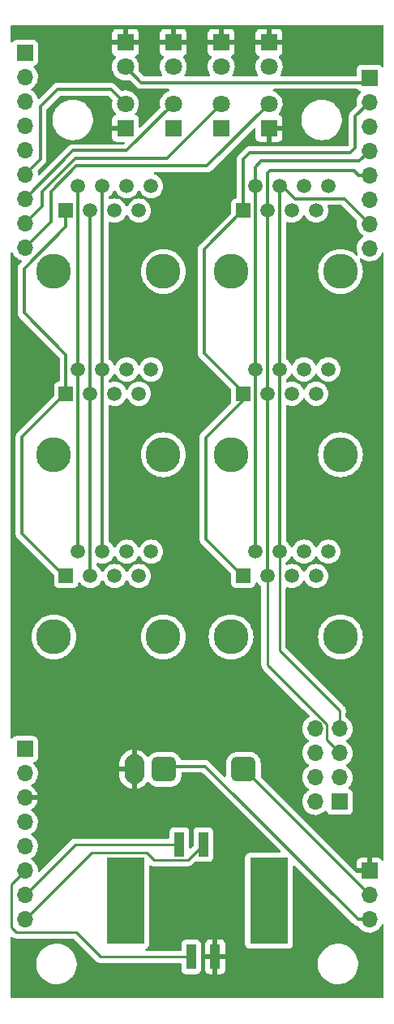
<source format=gbr>
G04 #@! TF.GenerationSoftware,KiCad,Pcbnew,(6.0.11)*
G04 #@! TF.CreationDate,2023-03-02T17:40:08+00:00*
G04 #@! TF.ProjectId,QMidiMonger_controls,514d6964-694d-46f6-9e67-65725f636f6e,rev?*
G04 #@! TF.SameCoordinates,Original*
G04 #@! TF.FileFunction,Copper,L1,Top*
G04 #@! TF.FilePolarity,Positive*
%FSLAX46Y46*%
G04 Gerber Fmt 4.6, Leading zero omitted, Abs format (unit mm)*
G04 Created by KiCad (PCBNEW (6.0.11)) date 2023-03-02 17:40:08*
%MOMM*%
%LPD*%
G01*
G04 APERTURE LIST*
G04 Aperture macros list*
%AMRoundRect*
0 Rectangle with rounded corners*
0 $1 Rounding radius*
0 $2 $3 $4 $5 $6 $7 $8 $9 X,Y pos of 4 corners*
0 Add a 4 corners polygon primitive as box body*
4,1,4,$2,$3,$4,$5,$6,$7,$8,$9,$2,$3,0*
0 Add four circle primitives for the rounded corners*
1,1,$1+$1,$2,$3*
1,1,$1+$1,$4,$5*
1,1,$1+$1,$6,$7*
1,1,$1+$1,$8,$9*
0 Add four rect primitives between the rounded corners*
20,1,$1+$1,$2,$3,$4,$5,0*
20,1,$1+$1,$4,$5,$6,$7,0*
20,1,$1+$1,$6,$7,$8,$9,0*
20,1,$1+$1,$8,$9,$2,$3,0*%
G04 Aperture macros list end*
G04 #@! TA.AperFunction,ComponentPad*
%ADD10R,1.800000X1.800000*%
G04 #@! TD*
G04 #@! TA.AperFunction,ComponentPad*
%ADD11C,1.800000*%
G04 #@! TD*
G04 #@! TA.AperFunction,ComponentPad*
%ADD12R,1.700000X1.700000*%
G04 #@! TD*
G04 #@! TA.AperFunction,ComponentPad*
%ADD13O,1.700000X1.700000*%
G04 #@! TD*
G04 #@! TA.AperFunction,WasherPad*
%ADD14C,3.650000*%
G04 #@! TD*
G04 #@! TA.AperFunction,ComponentPad*
%ADD15R,1.500000X1.500000*%
G04 #@! TD*
G04 #@! TA.AperFunction,ComponentPad*
%ADD16C,1.500000*%
G04 #@! TD*
G04 #@! TA.AperFunction,SMDPad,CuDef*
%ADD17R,1.050000X2.600000*%
G04 #@! TD*
G04 #@! TA.AperFunction,SMDPad,CuDef*
%ADD18R,3.980000X9.000000*%
G04 #@! TD*
G04 #@! TA.AperFunction,ComponentPad*
%ADD19RoundRect,0.650000X-0.650000X0.650000X-0.650000X-0.650000X0.650000X-0.650000X0.650000X0.650000X0*%
G04 #@! TD*
G04 #@! TA.AperFunction,ComponentPad*
%ADD20O,2.100000X3.100000*%
G04 #@! TD*
G04 #@! TA.AperFunction,ViaPad*
%ADD21C,0.800000*%
G04 #@! TD*
G04 #@! TA.AperFunction,Conductor*
%ADD22C,0.300000*%
G04 #@! TD*
G04 #@! TA.AperFunction,Conductor*
%ADD23C,0.250000*%
G04 #@! TD*
G04 APERTURE END LIST*
D10*
X108500000Y-46330000D03*
D11*
X108500000Y-48870000D03*
D10*
X113500000Y-46330000D03*
D11*
X113500000Y-48870000D03*
D10*
X123500000Y-46330000D03*
D11*
X123500000Y-48870000D03*
D10*
X113500000Y-55270000D03*
D11*
X113500000Y-52730000D03*
D10*
X118500000Y-55270000D03*
D11*
X118500000Y-52730000D03*
D10*
X123500000Y-55270000D03*
D11*
X123500000Y-52730000D03*
D10*
X118500000Y-46330000D03*
D11*
X118500000Y-48870000D03*
D10*
X108500000Y-55270000D03*
D11*
X108500000Y-52730000D03*
D12*
X130875000Y-125500000D03*
D13*
X128335000Y-125500000D03*
X130875000Y-122960000D03*
X128335000Y-122960000D03*
X130875000Y-120420000D03*
X128335000Y-120420000D03*
X130875000Y-117880000D03*
X128335000Y-117880000D03*
D14*
X112460000Y-108300000D03*
X101030000Y-108300000D03*
D15*
X102300000Y-101950000D03*
D16*
X103570000Y-99410000D03*
X104840000Y-101950000D03*
X106110000Y-99410000D03*
X107380000Y-101950000D03*
X108650000Y-99410000D03*
X109920000Y-101950000D03*
X111190000Y-99410000D03*
D14*
X130960000Y-70200000D03*
X119530000Y-70200000D03*
D15*
X120800000Y-63850000D03*
D16*
X122070000Y-61310000D03*
X123340000Y-63850000D03*
X124610000Y-61310000D03*
X125880000Y-63850000D03*
X127150000Y-61310000D03*
X128420000Y-63850000D03*
X129690000Y-61310000D03*
D14*
X130960000Y-89300000D03*
X119530000Y-89300000D03*
D15*
X120800000Y-82950000D03*
D16*
X122070000Y-80410000D03*
X123340000Y-82950000D03*
X124610000Y-80410000D03*
X125880000Y-82950000D03*
X127150000Y-80410000D03*
X128420000Y-82950000D03*
X129690000Y-80410000D03*
D14*
X130960000Y-108300000D03*
X119530000Y-108300000D03*
D15*
X120800000Y-101950000D03*
D16*
X122070000Y-99410000D03*
X123340000Y-101950000D03*
X124610000Y-99410000D03*
X125880000Y-101950000D03*
X127150000Y-99410000D03*
X128420000Y-101950000D03*
X129690000Y-99410000D03*
D14*
X101030000Y-89300000D03*
X112460000Y-89300000D03*
D15*
X102300000Y-82950000D03*
D16*
X103570000Y-80410000D03*
X104840000Y-82950000D03*
X106110000Y-80410000D03*
X107380000Y-82950000D03*
X108650000Y-80410000D03*
X109920000Y-82950000D03*
X111190000Y-80410000D03*
D14*
X112460000Y-70200000D03*
X101030000Y-70200000D03*
D15*
X102300000Y-63850000D03*
D16*
X103570000Y-61310000D03*
X104840000Y-63850000D03*
X106110000Y-61310000D03*
X107380000Y-63850000D03*
X108650000Y-61310000D03*
X109920000Y-63850000D03*
X111190000Y-61310000D03*
D17*
X116630000Y-129950000D03*
X114130000Y-129950000D03*
X115380000Y-141650000D03*
X117880000Y-141650000D03*
D18*
X108490000Y-135800000D03*
X123510000Y-135800000D03*
D19*
X112520000Y-122100000D03*
D20*
X109420000Y-122100000D03*
D19*
X120820000Y-122100000D03*
D12*
X134000000Y-50000000D03*
D13*
X134000000Y-52540000D03*
X134000000Y-55080000D03*
X134000000Y-57620000D03*
X134000000Y-60160000D03*
X134000000Y-62700000D03*
X134000000Y-65240000D03*
X134000000Y-67780000D03*
D12*
X98000000Y-120000000D03*
D13*
X98000000Y-122540000D03*
X98000000Y-125080000D03*
X98000000Y-127620000D03*
X98000000Y-130160000D03*
X98000000Y-132700000D03*
X98000000Y-135240000D03*
X98000000Y-137780000D03*
D12*
X98000000Y-47400000D03*
D13*
X98000000Y-49940000D03*
X98000000Y-52480000D03*
X98000000Y-55020000D03*
X98000000Y-57560000D03*
X98000000Y-60100000D03*
X98000000Y-62640000D03*
X98000000Y-65180000D03*
X98000000Y-67720000D03*
D12*
X134000000Y-132700000D03*
D13*
X134000000Y-135240000D03*
X134000000Y-137780000D03*
D21*
X100700000Y-49900000D03*
X103600000Y-49800000D03*
D22*
X110130000Y-50500000D02*
X108500000Y-48870000D01*
X134000000Y-50000000D02*
X133500000Y-50500000D01*
X133500000Y-50500000D02*
X110130000Y-50500000D01*
X106970000Y-51200000D02*
X108500000Y-52730000D01*
X101400000Y-51200000D02*
X106970000Y-51200000D01*
X99600000Y-53000000D02*
X101400000Y-51200000D01*
X99600000Y-58500000D02*
X99600000Y-53000000D01*
X98000000Y-60100000D02*
X99600000Y-58500000D01*
X103040000Y-57600000D02*
X108630000Y-57600000D01*
X108630000Y-57600000D02*
X113500000Y-52730000D01*
X98000000Y-62640000D02*
X103040000Y-57600000D01*
X103312804Y-58400000D02*
X112830000Y-58400000D01*
X98000000Y-65180000D02*
X99800000Y-63380000D01*
X99800000Y-61912804D02*
X103312804Y-58400000D01*
X112830000Y-58400000D02*
X118500000Y-52730000D01*
X99800000Y-63380000D02*
X99800000Y-61912804D01*
X117030000Y-59200000D02*
X103400000Y-59200000D01*
X103400000Y-59200000D02*
X100700000Y-61900000D01*
X123500000Y-52730000D02*
X117030000Y-59200000D01*
X100700000Y-65020000D02*
X98000000Y-67720000D01*
X100700000Y-61900000D02*
X100700000Y-65020000D01*
X102300000Y-78900000D02*
X102300000Y-82950000D01*
X102300000Y-65500000D02*
X97900000Y-69900000D01*
X97700000Y-97550000D02*
X102100000Y-101950000D01*
X102200000Y-82950000D02*
X97700000Y-87450000D01*
X97900000Y-74500000D02*
X102300000Y-78900000D01*
X97700000Y-87450000D02*
X97700000Y-97550000D01*
X97900000Y-69900000D02*
X97900000Y-74500000D01*
X102300000Y-63850000D02*
X102300000Y-65500000D01*
X102300000Y-101950000D02*
X102100000Y-101950000D01*
X103570000Y-61310000D02*
X103570000Y-80410000D01*
X103570000Y-99350000D02*
X103500000Y-99280000D01*
X103570000Y-80410000D02*
X103500000Y-80480000D01*
X103570000Y-99410000D02*
X103570000Y-99350000D01*
X103500000Y-80480000D02*
X103500000Y-99280000D01*
X104840000Y-82950000D02*
X104840000Y-101950000D01*
X104840000Y-82950000D02*
X104840000Y-63850000D01*
X106100000Y-99400000D02*
X106110000Y-99410000D01*
X106100000Y-61320000D02*
X106100000Y-99400000D01*
X132500000Y-54040000D02*
X132500000Y-57300000D01*
X120800000Y-58500000D02*
X120800000Y-63550000D01*
X120700000Y-101900000D02*
X120700000Y-101950000D01*
X132500000Y-57300000D02*
X132000000Y-57800000D01*
X116700000Y-78700000D02*
X120800000Y-82800000D01*
X120750000Y-63850000D02*
X116700000Y-67900000D01*
X120800000Y-82800000D02*
X120800000Y-82950000D01*
X116900000Y-87500000D02*
X116900000Y-98100000D01*
X134000000Y-52540000D02*
X132500000Y-54040000D01*
X120800000Y-82950000D02*
X120800000Y-83600000D01*
X121500000Y-57800000D02*
X120800000Y-58500000D01*
X132000000Y-57800000D02*
X121500000Y-57800000D01*
X116900000Y-98100000D02*
X120700000Y-101900000D01*
X116700000Y-67900000D02*
X116700000Y-78700000D01*
X120800000Y-83600000D02*
X116900000Y-87500000D01*
X122070000Y-80410000D02*
X122070000Y-99310000D01*
X122070000Y-61310000D02*
X122070000Y-80410000D01*
X134000000Y-57620000D02*
X132920000Y-58700000D01*
X122070000Y-99310000D02*
X121970000Y-99410000D01*
X122700000Y-58700000D02*
X122070000Y-59330000D01*
X122070000Y-59330000D02*
X122070000Y-61010000D01*
X132920000Y-58700000D02*
X122700000Y-58700000D01*
X123340000Y-63850000D02*
X123340000Y-82950000D01*
D23*
X129510000Y-119055000D02*
X129510000Y-117393299D01*
X127500000Y-115400000D02*
X123340000Y-111240000D01*
X130875000Y-120420000D02*
X129510000Y-119055000D01*
D22*
X132830000Y-60160000D02*
X132370000Y-59700000D01*
D23*
X123340000Y-111240000D02*
X123340000Y-101950000D01*
X129510000Y-117393299D02*
X127516701Y-115400000D01*
D22*
X123340000Y-82950000D02*
X123300000Y-82990000D01*
X123300000Y-82990000D02*
X123300000Y-101890000D01*
X132370000Y-59700000D02*
X123600000Y-59700000D01*
D23*
X127516701Y-115400000D02*
X127500000Y-115400000D01*
D22*
X123600000Y-59700000D02*
X123340000Y-59960000D01*
X123340000Y-59960000D02*
X123340000Y-63550000D01*
X134000000Y-60160000D02*
X132830000Y-60160000D01*
X124610000Y-80410000D02*
X124610000Y-99410000D01*
X124610000Y-61310000D02*
X124610000Y-80410000D01*
X124610000Y-61010000D02*
X126200000Y-62600000D01*
D23*
X124610000Y-109710000D02*
X124610000Y-99410000D01*
X130900000Y-116000000D02*
X124610000Y-109710000D01*
X130875000Y-116025000D02*
X130875000Y-117880000D01*
X130900000Y-116000000D02*
X130875000Y-116025000D01*
D22*
X131360000Y-62600000D02*
X134000000Y-65240000D01*
X126200000Y-62600000D02*
X131360000Y-62600000D01*
X132797919Y-137780000D02*
X134000000Y-137780000D01*
X112481762Y-121781762D02*
X116799681Y-121781762D01*
X116799681Y-121781762D02*
X132797919Y-137780000D01*
X134000000Y-135240000D02*
X134000000Y-135200000D01*
X134000000Y-135200000D02*
X120781762Y-121981762D01*
D23*
X115005000Y-131575000D02*
X111475000Y-131575000D01*
X104980000Y-130800000D02*
X98000000Y-137780000D01*
X116630000Y-129950000D02*
X115005000Y-131575000D01*
X110700000Y-130800000D02*
X104980000Y-130800000D01*
X111475000Y-131575000D02*
X110700000Y-130800000D01*
X103290000Y-129950000D02*
X98000000Y-135240000D01*
X114130000Y-129950000D02*
X103290000Y-129950000D01*
X98000000Y-132700000D02*
X96600000Y-134100000D01*
X105875000Y-141650000D02*
X115380000Y-141650000D01*
X97100000Y-139100000D02*
X103325000Y-139100000D01*
X96600000Y-138600000D02*
X97100000Y-139100000D01*
X103325000Y-139100000D02*
X105875000Y-141650000D01*
X96600000Y-134100000D02*
X96600000Y-138600000D01*
G04 #@! TA.AperFunction,Conductor*
G36*
X132750792Y-51178502D02*
G01*
X132774332Y-51200407D01*
X132775008Y-51199731D01*
X132781357Y-51206080D01*
X132786739Y-51213261D01*
X132903295Y-51300615D01*
X132911704Y-51303767D01*
X132911705Y-51303768D01*
X133020451Y-51344535D01*
X133077216Y-51387176D01*
X133101916Y-51453738D01*
X133086709Y-51523087D01*
X133067316Y-51549568D01*
X132945678Y-51676855D01*
X132940629Y-51682138D01*
X132814743Y-51866680D01*
X132800713Y-51896906D01*
X132726032Y-52057793D01*
X132720688Y-52069305D01*
X132660989Y-52284570D01*
X132637251Y-52506695D01*
X132637548Y-52511848D01*
X132637548Y-52511851D01*
X132642184Y-52592250D01*
X132650110Y-52729715D01*
X132672276Y-52828069D01*
X132676951Y-52848814D01*
X132672415Y-52919665D01*
X132643130Y-52965610D01*
X132092391Y-53516350D01*
X132083611Y-53524338D01*
X132076920Y-53528584D01*
X132071494Y-53534362D01*
X132028395Y-53580258D01*
X132025640Y-53583100D01*
X132005073Y-53603667D01*
X132002356Y-53607170D01*
X131994648Y-53616195D01*
X131963028Y-53649867D01*
X131959207Y-53656818D01*
X131959206Y-53656819D01*
X131952697Y-53668658D01*
X131941843Y-53685182D01*
X131935039Y-53693955D01*
X131928696Y-53702132D01*
X131925549Y-53709404D01*
X131925548Y-53709406D01*
X131910346Y-53744535D01*
X131905124Y-53755195D01*
X131882876Y-53795663D01*
X131877541Y-53816441D01*
X131871142Y-53835131D01*
X131862620Y-53854824D01*
X131855687Y-53898596D01*
X131855394Y-53900448D01*
X131852987Y-53912071D01*
X131850490Y-53921797D01*
X131841500Y-53956812D01*
X131841500Y-53978259D01*
X131839949Y-53997969D01*
X131836594Y-54019152D01*
X131838192Y-54036052D01*
X131840941Y-54065138D01*
X131841500Y-54076996D01*
X131841500Y-56975050D01*
X131821498Y-57043171D01*
X131804595Y-57064145D01*
X131764145Y-57104595D01*
X131701833Y-57138621D01*
X131675050Y-57141500D01*
X121582056Y-57141500D01*
X121570200Y-57140941D01*
X121570197Y-57140941D01*
X121562463Y-57139212D01*
X121507446Y-57140941D01*
X121491631Y-57141438D01*
X121487673Y-57141500D01*
X121458568Y-57141500D01*
X121454168Y-57142056D01*
X121442336Y-57142988D01*
X121396169Y-57144438D01*
X121375579Y-57150420D01*
X121356218Y-57154430D01*
X121349230Y-57155312D01*
X121342796Y-57156125D01*
X121342795Y-57156125D01*
X121334936Y-57157118D01*
X121327571Y-57160034D01*
X121327567Y-57160035D01*
X121291982Y-57174124D01*
X121280752Y-57177969D01*
X121236399Y-57190855D01*
X121229575Y-57194891D01*
X121217943Y-57201770D01*
X121200187Y-57210469D01*
X121180244Y-57218365D01*
X121154224Y-57237270D01*
X121142868Y-57245520D01*
X121132949Y-57252035D01*
X121100023Y-57271508D01*
X121100019Y-57271511D01*
X121093193Y-57275548D01*
X121078032Y-57290709D01*
X121063000Y-57303548D01*
X121045643Y-57316159D01*
X121017917Y-57349675D01*
X121016198Y-57351752D01*
X121008208Y-57360533D01*
X120392391Y-57976349D01*
X120383612Y-57984337D01*
X120376920Y-57988584D01*
X120371495Y-57994361D01*
X120328395Y-58040258D01*
X120325640Y-58043100D01*
X120305073Y-58063667D01*
X120302356Y-58067170D01*
X120294648Y-58076195D01*
X120263028Y-58109867D01*
X120259207Y-58116818D01*
X120259206Y-58116819D01*
X120252697Y-58128658D01*
X120241843Y-58145182D01*
X120236607Y-58151933D01*
X120228696Y-58162132D01*
X120225549Y-58169404D01*
X120225548Y-58169406D01*
X120210346Y-58204535D01*
X120205124Y-58215195D01*
X120182876Y-58255663D01*
X120177541Y-58276441D01*
X120171142Y-58295131D01*
X120162620Y-58314824D01*
X120161380Y-58322655D01*
X120155394Y-58360448D01*
X120152987Y-58372071D01*
X120141500Y-58416812D01*
X120141500Y-58438259D01*
X120139949Y-58457969D01*
X120136594Y-58479152D01*
X120139790Y-58512957D01*
X120140941Y-58525138D01*
X120141500Y-58536996D01*
X120141500Y-62465500D01*
X120121498Y-62533621D01*
X120067842Y-62580114D01*
X120015500Y-62591500D01*
X120001866Y-62591500D01*
X119939684Y-62598255D01*
X119803295Y-62649385D01*
X119686739Y-62736739D01*
X119599385Y-62853295D01*
X119548255Y-62989684D01*
X119541500Y-63051866D01*
X119541500Y-64075050D01*
X119521498Y-64143171D01*
X119504595Y-64164145D01*
X116292395Y-67376345D01*
X116283615Y-67384335D01*
X116283613Y-67384337D01*
X116276920Y-67388584D01*
X116271494Y-67394362D01*
X116271493Y-67394363D01*
X116228396Y-67440257D01*
X116225641Y-67443099D01*
X116205073Y-67463667D01*
X116202356Y-67467170D01*
X116194648Y-67476195D01*
X116163028Y-67509867D01*
X116159207Y-67516818D01*
X116159206Y-67516819D01*
X116152697Y-67528658D01*
X116141843Y-67545182D01*
X116134018Y-67555271D01*
X116128696Y-67562132D01*
X116125549Y-67569404D01*
X116125548Y-67569406D01*
X116110346Y-67604535D01*
X116105124Y-67615195D01*
X116082876Y-67655663D01*
X116077541Y-67676441D01*
X116071142Y-67695131D01*
X116062620Y-67714824D01*
X116061380Y-67722655D01*
X116055394Y-67760448D01*
X116052987Y-67772071D01*
X116048685Y-67788828D01*
X116041500Y-67816812D01*
X116041500Y-67838259D01*
X116039949Y-67857969D01*
X116036594Y-67879152D01*
X116037340Y-67887043D01*
X116040941Y-67925138D01*
X116041500Y-67936996D01*
X116041500Y-78617944D01*
X116040941Y-78629800D01*
X116039212Y-78637537D01*
X116039461Y-78645459D01*
X116041438Y-78708369D01*
X116041500Y-78712327D01*
X116041500Y-78741432D01*
X116042056Y-78745832D01*
X116042988Y-78757664D01*
X116044438Y-78803831D01*
X116046650Y-78811444D01*
X116046650Y-78811445D01*
X116050419Y-78824416D01*
X116054430Y-78843782D01*
X116057118Y-78865064D01*
X116060034Y-78872429D01*
X116060035Y-78872433D01*
X116074126Y-78908021D01*
X116077965Y-78919231D01*
X116090855Y-78963600D01*
X116101775Y-78982065D01*
X116110466Y-78999805D01*
X116118365Y-79019756D01*
X116145516Y-79057126D01*
X116152033Y-79067048D01*
X116171507Y-79099977D01*
X116171510Y-79099981D01*
X116175547Y-79106807D01*
X116190711Y-79121971D01*
X116203551Y-79137004D01*
X116216159Y-79154357D01*
X116251752Y-79183802D01*
X116260532Y-79191792D01*
X119504595Y-82435855D01*
X119538621Y-82498167D01*
X119541500Y-82524950D01*
X119541500Y-83748134D01*
X119548255Y-83810316D01*
X119551027Y-83817710D01*
X119552855Y-83825398D01*
X119550655Y-83825921D01*
X119555002Y-83885289D01*
X119520931Y-83947809D01*
X116492395Y-86976345D01*
X116483615Y-86984335D01*
X116483613Y-86984337D01*
X116476920Y-86988584D01*
X116471494Y-86994362D01*
X116471493Y-86994363D01*
X116428396Y-87040257D01*
X116425641Y-87043099D01*
X116405073Y-87063667D01*
X116402628Y-87066819D01*
X116402356Y-87067170D01*
X116394648Y-87076195D01*
X116363028Y-87109867D01*
X116359207Y-87116818D01*
X116359206Y-87116819D01*
X116352697Y-87128658D01*
X116341843Y-87145182D01*
X116334589Y-87154535D01*
X116328696Y-87162132D01*
X116325549Y-87169404D01*
X116325548Y-87169406D01*
X116310346Y-87204535D01*
X116305124Y-87215195D01*
X116282876Y-87255663D01*
X116277541Y-87276441D01*
X116271142Y-87295131D01*
X116262620Y-87314824D01*
X116261380Y-87322655D01*
X116255394Y-87360448D01*
X116252987Y-87372071D01*
X116241500Y-87416812D01*
X116241500Y-87438259D01*
X116239949Y-87457969D01*
X116236594Y-87479152D01*
X116237340Y-87487043D01*
X116240941Y-87525138D01*
X116241500Y-87536996D01*
X116241500Y-98017944D01*
X116240941Y-98029800D01*
X116239212Y-98037537D01*
X116239461Y-98045459D01*
X116241438Y-98108369D01*
X116241500Y-98112327D01*
X116241500Y-98141432D01*
X116242056Y-98145832D01*
X116242988Y-98157664D01*
X116244438Y-98203831D01*
X116249973Y-98222880D01*
X116250419Y-98224416D01*
X116254430Y-98243782D01*
X116257118Y-98265064D01*
X116260034Y-98272429D01*
X116260035Y-98272433D01*
X116274126Y-98308021D01*
X116277965Y-98319231D01*
X116290855Y-98363600D01*
X116301775Y-98382065D01*
X116310466Y-98399805D01*
X116318365Y-98419756D01*
X116334709Y-98442251D01*
X116345516Y-98457126D01*
X116352033Y-98467048D01*
X116371507Y-98499977D01*
X116371510Y-98499981D01*
X116375547Y-98506807D01*
X116390711Y-98521971D01*
X116403551Y-98537004D01*
X116416159Y-98554357D01*
X116451752Y-98583802D01*
X116460532Y-98591792D01*
X119504595Y-101635855D01*
X119538621Y-101698167D01*
X119541500Y-101724950D01*
X119541500Y-102748134D01*
X119548255Y-102810316D01*
X119599385Y-102946705D01*
X119686739Y-103063261D01*
X119803295Y-103150615D01*
X119939684Y-103201745D01*
X120001866Y-103208500D01*
X121598134Y-103208500D01*
X121660316Y-103201745D01*
X121796705Y-103150615D01*
X121913261Y-103063261D01*
X122000615Y-102946705D01*
X122051745Y-102810316D01*
X122058500Y-102748134D01*
X122058500Y-102713576D01*
X122078502Y-102645455D01*
X122132158Y-102598962D01*
X122202432Y-102588858D01*
X122267012Y-102618352D01*
X122287713Y-102641305D01*
X122360123Y-102744717D01*
X122372251Y-102762038D01*
X122527962Y-102917749D01*
X122532470Y-102920906D01*
X122532473Y-102920908D01*
X122569315Y-102946705D01*
X122652772Y-103005142D01*
X122697099Y-103060598D01*
X122706500Y-103108354D01*
X122706500Y-111161233D01*
X122705973Y-111172416D01*
X122704298Y-111179909D01*
X122704547Y-111187835D01*
X122704547Y-111187836D01*
X122706438Y-111247986D01*
X122706500Y-111251945D01*
X122706500Y-111279856D01*
X122706997Y-111283790D01*
X122706997Y-111283791D01*
X122707005Y-111283856D01*
X122707938Y-111295693D01*
X122709327Y-111339889D01*
X122714978Y-111359339D01*
X122718987Y-111378700D01*
X122721526Y-111398797D01*
X122724445Y-111406168D01*
X122724445Y-111406170D01*
X122737804Y-111439912D01*
X122741649Y-111451142D01*
X122753982Y-111493593D01*
X122758015Y-111500412D01*
X122758017Y-111500417D01*
X122764293Y-111511028D01*
X122772988Y-111528776D01*
X122780448Y-111547617D01*
X122785110Y-111554033D01*
X122785110Y-111554034D01*
X122806436Y-111583387D01*
X122812952Y-111593307D01*
X122835458Y-111631362D01*
X122849779Y-111645683D01*
X122862619Y-111660716D01*
X122874528Y-111677107D01*
X122880634Y-111682158D01*
X122908605Y-111705298D01*
X122917384Y-111713288D01*
X126996343Y-115792247D01*
X127003887Y-115800537D01*
X127008000Y-115807018D01*
X127013777Y-115812443D01*
X127057667Y-115853658D01*
X127060509Y-115856413D01*
X127080230Y-115876134D01*
X127083425Y-115878612D01*
X127092447Y-115886318D01*
X127124679Y-115916586D01*
X127137185Y-115923461D01*
X127165576Y-115944779D01*
X127709840Y-116489043D01*
X127743866Y-116551355D01*
X127738801Y-116622170D01*
X127696254Y-116679006D01*
X127678926Y-116689901D01*
X127608607Y-116726507D01*
X127604474Y-116729610D01*
X127604471Y-116729612D01*
X127434100Y-116857530D01*
X127429965Y-116860635D01*
X127275629Y-117022138D01*
X127149743Y-117206680D01*
X127055688Y-117409305D01*
X126995989Y-117624570D01*
X126972251Y-117846695D01*
X126972548Y-117851848D01*
X126972548Y-117851851D01*
X126978011Y-117946590D01*
X126985110Y-118069715D01*
X126986247Y-118074761D01*
X126986248Y-118074767D01*
X127006119Y-118162939D01*
X127034222Y-118287639D01*
X127118266Y-118494616D01*
X127120965Y-118499020D01*
X127214116Y-118651029D01*
X127234987Y-118685088D01*
X127381250Y-118853938D01*
X127553126Y-118996632D01*
X127614139Y-119032285D01*
X127626445Y-119039476D01*
X127675169Y-119091114D01*
X127688240Y-119160897D01*
X127661509Y-119226669D01*
X127621055Y-119260027D01*
X127608607Y-119266507D01*
X127604474Y-119269610D01*
X127604471Y-119269612D01*
X127580247Y-119287800D01*
X127429965Y-119400635D01*
X127275629Y-119562138D01*
X127149743Y-119746680D01*
X127055688Y-119949305D01*
X126995989Y-120164570D01*
X126972251Y-120386695D01*
X126972548Y-120391848D01*
X126972548Y-120391851D01*
X126982020Y-120556131D01*
X126985110Y-120609715D01*
X126986247Y-120614761D01*
X126986248Y-120614767D01*
X126996418Y-120659891D01*
X127034222Y-120827639D01*
X127118266Y-121034616D01*
X127155581Y-121095508D01*
X127232291Y-121220688D01*
X127234987Y-121225088D01*
X127381250Y-121393938D01*
X127553126Y-121536632D01*
X127623595Y-121577811D01*
X127626445Y-121579476D01*
X127675169Y-121631114D01*
X127688240Y-121700897D01*
X127661509Y-121766669D01*
X127621055Y-121800027D01*
X127608607Y-121806507D01*
X127604474Y-121809610D01*
X127604471Y-121809612D01*
X127495417Y-121891492D01*
X127429965Y-121940635D01*
X127426393Y-121944373D01*
X127281539Y-122095954D01*
X127275629Y-122102138D01*
X127149743Y-122286680D01*
X127055688Y-122489305D01*
X126995989Y-122704570D01*
X126972251Y-122926695D01*
X126972548Y-122931848D01*
X126972548Y-122931851D01*
X126982130Y-123098037D01*
X126985110Y-123149715D01*
X126986247Y-123154761D01*
X126986248Y-123154767D01*
X127005925Y-123242077D01*
X127034222Y-123367639D01*
X127118266Y-123574616D01*
X127158199Y-123639781D01*
X127232291Y-123760688D01*
X127234987Y-123765088D01*
X127381250Y-123933938D01*
X127553126Y-124076632D01*
X127593987Y-124100509D01*
X127626445Y-124119476D01*
X127675169Y-124171114D01*
X127688240Y-124240897D01*
X127661509Y-124306669D01*
X127621055Y-124340027D01*
X127608607Y-124346507D01*
X127604474Y-124349610D01*
X127604471Y-124349612D01*
X127434100Y-124477530D01*
X127429965Y-124480635D01*
X127390525Y-124521907D01*
X127312722Y-124603323D01*
X127275629Y-124642138D01*
X127149743Y-124826680D01*
X127055688Y-125029305D01*
X126995989Y-125244570D01*
X126972251Y-125466695D01*
X126972548Y-125471848D01*
X126972548Y-125471851D01*
X126978592Y-125576672D01*
X126985110Y-125689715D01*
X126986247Y-125694761D01*
X126986248Y-125694767D01*
X126987156Y-125698794D01*
X127034222Y-125907639D01*
X127118266Y-126114616D01*
X127120965Y-126119020D01*
X127228165Y-126293955D01*
X127234987Y-126305088D01*
X127381250Y-126473938D01*
X127553126Y-126616632D01*
X127746000Y-126729338D01*
X127954692Y-126809030D01*
X127959760Y-126810061D01*
X127959763Y-126810062D01*
X128067017Y-126831883D01*
X128173597Y-126853567D01*
X128178772Y-126853757D01*
X128178774Y-126853757D01*
X128391673Y-126861564D01*
X128391677Y-126861564D01*
X128396837Y-126861753D01*
X128401957Y-126861097D01*
X128401959Y-126861097D01*
X128613288Y-126834025D01*
X128613289Y-126834025D01*
X128618416Y-126833368D01*
X128623366Y-126831883D01*
X128827429Y-126770661D01*
X128827434Y-126770659D01*
X128832384Y-126769174D01*
X129032994Y-126670896D01*
X129214860Y-126541173D01*
X129323091Y-126433319D01*
X129385462Y-126399404D01*
X129456268Y-126404592D01*
X129513030Y-126447238D01*
X129530012Y-126478341D01*
X129574385Y-126596705D01*
X129661739Y-126713261D01*
X129778295Y-126800615D01*
X129914684Y-126851745D01*
X129976866Y-126858500D01*
X131773134Y-126858500D01*
X131835316Y-126851745D01*
X131971705Y-126800615D01*
X132088261Y-126713261D01*
X132175615Y-126596705D01*
X132226745Y-126460316D01*
X132233500Y-126398134D01*
X132233500Y-124601866D01*
X132226745Y-124539684D01*
X132175615Y-124403295D01*
X132088261Y-124286739D01*
X131971705Y-124199385D01*
X131944905Y-124189338D01*
X131853203Y-124154960D01*
X131796439Y-124112318D01*
X131771739Y-124045756D01*
X131786947Y-123976408D01*
X131808493Y-123947727D01*
X131862843Y-123893567D01*
X131913096Y-123843489D01*
X131972594Y-123760689D01*
X132040435Y-123666277D01*
X132043453Y-123662077D01*
X132047778Y-123653327D01*
X132140136Y-123466453D01*
X132140137Y-123466451D01*
X132142430Y-123461811D01*
X132207370Y-123248069D01*
X132236529Y-123026590D01*
X132238156Y-122960000D01*
X132219852Y-122737361D01*
X132165431Y-122520702D01*
X132076354Y-122315840D01*
X131955014Y-122128277D01*
X131804670Y-121963051D01*
X131800619Y-121959852D01*
X131800615Y-121959848D01*
X131633414Y-121827800D01*
X131633410Y-121827798D01*
X131629359Y-121824598D01*
X131588053Y-121801796D01*
X131538084Y-121751364D01*
X131523312Y-121681921D01*
X131548428Y-121615516D01*
X131575780Y-121588909D01*
X131635252Y-121546488D01*
X131754860Y-121461173D01*
X131913096Y-121303489D01*
X131919032Y-121295229D01*
X132040435Y-121126277D01*
X132043453Y-121122077D01*
X132051591Y-121105612D01*
X132140136Y-120926453D01*
X132140137Y-120926451D01*
X132142430Y-120921811D01*
X132178384Y-120803474D01*
X132205865Y-120713023D01*
X132205865Y-120713021D01*
X132207370Y-120708069D01*
X132236529Y-120486590D01*
X132236704Y-120479415D01*
X132238074Y-120423365D01*
X132238074Y-120423361D01*
X132238156Y-120420000D01*
X132219852Y-120197361D01*
X132165431Y-119980702D01*
X132076354Y-119775840D01*
X131955014Y-119588277D01*
X131804670Y-119423051D01*
X131800619Y-119419852D01*
X131800615Y-119419848D01*
X131633414Y-119287800D01*
X131633410Y-119287798D01*
X131629359Y-119284598D01*
X131588053Y-119261796D01*
X131538084Y-119211364D01*
X131523312Y-119141921D01*
X131548428Y-119075516D01*
X131575780Y-119048909D01*
X131619603Y-119017650D01*
X131754860Y-118921173D01*
X131820925Y-118855339D01*
X131882559Y-118793919D01*
X131913096Y-118763489D01*
X131972594Y-118680689D01*
X132040435Y-118586277D01*
X132043453Y-118582077D01*
X132142430Y-118381811D01*
X132207370Y-118168069D01*
X132236529Y-117946590D01*
X132238156Y-117880000D01*
X132219852Y-117657361D01*
X132165431Y-117440702D01*
X132076354Y-117235840D01*
X131955014Y-117048277D01*
X131804670Y-116883051D01*
X131800619Y-116879852D01*
X131800615Y-116879848D01*
X131633414Y-116747800D01*
X131633410Y-116747798D01*
X131629359Y-116744598D01*
X131624835Y-116742101D01*
X131624831Y-116742098D01*
X131573608Y-116713822D01*
X131523636Y-116663390D01*
X131508500Y-116603513D01*
X131508500Y-116208629D01*
X131512670Y-116179325D01*
X131513181Y-116178145D01*
X131521967Y-116122674D01*
X131523450Y-116114901D01*
X131535702Y-116060091D01*
X131535443Y-116051850D01*
X131536932Y-116028182D01*
X131536979Y-116027885D01*
X131538219Y-116020057D01*
X131532935Y-115964153D01*
X131532438Y-115956255D01*
X131530922Y-115908030D01*
X131530922Y-115908029D01*
X131530673Y-115900110D01*
X131528373Y-115892193D01*
X131523934Y-115868919D01*
X131523904Y-115868605D01*
X131523903Y-115868601D01*
X131523157Y-115860708D01*
X131504128Y-115807852D01*
X131501688Y-115800342D01*
X131488229Y-115754016D01*
X131488228Y-115754014D01*
X131486018Y-115746407D01*
X131481826Y-115739318D01*
X131471731Y-115717864D01*
X131471627Y-115717576D01*
X131471626Y-115717573D01*
X131468939Y-115710111D01*
X131437371Y-115663661D01*
X131433129Y-115656976D01*
X131408579Y-115615463D01*
X131408578Y-115615462D01*
X131404542Y-115608637D01*
X131398717Y-115602812D01*
X131383602Y-115584542D01*
X131383429Y-115584287D01*
X131383426Y-115584283D01*
X131378972Y-115577730D01*
X131373030Y-115572491D01*
X131373027Y-115572488D01*
X131336853Y-115540597D01*
X131331083Y-115535178D01*
X125280405Y-109484500D01*
X125246379Y-109422188D01*
X125243500Y-109395405D01*
X125243500Y-108300000D01*
X128621493Y-108300000D01*
X128641499Y-108605236D01*
X128701176Y-108905250D01*
X128799501Y-109194908D01*
X128801324Y-109198604D01*
X128801327Y-109198612D01*
X128898376Y-109395405D01*
X128934794Y-109469253D01*
X129104738Y-109723593D01*
X129107452Y-109726687D01*
X129107456Y-109726693D01*
X129272975Y-109915431D01*
X129306426Y-109953574D01*
X129309515Y-109956283D01*
X129533307Y-110152544D01*
X129533313Y-110152548D01*
X129536407Y-110155262D01*
X129539833Y-110157551D01*
X129539838Y-110157555D01*
X129713503Y-110273594D01*
X129790746Y-110325206D01*
X129794449Y-110327032D01*
X130061388Y-110458673D01*
X130061396Y-110458676D01*
X130065092Y-110460499D01*
X130069006Y-110461828D01*
X130069007Y-110461828D01*
X130350837Y-110557496D01*
X130350841Y-110557497D01*
X130354750Y-110558824D01*
X130358794Y-110559628D01*
X130358800Y-110559630D01*
X130650725Y-110617698D01*
X130650731Y-110617699D01*
X130654764Y-110618501D01*
X130658869Y-110618770D01*
X130658876Y-110618771D01*
X130955881Y-110638237D01*
X130960000Y-110638507D01*
X130964119Y-110638237D01*
X131261124Y-110618771D01*
X131261131Y-110618770D01*
X131265236Y-110618501D01*
X131269269Y-110617699D01*
X131269275Y-110617698D01*
X131561200Y-110559630D01*
X131561206Y-110559628D01*
X131565250Y-110558824D01*
X131569159Y-110557497D01*
X131569163Y-110557496D01*
X131850993Y-110461828D01*
X131850994Y-110461828D01*
X131854908Y-110460499D01*
X131858604Y-110458676D01*
X131858612Y-110458673D01*
X132125551Y-110327032D01*
X132129254Y-110325206D01*
X132206497Y-110273594D01*
X132380162Y-110157555D01*
X132380167Y-110157551D01*
X132383593Y-110155262D01*
X132386687Y-110152548D01*
X132386693Y-110152544D01*
X132610485Y-109956283D01*
X132613574Y-109953574D01*
X132647025Y-109915431D01*
X132812544Y-109726693D01*
X132812548Y-109726687D01*
X132815262Y-109723593D01*
X132985206Y-109469253D01*
X133021624Y-109395405D01*
X133118673Y-109198612D01*
X133118676Y-109198604D01*
X133120499Y-109194908D01*
X133218824Y-108905250D01*
X133278501Y-108605236D01*
X133298507Y-108300000D01*
X133278501Y-107994764D01*
X133218824Y-107694750D01*
X133120499Y-107405092D01*
X133118676Y-107401396D01*
X133118673Y-107401388D01*
X132987032Y-107134450D01*
X132985206Y-107130747D01*
X132815262Y-106876407D01*
X132812548Y-106873313D01*
X132812544Y-106873307D01*
X132616283Y-106649515D01*
X132613574Y-106646426D01*
X132610485Y-106643717D01*
X132386693Y-106447456D01*
X132386687Y-106447452D01*
X132383593Y-106444738D01*
X132380163Y-106442446D01*
X132380162Y-106442445D01*
X132132689Y-106277089D01*
X132132687Y-106277088D01*
X132129254Y-106274794D01*
X132080747Y-106250873D01*
X131858612Y-106141327D01*
X131858604Y-106141324D01*
X131854908Y-106139501D01*
X131850993Y-106138172D01*
X131569163Y-106042504D01*
X131569159Y-106042503D01*
X131565250Y-106041176D01*
X131561206Y-106040372D01*
X131561200Y-106040370D01*
X131269275Y-105982302D01*
X131269269Y-105982301D01*
X131265236Y-105981499D01*
X131261131Y-105981230D01*
X131261124Y-105981229D01*
X130964119Y-105961763D01*
X130960000Y-105961493D01*
X130955881Y-105961763D01*
X130658876Y-105981229D01*
X130658869Y-105981230D01*
X130654764Y-105981499D01*
X130650731Y-105982301D01*
X130650725Y-105982302D01*
X130358800Y-106040370D01*
X130358794Y-106040372D01*
X130354750Y-106041176D01*
X130350841Y-106042503D01*
X130350837Y-106042504D01*
X130069007Y-106138172D01*
X130065092Y-106139501D01*
X130061396Y-106141324D01*
X130061388Y-106141327D01*
X129840816Y-106250103D01*
X129790747Y-106274794D01*
X129536407Y-106444738D01*
X129533313Y-106447452D01*
X129533307Y-106447456D01*
X129309515Y-106643717D01*
X129306426Y-106646426D01*
X129303717Y-106649515D01*
X129107456Y-106873307D01*
X129107452Y-106873313D01*
X129104738Y-106876407D01*
X128934794Y-107130747D01*
X128932968Y-107134450D01*
X128801327Y-107401388D01*
X128801324Y-107401396D01*
X128799501Y-107405092D01*
X128701176Y-107694750D01*
X128641499Y-107994764D01*
X128621493Y-108300000D01*
X125243500Y-108300000D01*
X125243500Y-103239576D01*
X125263502Y-103171455D01*
X125317158Y-103124962D01*
X125387432Y-103114858D01*
X125422751Y-103125382D01*
X125442934Y-103134794D01*
X125442942Y-103134797D01*
X125447924Y-103137120D01*
X125660629Y-103194115D01*
X125880000Y-103213307D01*
X126099371Y-103194115D01*
X126312076Y-103137120D01*
X126511654Y-103044056D01*
X126692038Y-102917749D01*
X126847749Y-102762038D01*
X126859878Y-102744717D01*
X126970899Y-102586162D01*
X126970900Y-102586160D01*
X126974056Y-102581653D01*
X126976379Y-102576671D01*
X126976382Y-102576666D01*
X127035805Y-102449231D01*
X127082722Y-102395946D01*
X127150999Y-102376485D01*
X127218959Y-102397027D01*
X127264195Y-102449231D01*
X127323618Y-102576666D01*
X127323621Y-102576671D01*
X127325944Y-102581653D01*
X127329100Y-102586160D01*
X127329101Y-102586162D01*
X127440123Y-102744717D01*
X127452251Y-102762038D01*
X127607962Y-102917749D01*
X127788346Y-103044056D01*
X127987924Y-103137120D01*
X128200629Y-103194115D01*
X128420000Y-103213307D01*
X128639371Y-103194115D01*
X128852076Y-103137120D01*
X129051654Y-103044056D01*
X129232038Y-102917749D01*
X129387749Y-102762038D01*
X129399878Y-102744717D01*
X129510899Y-102586162D01*
X129510900Y-102586160D01*
X129514056Y-102581653D01*
X129516379Y-102576671D01*
X129516382Y-102576666D01*
X129604795Y-102387061D01*
X129607120Y-102382076D01*
X129664115Y-102169371D01*
X129683307Y-101950000D01*
X129664115Y-101730629D01*
X129607120Y-101517924D01*
X129563585Y-101424562D01*
X129516382Y-101323334D01*
X129516379Y-101323329D01*
X129514056Y-101318347D01*
X129503326Y-101303023D01*
X129390908Y-101142473D01*
X129390906Y-101142470D01*
X129387749Y-101137962D01*
X129232038Y-100982251D01*
X129051654Y-100855944D01*
X128852076Y-100762880D01*
X128639371Y-100705885D01*
X128420000Y-100686693D01*
X128200629Y-100705885D01*
X127987924Y-100762880D01*
X127962752Y-100774618D01*
X127793334Y-100853618D01*
X127793329Y-100853621D01*
X127788347Y-100855944D01*
X127783840Y-100859100D01*
X127783838Y-100859101D01*
X127612473Y-100979092D01*
X127612470Y-100979094D01*
X127607962Y-100982251D01*
X127452251Y-101137962D01*
X127449094Y-101142470D01*
X127449092Y-101142473D01*
X127336674Y-101303023D01*
X127325944Y-101318347D01*
X127323621Y-101323329D01*
X127323618Y-101323334D01*
X127264195Y-101450769D01*
X127217278Y-101504054D01*
X127149001Y-101523515D01*
X127081041Y-101502973D01*
X127035805Y-101450769D01*
X126976382Y-101323334D01*
X126976379Y-101323329D01*
X126974056Y-101318347D01*
X126963326Y-101303023D01*
X126850908Y-101142473D01*
X126850906Y-101142470D01*
X126847749Y-101137962D01*
X126692038Y-100982251D01*
X126511654Y-100855944D01*
X126312076Y-100762880D01*
X126099371Y-100705885D01*
X125880000Y-100686693D01*
X125660629Y-100705885D01*
X125447924Y-100762880D01*
X125442942Y-100765203D01*
X125442934Y-100765206D01*
X125422751Y-100774618D01*
X125352559Y-100785280D01*
X125287746Y-100756300D01*
X125248890Y-100696881D01*
X125243500Y-100660424D01*
X125243500Y-100568354D01*
X125263502Y-100500233D01*
X125297228Y-100465142D01*
X125364134Y-100418294D01*
X125417527Y-100380908D01*
X125417530Y-100380906D01*
X125422038Y-100377749D01*
X125577749Y-100222038D01*
X125704056Y-100041653D01*
X125706379Y-100036671D01*
X125706382Y-100036666D01*
X125765805Y-99909231D01*
X125812722Y-99855946D01*
X125880999Y-99836485D01*
X125948959Y-99857027D01*
X125994195Y-99909231D01*
X126053618Y-100036666D01*
X126053621Y-100036671D01*
X126055944Y-100041653D01*
X126182251Y-100222038D01*
X126337962Y-100377749D01*
X126518346Y-100504056D01*
X126717924Y-100597120D01*
X126930629Y-100654115D01*
X127150000Y-100673307D01*
X127369371Y-100654115D01*
X127582076Y-100597120D01*
X127781654Y-100504056D01*
X127962038Y-100377749D01*
X128117749Y-100222038D01*
X128244056Y-100041653D01*
X128246379Y-100036671D01*
X128246382Y-100036666D01*
X128305805Y-99909231D01*
X128352722Y-99855946D01*
X128420999Y-99836485D01*
X128488959Y-99857027D01*
X128534195Y-99909231D01*
X128593618Y-100036666D01*
X128593621Y-100036671D01*
X128595944Y-100041653D01*
X128722251Y-100222038D01*
X128877962Y-100377749D01*
X129058346Y-100504056D01*
X129257924Y-100597120D01*
X129470629Y-100654115D01*
X129690000Y-100673307D01*
X129909371Y-100654115D01*
X130122076Y-100597120D01*
X130321654Y-100504056D01*
X130502038Y-100377749D01*
X130657749Y-100222038D01*
X130784056Y-100041653D01*
X130786379Y-100036671D01*
X130786382Y-100036666D01*
X130874795Y-99847061D01*
X130877120Y-99842076D01*
X130934115Y-99629371D01*
X130953307Y-99410000D01*
X130934115Y-99190629D01*
X130877120Y-98977924D01*
X130833585Y-98884562D01*
X130786382Y-98783334D01*
X130786379Y-98783329D01*
X130784056Y-98778347D01*
X130657749Y-98597962D01*
X130502038Y-98442251D01*
X130321654Y-98315944D01*
X130122076Y-98222880D01*
X129909371Y-98165885D01*
X129690000Y-98146693D01*
X129470629Y-98165885D01*
X129257924Y-98222880D01*
X129184316Y-98257204D01*
X129063334Y-98313618D01*
X129063329Y-98313621D01*
X129058347Y-98315944D01*
X129053840Y-98319100D01*
X129053838Y-98319101D01*
X128882473Y-98439092D01*
X128882470Y-98439094D01*
X128877962Y-98442251D01*
X128722251Y-98597962D01*
X128595944Y-98778347D01*
X128593621Y-98783329D01*
X128593618Y-98783334D01*
X128534195Y-98910769D01*
X128487278Y-98964054D01*
X128419001Y-98983515D01*
X128351041Y-98962973D01*
X128305805Y-98910769D01*
X128246382Y-98783334D01*
X128246379Y-98783329D01*
X128244056Y-98778347D01*
X128117749Y-98597962D01*
X127962038Y-98442251D01*
X127781654Y-98315944D01*
X127582076Y-98222880D01*
X127369371Y-98165885D01*
X127150000Y-98146693D01*
X126930629Y-98165885D01*
X126717924Y-98222880D01*
X126644316Y-98257204D01*
X126523334Y-98313618D01*
X126523329Y-98313621D01*
X126518347Y-98315944D01*
X126513840Y-98319100D01*
X126513838Y-98319101D01*
X126342473Y-98439092D01*
X126342470Y-98439094D01*
X126337962Y-98442251D01*
X126182251Y-98597962D01*
X126055944Y-98778347D01*
X126053621Y-98783329D01*
X126053618Y-98783334D01*
X125994195Y-98910769D01*
X125947278Y-98964054D01*
X125879001Y-98983515D01*
X125811041Y-98962973D01*
X125765805Y-98910769D01*
X125706382Y-98783334D01*
X125706379Y-98783329D01*
X125704056Y-98778347D01*
X125577749Y-98597962D01*
X125422038Y-98442251D01*
X125322228Y-98372363D01*
X125277901Y-98316907D01*
X125268500Y-98269151D01*
X125268500Y-89300000D01*
X128621493Y-89300000D01*
X128641499Y-89605236D01*
X128701176Y-89905250D01*
X128799501Y-90194908D01*
X128801324Y-90198604D01*
X128801327Y-90198612D01*
X128910103Y-90419184D01*
X128934794Y-90469253D01*
X129104738Y-90723593D01*
X129107452Y-90726687D01*
X129107456Y-90726693D01*
X129303716Y-90950484D01*
X129306426Y-90953574D01*
X129309515Y-90956283D01*
X129533307Y-91152544D01*
X129533313Y-91152548D01*
X129536407Y-91155262D01*
X129539833Y-91157551D01*
X129539838Y-91157555D01*
X129787311Y-91322911D01*
X129790746Y-91325206D01*
X129794449Y-91327032D01*
X130061388Y-91458673D01*
X130061396Y-91458676D01*
X130065092Y-91460499D01*
X130069006Y-91461828D01*
X130069007Y-91461828D01*
X130350837Y-91557496D01*
X130350841Y-91557497D01*
X130354750Y-91558824D01*
X130358794Y-91559628D01*
X130358800Y-91559630D01*
X130650725Y-91617698D01*
X130650731Y-91617699D01*
X130654764Y-91618501D01*
X130658869Y-91618770D01*
X130658876Y-91618771D01*
X130955881Y-91638237D01*
X130960000Y-91638507D01*
X130964119Y-91638237D01*
X131261124Y-91618771D01*
X131261131Y-91618770D01*
X131265236Y-91618501D01*
X131269269Y-91617699D01*
X131269275Y-91617698D01*
X131561200Y-91559630D01*
X131561206Y-91559628D01*
X131565250Y-91558824D01*
X131569159Y-91557497D01*
X131569163Y-91557496D01*
X131850993Y-91461828D01*
X131850994Y-91461828D01*
X131854908Y-91460499D01*
X131858604Y-91458676D01*
X131858612Y-91458673D01*
X132125551Y-91327032D01*
X132129254Y-91325206D01*
X132132689Y-91322911D01*
X132380162Y-91157555D01*
X132380167Y-91157551D01*
X132383593Y-91155262D01*
X132386687Y-91152548D01*
X132386693Y-91152544D01*
X132610485Y-90956283D01*
X132613574Y-90953574D01*
X132616284Y-90950484D01*
X132812544Y-90726693D01*
X132812548Y-90726687D01*
X132815262Y-90723593D01*
X132985206Y-90469253D01*
X133009897Y-90419184D01*
X133118673Y-90198612D01*
X133118676Y-90198604D01*
X133120499Y-90194908D01*
X133218824Y-89905250D01*
X133278501Y-89605236D01*
X133298507Y-89300000D01*
X133278501Y-88994764D01*
X133218824Y-88694750D01*
X133120499Y-88405092D01*
X133118676Y-88401396D01*
X133118673Y-88401388D01*
X132987032Y-88134450D01*
X132985206Y-88130747D01*
X132815262Y-87876407D01*
X132812548Y-87873313D01*
X132812544Y-87873307D01*
X132616283Y-87649515D01*
X132613574Y-87646426D01*
X132532078Y-87574956D01*
X132386693Y-87447456D01*
X132386687Y-87447452D01*
X132383593Y-87444738D01*
X132380163Y-87442446D01*
X132380162Y-87442445D01*
X132132689Y-87277089D01*
X132132687Y-87277088D01*
X132129254Y-87274794D01*
X132008400Y-87215195D01*
X131858612Y-87141327D01*
X131858604Y-87141324D01*
X131854908Y-87139501D01*
X131850993Y-87138172D01*
X131569163Y-87042504D01*
X131569159Y-87042503D01*
X131565250Y-87041176D01*
X131561206Y-87040372D01*
X131561200Y-87040370D01*
X131269275Y-86982302D01*
X131269269Y-86982301D01*
X131265236Y-86981499D01*
X131261131Y-86981230D01*
X131261124Y-86981229D01*
X130964119Y-86961763D01*
X130960000Y-86961493D01*
X130955881Y-86961763D01*
X130658876Y-86981229D01*
X130658869Y-86981230D01*
X130654764Y-86981499D01*
X130650731Y-86982301D01*
X130650725Y-86982302D01*
X130358800Y-87040370D01*
X130358794Y-87040372D01*
X130354750Y-87041176D01*
X130350841Y-87042503D01*
X130350837Y-87042504D01*
X130069007Y-87138172D01*
X130065092Y-87139501D01*
X130061396Y-87141324D01*
X130061388Y-87141327D01*
X129874882Y-87233303D01*
X129790747Y-87274794D01*
X129787314Y-87277088D01*
X129787312Y-87277089D01*
X129760298Y-87295139D01*
X129536407Y-87444738D01*
X129533313Y-87447452D01*
X129533307Y-87447456D01*
X129387922Y-87574956D01*
X129306426Y-87646426D01*
X129303717Y-87649515D01*
X129107456Y-87873307D01*
X129107452Y-87873313D01*
X129104738Y-87876407D01*
X128934794Y-88130747D01*
X128932968Y-88134450D01*
X128801327Y-88401388D01*
X128801324Y-88401396D01*
X128799501Y-88405092D01*
X128701176Y-88694750D01*
X128641499Y-88994764D01*
X128621493Y-89300000D01*
X125268500Y-89300000D01*
X125268500Y-84251233D01*
X125288502Y-84183112D01*
X125342158Y-84136619D01*
X125412432Y-84126515D01*
X125437387Y-84133976D01*
X125437773Y-84132915D01*
X125442940Y-84134796D01*
X125447924Y-84137120D01*
X125453228Y-84138541D01*
X125453233Y-84138543D01*
X125599084Y-84177624D01*
X125660629Y-84194115D01*
X125880000Y-84213307D01*
X126099371Y-84194115D01*
X126312076Y-84137120D01*
X126511654Y-84044056D01*
X126692038Y-83917749D01*
X126847749Y-83762038D01*
X126859878Y-83744717D01*
X126970899Y-83586162D01*
X126970900Y-83586160D01*
X126974056Y-83581653D01*
X126976379Y-83576671D01*
X126976382Y-83576666D01*
X127035805Y-83449231D01*
X127082722Y-83395946D01*
X127150999Y-83376485D01*
X127218959Y-83397027D01*
X127264195Y-83449231D01*
X127323618Y-83576666D01*
X127323621Y-83576671D01*
X127325944Y-83581653D01*
X127329100Y-83586160D01*
X127329101Y-83586162D01*
X127440123Y-83744717D01*
X127452251Y-83762038D01*
X127607962Y-83917749D01*
X127788346Y-84044056D01*
X127987924Y-84137120D01*
X128200629Y-84194115D01*
X128420000Y-84213307D01*
X128639371Y-84194115D01*
X128852076Y-84137120D01*
X129051654Y-84044056D01*
X129232038Y-83917749D01*
X129387749Y-83762038D01*
X129399878Y-83744717D01*
X129510899Y-83586162D01*
X129510900Y-83586160D01*
X129514056Y-83581653D01*
X129516379Y-83576671D01*
X129516382Y-83576666D01*
X129604795Y-83387061D01*
X129607120Y-83382076D01*
X129664115Y-83169371D01*
X129683307Y-82950000D01*
X129664115Y-82730629D01*
X129607120Y-82517924D01*
X129563585Y-82424562D01*
X129516382Y-82323334D01*
X129516379Y-82323329D01*
X129514056Y-82318347D01*
X129510899Y-82313838D01*
X129390908Y-82142473D01*
X129390906Y-82142470D01*
X129387749Y-82137962D01*
X129232038Y-81982251D01*
X129051654Y-81855944D01*
X128852076Y-81762880D01*
X128639371Y-81705885D01*
X128420000Y-81686693D01*
X128200629Y-81705885D01*
X127987924Y-81762880D01*
X127954888Y-81778285D01*
X127793334Y-81853618D01*
X127793329Y-81853621D01*
X127788347Y-81855944D01*
X127783840Y-81859100D01*
X127783838Y-81859101D01*
X127612473Y-81979092D01*
X127612470Y-81979094D01*
X127607962Y-81982251D01*
X127452251Y-82137962D01*
X127449094Y-82142470D01*
X127449092Y-82142473D01*
X127329101Y-82313838D01*
X127325944Y-82318347D01*
X127323621Y-82323329D01*
X127323618Y-82323334D01*
X127264195Y-82450769D01*
X127217278Y-82504054D01*
X127149001Y-82523515D01*
X127081041Y-82502973D01*
X127035805Y-82450769D01*
X126976382Y-82323334D01*
X126976379Y-82323329D01*
X126974056Y-82318347D01*
X126970899Y-82313838D01*
X126850908Y-82142473D01*
X126850906Y-82142470D01*
X126847749Y-82137962D01*
X126692038Y-81982251D01*
X126511654Y-81855944D01*
X126312076Y-81762880D01*
X126099371Y-81705885D01*
X125880000Y-81686693D01*
X125660629Y-81705885D01*
X125447924Y-81762880D01*
X125442939Y-81765205D01*
X125437770Y-81767086D01*
X125436875Y-81764628D01*
X125377477Y-81773611D01*
X125312683Y-81744589D01*
X125273866Y-81685144D01*
X125268500Y-81648766D01*
X125268500Y-81550849D01*
X125288502Y-81482728D01*
X125322228Y-81447637D01*
X125422038Y-81377749D01*
X125577749Y-81222038D01*
X125704056Y-81041653D01*
X125706379Y-81036671D01*
X125706382Y-81036666D01*
X125765805Y-80909231D01*
X125812722Y-80855946D01*
X125880999Y-80836485D01*
X125948959Y-80857027D01*
X125994195Y-80909231D01*
X126053618Y-81036666D01*
X126053621Y-81036671D01*
X126055944Y-81041653D01*
X126182251Y-81222038D01*
X126337962Y-81377749D01*
X126518346Y-81504056D01*
X126717924Y-81597120D01*
X126930629Y-81654115D01*
X127150000Y-81673307D01*
X127369371Y-81654115D01*
X127582076Y-81597120D01*
X127781654Y-81504056D01*
X127962038Y-81377749D01*
X128117749Y-81222038D01*
X128244056Y-81041653D01*
X128246379Y-81036671D01*
X128246382Y-81036666D01*
X128305805Y-80909231D01*
X128352722Y-80855946D01*
X128420999Y-80836485D01*
X128488959Y-80857027D01*
X128534195Y-80909231D01*
X128593618Y-81036666D01*
X128593621Y-81036671D01*
X128595944Y-81041653D01*
X128722251Y-81222038D01*
X128877962Y-81377749D01*
X129058346Y-81504056D01*
X129257924Y-81597120D01*
X129470629Y-81654115D01*
X129690000Y-81673307D01*
X129909371Y-81654115D01*
X130122076Y-81597120D01*
X130321654Y-81504056D01*
X130502038Y-81377749D01*
X130657749Y-81222038D01*
X130784056Y-81041653D01*
X130786379Y-81036671D01*
X130786382Y-81036666D01*
X130874795Y-80847061D01*
X130877120Y-80842076D01*
X130934115Y-80629371D01*
X130953307Y-80410000D01*
X130934115Y-80190629D01*
X130877120Y-79977924D01*
X130833585Y-79884562D01*
X130786382Y-79783334D01*
X130786379Y-79783329D01*
X130784056Y-79778347D01*
X130657749Y-79597962D01*
X130502038Y-79442251D01*
X130321654Y-79315944D01*
X130122076Y-79222880D01*
X129909371Y-79165885D01*
X129690000Y-79146693D01*
X129470629Y-79165885D01*
X129257924Y-79222880D01*
X129173711Y-79262149D01*
X129063334Y-79313618D01*
X129063329Y-79313621D01*
X129058347Y-79315944D01*
X129053840Y-79319100D01*
X129053838Y-79319101D01*
X128882473Y-79439092D01*
X128882470Y-79439094D01*
X128877962Y-79442251D01*
X128722251Y-79597962D01*
X128595944Y-79778347D01*
X128593621Y-79783329D01*
X128593618Y-79783334D01*
X128534195Y-79910769D01*
X128487278Y-79964054D01*
X128419001Y-79983515D01*
X128351041Y-79962973D01*
X128305805Y-79910769D01*
X128246382Y-79783334D01*
X128246379Y-79783329D01*
X128244056Y-79778347D01*
X128117749Y-79597962D01*
X127962038Y-79442251D01*
X127781654Y-79315944D01*
X127582076Y-79222880D01*
X127369371Y-79165885D01*
X127150000Y-79146693D01*
X126930629Y-79165885D01*
X126717924Y-79222880D01*
X126633711Y-79262149D01*
X126523334Y-79313618D01*
X126523329Y-79313621D01*
X126518347Y-79315944D01*
X126513840Y-79319100D01*
X126513838Y-79319101D01*
X126342473Y-79439092D01*
X126342470Y-79439094D01*
X126337962Y-79442251D01*
X126182251Y-79597962D01*
X126055944Y-79778347D01*
X126053621Y-79783329D01*
X126053618Y-79783334D01*
X125994195Y-79910769D01*
X125947278Y-79964054D01*
X125879001Y-79983515D01*
X125811041Y-79962973D01*
X125765805Y-79910769D01*
X125706382Y-79783334D01*
X125706379Y-79783329D01*
X125704056Y-79778347D01*
X125577749Y-79597962D01*
X125422038Y-79442251D01*
X125322228Y-79372363D01*
X125277901Y-79316907D01*
X125268500Y-79269151D01*
X125268500Y-65151233D01*
X125288502Y-65083112D01*
X125342158Y-65036619D01*
X125412432Y-65026515D01*
X125437387Y-65033976D01*
X125437773Y-65032915D01*
X125442940Y-65034796D01*
X125447924Y-65037120D01*
X125453228Y-65038541D01*
X125453233Y-65038543D01*
X125575629Y-65071339D01*
X125660629Y-65094115D01*
X125880000Y-65113307D01*
X126099371Y-65094115D01*
X126312076Y-65037120D01*
X126511654Y-64944056D01*
X126692038Y-64817749D01*
X126847749Y-64662038D01*
X126851024Y-64657362D01*
X126970899Y-64486162D01*
X126970900Y-64486160D01*
X126974056Y-64481653D01*
X126976379Y-64476671D01*
X126976382Y-64476666D01*
X127035805Y-64349231D01*
X127082722Y-64295946D01*
X127150999Y-64276485D01*
X127218959Y-64297027D01*
X127264195Y-64349231D01*
X127323618Y-64476666D01*
X127323621Y-64476671D01*
X127325944Y-64481653D01*
X127329100Y-64486160D01*
X127329101Y-64486162D01*
X127448977Y-64657362D01*
X127452251Y-64662038D01*
X127607962Y-64817749D01*
X127788346Y-64944056D01*
X127987924Y-65037120D01*
X128200629Y-65094115D01*
X128420000Y-65113307D01*
X128639371Y-65094115D01*
X128852076Y-65037120D01*
X129051654Y-64944056D01*
X129232038Y-64817749D01*
X129387749Y-64662038D01*
X129391024Y-64657362D01*
X129510899Y-64486162D01*
X129510900Y-64486160D01*
X129514056Y-64481653D01*
X129516379Y-64476671D01*
X129516382Y-64476666D01*
X129590181Y-64318401D01*
X129607120Y-64282076D01*
X129664115Y-64069371D01*
X129683307Y-63850000D01*
X129664115Y-63630629D01*
X129607120Y-63417924D01*
X129609487Y-63417290D01*
X129605613Y-63356802D01*
X129640101Y-63294744D01*
X129702664Y-63261184D01*
X129728531Y-63258500D01*
X131035050Y-63258500D01*
X131103171Y-63278502D01*
X131124145Y-63295405D01*
X132642101Y-64813361D01*
X132676127Y-64875673D01*
X132674424Y-64936125D01*
X132660989Y-64984570D01*
X132637251Y-65206695D01*
X132637548Y-65211848D01*
X132637548Y-65211851D01*
X132643011Y-65306590D01*
X132650110Y-65429715D01*
X132651247Y-65434761D01*
X132651248Y-65434767D01*
X132672275Y-65528069D01*
X132699222Y-65647639D01*
X132783266Y-65854616D01*
X132899987Y-66045088D01*
X133046250Y-66213938D01*
X133218126Y-66356632D01*
X133277135Y-66391114D01*
X133291445Y-66399476D01*
X133340169Y-66451114D01*
X133353240Y-66520897D01*
X133326509Y-66586669D01*
X133286055Y-66620027D01*
X133273607Y-66626507D01*
X133269474Y-66629610D01*
X133269471Y-66629612D01*
X133169899Y-66704373D01*
X133094965Y-66760635D01*
X133091393Y-66764373D01*
X133001538Y-66858401D01*
X132940629Y-66922138D01*
X132814743Y-67106680D01*
X132799003Y-67140589D01*
X132728449Y-67292586D01*
X132720688Y-67309305D01*
X132660989Y-67524570D01*
X132637251Y-67746695D01*
X132637548Y-67751848D01*
X132637548Y-67751851D01*
X132645070Y-67882302D01*
X132650110Y-67969715D01*
X132651247Y-67974761D01*
X132651248Y-67974767D01*
X132672275Y-68068069D01*
X132699222Y-68187639D01*
X132730187Y-68263897D01*
X132772704Y-68368605D01*
X132779800Y-68439246D01*
X132747578Y-68502510D01*
X132686268Y-68538310D01*
X132615336Y-68535280D01*
X132572883Y-68510741D01*
X132386693Y-68347456D01*
X132386687Y-68347452D01*
X132383593Y-68344738D01*
X132380163Y-68342446D01*
X132380162Y-68342445D01*
X132132689Y-68177089D01*
X132132687Y-68177088D01*
X132129254Y-68174794D01*
X132050294Y-68135855D01*
X131858612Y-68041327D01*
X131858604Y-68041324D01*
X131854908Y-68039501D01*
X131649324Y-67969715D01*
X131569163Y-67942504D01*
X131569159Y-67942503D01*
X131565250Y-67941176D01*
X131561206Y-67940372D01*
X131561200Y-67940370D01*
X131269275Y-67882302D01*
X131269269Y-67882301D01*
X131265236Y-67881499D01*
X131261131Y-67881230D01*
X131261124Y-67881229D01*
X130964119Y-67861763D01*
X130960000Y-67861493D01*
X130955881Y-67861763D01*
X130658876Y-67881229D01*
X130658869Y-67881230D01*
X130654764Y-67881499D01*
X130650731Y-67882301D01*
X130650725Y-67882302D01*
X130358800Y-67940370D01*
X130358794Y-67940372D01*
X130354750Y-67941176D01*
X130350841Y-67942503D01*
X130350837Y-67942504D01*
X130270676Y-67969715D01*
X130065092Y-68039501D01*
X130061396Y-68041324D01*
X130061388Y-68041327D01*
X129886367Y-68127639D01*
X129790747Y-68174794D01*
X129787314Y-68177088D01*
X129787312Y-68177089D01*
X129764360Y-68192425D01*
X129536407Y-68344738D01*
X129533313Y-68347452D01*
X129533307Y-68347456D01*
X129314127Y-68539672D01*
X129306426Y-68546426D01*
X129303717Y-68549515D01*
X129107456Y-68773307D01*
X129107452Y-68773313D01*
X129104738Y-68776407D01*
X129022663Y-68899242D01*
X128947868Y-69011181D01*
X128934794Y-69030747D01*
X128918657Y-69063470D01*
X128801327Y-69301388D01*
X128801324Y-69301396D01*
X128799501Y-69305092D01*
X128798172Y-69309006D01*
X128798172Y-69309007D01*
X128714375Y-69555868D01*
X128701176Y-69594750D01*
X128700372Y-69598794D01*
X128700370Y-69598800D01*
X128643035Y-69887043D01*
X128641499Y-69894764D01*
X128641230Y-69898869D01*
X128641229Y-69898876D01*
X128623278Y-70172760D01*
X128621493Y-70200000D01*
X128641499Y-70505236D01*
X128701176Y-70805250D01*
X128799501Y-71094908D01*
X128801324Y-71098604D01*
X128801327Y-71098612D01*
X128910103Y-71319184D01*
X128934794Y-71369253D01*
X129104738Y-71623593D01*
X129107452Y-71626687D01*
X129107456Y-71626693D01*
X129303716Y-71850484D01*
X129306426Y-71853574D01*
X129309515Y-71856283D01*
X129533307Y-72052544D01*
X129533313Y-72052548D01*
X129536407Y-72055262D01*
X129539833Y-72057551D01*
X129539838Y-72057555D01*
X129787311Y-72222911D01*
X129790746Y-72225206D01*
X129794449Y-72227032D01*
X130061388Y-72358673D01*
X130061396Y-72358676D01*
X130065092Y-72360499D01*
X130069006Y-72361828D01*
X130069007Y-72361828D01*
X130350837Y-72457496D01*
X130350841Y-72457497D01*
X130354750Y-72458824D01*
X130358794Y-72459628D01*
X130358800Y-72459630D01*
X130650725Y-72517698D01*
X130650731Y-72517699D01*
X130654764Y-72518501D01*
X130658869Y-72518770D01*
X130658876Y-72518771D01*
X130955881Y-72538237D01*
X130960000Y-72538507D01*
X130964119Y-72538237D01*
X131261124Y-72518771D01*
X131261131Y-72518770D01*
X131265236Y-72518501D01*
X131269269Y-72517699D01*
X131269275Y-72517698D01*
X131561200Y-72459630D01*
X131561206Y-72459628D01*
X131565250Y-72458824D01*
X131569159Y-72457497D01*
X131569163Y-72457496D01*
X131850993Y-72361828D01*
X131850994Y-72361828D01*
X131854908Y-72360499D01*
X131858604Y-72358676D01*
X131858612Y-72358673D01*
X132125551Y-72227032D01*
X132129254Y-72225206D01*
X132132689Y-72222911D01*
X132380162Y-72057555D01*
X132380167Y-72057551D01*
X132383593Y-72055262D01*
X132386687Y-72052548D01*
X132386693Y-72052544D01*
X132610485Y-71856283D01*
X132613574Y-71853574D01*
X132616284Y-71850484D01*
X132812544Y-71626693D01*
X132812548Y-71626687D01*
X132815262Y-71623593D01*
X132985206Y-71369253D01*
X133009897Y-71319184D01*
X133118673Y-71098612D01*
X133118676Y-71098604D01*
X133120499Y-71094908D01*
X133218824Y-70805250D01*
X133278501Y-70505236D01*
X133298507Y-70200000D01*
X133296722Y-70172760D01*
X133278771Y-69898876D01*
X133278770Y-69898869D01*
X133278501Y-69894764D01*
X133276966Y-69887043D01*
X133219630Y-69598800D01*
X133219628Y-69598794D01*
X133218824Y-69594750D01*
X133205626Y-69555868D01*
X133121828Y-69309007D01*
X133121828Y-69309006D01*
X133120499Y-69305092D01*
X133118676Y-69301396D01*
X133118673Y-69301388D01*
X133001343Y-69063470D01*
X132985206Y-69030747D01*
X132975083Y-69015597D01*
X132953869Y-68947844D01*
X132972653Y-68879377D01*
X133025471Y-68831934D01*
X133095553Y-68820578D01*
X133160333Y-68848652D01*
X133218126Y-68896632D01*
X133411000Y-69009338D01*
X133415825Y-69011180D01*
X133415826Y-69011181D01*
X133440183Y-69020482D01*
X133619692Y-69089030D01*
X133624760Y-69090061D01*
X133624763Y-69090062D01*
X133732017Y-69111883D01*
X133838597Y-69133567D01*
X133843772Y-69133757D01*
X133843774Y-69133757D01*
X134056673Y-69141564D01*
X134056677Y-69141564D01*
X134061837Y-69141753D01*
X134066957Y-69141097D01*
X134066959Y-69141097D01*
X134278288Y-69114025D01*
X134278289Y-69114025D01*
X134283416Y-69113368D01*
X134288366Y-69111883D01*
X134492429Y-69050661D01*
X134492434Y-69050659D01*
X134497384Y-69049174D01*
X134697994Y-68950896D01*
X134879860Y-68821173D01*
X135038096Y-68663489D01*
X135168453Y-68482077D01*
X135173656Y-68471551D01*
X135252543Y-68311933D01*
X135300656Y-68259726D01*
X135369358Y-68241819D01*
X135436834Y-68263897D01*
X135481662Y-68318951D01*
X135491500Y-68367760D01*
X135491500Y-131480608D01*
X135471498Y-131548729D01*
X135417842Y-131595222D01*
X135347568Y-131605326D01*
X135282988Y-131575832D01*
X135264674Y-131556173D01*
X135218285Y-131494276D01*
X135205724Y-131481715D01*
X135103649Y-131405214D01*
X135088054Y-131396676D01*
X134967606Y-131351522D01*
X134952351Y-131347895D01*
X134901486Y-131342369D01*
X134894672Y-131342000D01*
X134272115Y-131342000D01*
X134256876Y-131346475D01*
X134255671Y-131347865D01*
X134254000Y-131355548D01*
X134254000Y-132828000D01*
X134233998Y-132896121D01*
X134180342Y-132942614D01*
X134128000Y-132954000D01*
X132737449Y-132954000D01*
X132669328Y-132933998D01*
X132648354Y-132917095D01*
X132159144Y-132427885D01*
X132642000Y-132427885D01*
X132646475Y-132443124D01*
X132647865Y-132444329D01*
X132655548Y-132446000D01*
X133727885Y-132446000D01*
X133743124Y-132441525D01*
X133744329Y-132440135D01*
X133746000Y-132432452D01*
X133746000Y-131360116D01*
X133741525Y-131344877D01*
X133740135Y-131343672D01*
X133732452Y-131342001D01*
X133105331Y-131342001D01*
X133098510Y-131342371D01*
X133047648Y-131347895D01*
X133032396Y-131351521D01*
X132911946Y-131396676D01*
X132896351Y-131405214D01*
X132794276Y-131481715D01*
X132781715Y-131494276D01*
X132705214Y-131596351D01*
X132696676Y-131611946D01*
X132651522Y-131732394D01*
X132647895Y-131747649D01*
X132642369Y-131798514D01*
X132642000Y-131805328D01*
X132642000Y-132427885D01*
X132159144Y-132427885D01*
X128134555Y-128403295D01*
X122663981Y-122932721D01*
X122629955Y-122870409D01*
X122627398Y-122834622D01*
X122628338Y-122821498D01*
X122628338Y-122821496D01*
X122628500Y-122819237D01*
X122628499Y-121380764D01*
X122628016Y-121374157D01*
X122621653Y-121287182D01*
X122621652Y-121287178D01*
X122621277Y-121282047D01*
X122571391Y-121075056D01*
X122484620Y-120880622D01*
X122363869Y-120705256D01*
X122318425Y-120659891D01*
X122217270Y-120558911D01*
X122217265Y-120558907D01*
X122213183Y-120554832D01*
X122159159Y-120517772D01*
X122042371Y-120437655D01*
X122042370Y-120437655D01*
X122037607Y-120434387D01*
X121912896Y-120378993D01*
X121848299Y-120350300D01*
X121848295Y-120350299D01*
X121843021Y-120347956D01*
X121805753Y-120339043D01*
X121640941Y-120299627D01*
X121640937Y-120299626D01*
X121635943Y-120298432D01*
X121599715Y-120295835D01*
X121541487Y-120291661D01*
X121541479Y-120291661D01*
X121539237Y-120291500D01*
X120826457Y-120291500D01*
X120100764Y-120291501D01*
X120098471Y-120291669D01*
X120098464Y-120291669D01*
X120007182Y-120298347D01*
X120007178Y-120298348D01*
X120002047Y-120298723D01*
X119795056Y-120348609D01*
X119600622Y-120435380D01*
X119595868Y-120438653D01*
X119595867Y-120438654D01*
X119431886Y-120551566D01*
X119425256Y-120556131D01*
X119421176Y-120560218D01*
X119421175Y-120560219D01*
X119278911Y-120702730D01*
X119278907Y-120702735D01*
X119274832Y-120706817D01*
X119154387Y-120882393D01*
X119123265Y-120952460D01*
X119072111Y-121067625D01*
X119067956Y-121076979D01*
X119066612Y-121082599D01*
X119030294Y-121234459D01*
X119018432Y-121284057D01*
X119018065Y-121289179D01*
X119011974Y-121374157D01*
X119011500Y-121380763D01*
X119011501Y-122098401D01*
X119011501Y-122758132D01*
X118991499Y-122826253D01*
X118937843Y-122872746D01*
X118867569Y-122882850D01*
X118802989Y-122853357D01*
X118796406Y-122847227D01*
X117323336Y-121374157D01*
X117315346Y-121365377D01*
X117315344Y-121365375D01*
X117311097Y-121358682D01*
X117259423Y-121310157D01*
X117256582Y-121307403D01*
X117236014Y-121286835D01*
X117232507Y-121284115D01*
X117223485Y-121276409D01*
X117195594Y-121250218D01*
X117189814Y-121244790D01*
X117182862Y-121240968D01*
X117171023Y-121234459D01*
X117154499Y-121223605D01*
X117143813Y-121215317D01*
X117137549Y-121210458D01*
X117130277Y-121207311D01*
X117130275Y-121207310D01*
X117095146Y-121192108D01*
X117084486Y-121186886D01*
X117050965Y-121168457D01*
X117050963Y-121168456D01*
X117044018Y-121164638D01*
X117023240Y-121159303D01*
X117004550Y-121152904D01*
X116984857Y-121144382D01*
X116939233Y-121137156D01*
X116927610Y-121134749D01*
X116897404Y-121126994D01*
X116882869Y-121123262D01*
X116861422Y-121123262D01*
X116841712Y-121121711D01*
X116828358Y-121119596D01*
X116820529Y-121118356D01*
X116774540Y-121122703D01*
X116762685Y-121123262D01*
X114374651Y-121123262D01*
X114306530Y-121103260D01*
X114259589Y-121048611D01*
X114253344Y-121034616D01*
X114184620Y-120880622D01*
X114063869Y-120705256D01*
X114018425Y-120659891D01*
X113917270Y-120558911D01*
X113917265Y-120558907D01*
X113913183Y-120554832D01*
X113859159Y-120517772D01*
X113742371Y-120437655D01*
X113742370Y-120437655D01*
X113737607Y-120434387D01*
X113612896Y-120378993D01*
X113548299Y-120350300D01*
X113548295Y-120350299D01*
X113543021Y-120347956D01*
X113505753Y-120339043D01*
X113340941Y-120299627D01*
X113340937Y-120299626D01*
X113335943Y-120298432D01*
X113299715Y-120295835D01*
X113241487Y-120291661D01*
X113241479Y-120291661D01*
X113239237Y-120291500D01*
X112526457Y-120291500D01*
X111800764Y-120291501D01*
X111798471Y-120291669D01*
X111798464Y-120291669D01*
X111707182Y-120298347D01*
X111707178Y-120298348D01*
X111702047Y-120298723D01*
X111495056Y-120348609D01*
X111300622Y-120435380D01*
X111295868Y-120438653D01*
X111295867Y-120438654D01*
X111131886Y-120551566D01*
X111125256Y-120556131D01*
X111121176Y-120560218D01*
X111121175Y-120560219D01*
X110978911Y-120702730D01*
X110978907Y-120702735D01*
X110974832Y-120706817D01*
X110971566Y-120711578D01*
X110939298Y-120758616D01*
X110884269Y-120803474D01*
X110813723Y-120811461D01*
X110750058Y-120780040D01*
X110728776Y-120754481D01*
X110674297Y-120667969D01*
X110668253Y-120659891D01*
X110509143Y-120479415D01*
X110501891Y-120472412D01*
X110315975Y-120319699D01*
X110307693Y-120313943D01*
X110099754Y-120192920D01*
X110090655Y-120188560D01*
X109866045Y-120102340D01*
X109856363Y-120099491D01*
X109691736Y-120065098D01*
X109677675Y-120066221D01*
X109674000Y-120076328D01*
X109674000Y-124120925D01*
X109678136Y-124135011D01*
X109691114Y-124137060D01*
X109718572Y-124133883D01*
X109728476Y-124131922D01*
X109959975Y-124066413D01*
X109969424Y-124062899D01*
X110187483Y-123961218D01*
X110196247Y-123956239D01*
X110395234Y-123821007D01*
X110403109Y-123814675D01*
X110577905Y-123649379D01*
X110584666Y-123641870D01*
X110730791Y-123450747D01*
X110732314Y-123448383D01*
X110733151Y-123447660D01*
X110733864Y-123446727D01*
X110734058Y-123446875D01*
X110786028Y-123401958D01*
X110856315Y-123391943D01*
X110920858Y-123421518D01*
X110942003Y-123445180D01*
X110976131Y-123494744D01*
X110980218Y-123498824D01*
X110980219Y-123498825D01*
X111122730Y-123641089D01*
X111122735Y-123641093D01*
X111126817Y-123645168D01*
X111138711Y-123653327D01*
X111222631Y-123710896D01*
X111302393Y-123765613D01*
X111384864Y-123802245D01*
X111491701Y-123849700D01*
X111491705Y-123849701D01*
X111496979Y-123852044D01*
X111502600Y-123853388D01*
X111502599Y-123853388D01*
X111699059Y-123900373D01*
X111699063Y-123900374D01*
X111704057Y-123901568D01*
X111740285Y-123904165D01*
X111798513Y-123908339D01*
X111798521Y-123908339D01*
X111800763Y-123908500D01*
X112513543Y-123908500D01*
X113239236Y-123908499D01*
X113241529Y-123908331D01*
X113241536Y-123908331D01*
X113332818Y-123901653D01*
X113332822Y-123901652D01*
X113337953Y-123901277D01*
X113544944Y-123851391D01*
X113739378Y-123764620D01*
X113745087Y-123760689D01*
X113909988Y-123647144D01*
X113909989Y-123647143D01*
X113914744Y-123643869D01*
X113950925Y-123607625D01*
X114061089Y-123497270D01*
X114061093Y-123497265D01*
X114065168Y-123493183D01*
X114185613Y-123317607D01*
X114258010Y-123154616D01*
X114269700Y-123128299D01*
X114269701Y-123128295D01*
X114272044Y-123123021D01*
X114295907Y-123023240D01*
X114320373Y-122920941D01*
X114320374Y-122920937D01*
X114321568Y-122915943D01*
X114328500Y-122819237D01*
X114328500Y-122566262D01*
X114348502Y-122498141D01*
X114402158Y-122451648D01*
X114454500Y-122440262D01*
X116474731Y-122440262D01*
X116542852Y-122460264D01*
X116563826Y-122477167D01*
X124663064Y-130576405D01*
X124697090Y-130638717D01*
X124692025Y-130709532D01*
X124649478Y-130766368D01*
X124582958Y-130791179D01*
X124573969Y-130791500D01*
X121471866Y-130791500D01*
X121409684Y-130798255D01*
X121273295Y-130849385D01*
X121156739Y-130936739D01*
X121069385Y-131053295D01*
X121018255Y-131189684D01*
X121011500Y-131251866D01*
X121011500Y-140348134D01*
X121018255Y-140410316D01*
X121069385Y-140546705D01*
X121156739Y-140663261D01*
X121273295Y-140750615D01*
X121409684Y-140801745D01*
X121471866Y-140808500D01*
X125548134Y-140808500D01*
X125610316Y-140801745D01*
X125746705Y-140750615D01*
X125863261Y-140663261D01*
X125950615Y-140546705D01*
X126001745Y-140410316D01*
X126008500Y-140348134D01*
X126008500Y-132226031D01*
X126028502Y-132157910D01*
X126082158Y-132111417D01*
X126152432Y-132101313D01*
X126217012Y-132130807D01*
X126223595Y-132136936D01*
X132274264Y-138187605D01*
X132282254Y-138196385D01*
X132286503Y-138203080D01*
X132292281Y-138208506D01*
X132292282Y-138208507D01*
X132338176Y-138251604D01*
X132341018Y-138254359D01*
X132361586Y-138274927D01*
X132365089Y-138277644D01*
X132374114Y-138285352D01*
X132407786Y-138316972D01*
X132414737Y-138320793D01*
X132414738Y-138320794D01*
X132426577Y-138327303D01*
X132443101Y-138338157D01*
X132453784Y-138346443D01*
X132460051Y-138351304D01*
X132467326Y-138354452D01*
X132502455Y-138369654D01*
X132513100Y-138374869D01*
X132553582Y-138397124D01*
X132561256Y-138399094D01*
X132561263Y-138399097D01*
X132574345Y-138402455D01*
X132593053Y-138408860D01*
X132612742Y-138417380D01*
X132620568Y-138418619D01*
X132620570Y-138418620D01*
X132645078Y-138422501D01*
X132658378Y-138424608D01*
X132669989Y-138427012D01*
X132701026Y-138434981D01*
X132707054Y-138436529D01*
X132707055Y-138436529D01*
X132714731Y-138438500D01*
X132736177Y-138438500D01*
X132755877Y-138440050D01*
X132759661Y-138440649D01*
X132823817Y-138471055D01*
X132847394Y-138499264D01*
X132899987Y-138585088D01*
X133046250Y-138753938D01*
X133218126Y-138896632D01*
X133411000Y-139009338D01*
X133619692Y-139089030D01*
X133624760Y-139090061D01*
X133624763Y-139090062D01*
X133732017Y-139111883D01*
X133838597Y-139133567D01*
X133843772Y-139133757D01*
X133843774Y-139133757D01*
X134056673Y-139141564D01*
X134056677Y-139141564D01*
X134061837Y-139141753D01*
X134066957Y-139141097D01*
X134066959Y-139141097D01*
X134278288Y-139114025D01*
X134278289Y-139114025D01*
X134283416Y-139113368D01*
X134288366Y-139111883D01*
X134492429Y-139050661D01*
X134492434Y-139050659D01*
X134497384Y-139049174D01*
X134697994Y-138950896D01*
X134879860Y-138821173D01*
X135038096Y-138663489D01*
X135068311Y-138621441D01*
X135165435Y-138486277D01*
X135168453Y-138482077D01*
X135173901Y-138471055D01*
X135252543Y-138311933D01*
X135300656Y-138259726D01*
X135369358Y-138241819D01*
X135436834Y-138263897D01*
X135481662Y-138318951D01*
X135491500Y-138367760D01*
X135491500Y-145865500D01*
X135471498Y-145933621D01*
X135417842Y-145980114D01*
X135365500Y-145991500D01*
X96634500Y-145991500D01*
X96566379Y-145971498D01*
X96519886Y-145917842D01*
X96508500Y-145865500D01*
X96508500Y-142532703D01*
X99190743Y-142532703D01*
X99228268Y-142817734D01*
X99304129Y-143095036D01*
X99305813Y-143098984D01*
X99399506Y-143318642D01*
X99416923Y-143359476D01*
X99564561Y-143606161D01*
X99744313Y-143830528D01*
X99952851Y-144028423D01*
X100186317Y-144196186D01*
X100190112Y-144198195D01*
X100190113Y-144198196D01*
X100211869Y-144209715D01*
X100440392Y-144330712D01*
X100710373Y-144429511D01*
X100991264Y-144490755D01*
X101019841Y-144493004D01*
X101214282Y-144508307D01*
X101214291Y-144508307D01*
X101216739Y-144508500D01*
X101372271Y-144508500D01*
X101374407Y-144508354D01*
X101374418Y-144508354D01*
X101582548Y-144494165D01*
X101582554Y-144494164D01*
X101586825Y-144493873D01*
X101591020Y-144493004D01*
X101591022Y-144493004D01*
X101727583Y-144464724D01*
X101868342Y-144435574D01*
X102139343Y-144339607D01*
X102394812Y-144207750D01*
X102398313Y-144205289D01*
X102398317Y-144205287D01*
X102512417Y-144125096D01*
X102630023Y-144042441D01*
X102840622Y-143846740D01*
X103022713Y-143624268D01*
X103172927Y-143379142D01*
X103288483Y-143115898D01*
X103367244Y-142839406D01*
X103407751Y-142554784D01*
X103407845Y-142536951D01*
X103409235Y-142271583D01*
X103409235Y-142271576D01*
X103409257Y-142267297D01*
X103406410Y-142245667D01*
X103387890Y-142104999D01*
X103371732Y-141982266D01*
X103295871Y-141704964D01*
X103183077Y-141440524D01*
X103035439Y-141193839D01*
X102855687Y-140969472D01*
X102710532Y-140831725D01*
X102650258Y-140774527D01*
X102650255Y-140774525D01*
X102647149Y-140771577D01*
X102413683Y-140603814D01*
X102391843Y-140592250D01*
X102289943Y-140538297D01*
X102159608Y-140469288D01*
X101889627Y-140370489D01*
X101608736Y-140309245D01*
X101577685Y-140306801D01*
X101385718Y-140291693D01*
X101385709Y-140291693D01*
X101383261Y-140291500D01*
X101227729Y-140291500D01*
X101225593Y-140291646D01*
X101225582Y-140291646D01*
X101017452Y-140305835D01*
X101017446Y-140305836D01*
X101013175Y-140306127D01*
X101008980Y-140306996D01*
X101008978Y-140306996D01*
X100872416Y-140335277D01*
X100731658Y-140364426D01*
X100460657Y-140460393D01*
X100205188Y-140592250D01*
X100201687Y-140594711D01*
X100201683Y-140594713D01*
X100096493Y-140668642D01*
X99969977Y-140757559D01*
X99922427Y-140801745D01*
X99860614Y-140859186D01*
X99759378Y-140953260D01*
X99577287Y-141175732D01*
X99427073Y-141420858D01*
X99311517Y-141684102D01*
X99232756Y-141960594D01*
X99192249Y-142245216D01*
X99192227Y-142249505D01*
X99192226Y-142249512D01*
X99191388Y-142409500D01*
X99190743Y-142532703D01*
X96508500Y-142532703D01*
X96508500Y-139704749D01*
X96528502Y-139636628D01*
X96582158Y-139590135D01*
X96652432Y-139580031D01*
X96711184Y-139608297D01*
X96712489Y-139606501D01*
X96718900Y-139611159D01*
X96724679Y-139616586D01*
X96731625Y-139620405D01*
X96731628Y-139620407D01*
X96742434Y-139626348D01*
X96758953Y-139637199D01*
X96774959Y-139649614D01*
X96782228Y-139652759D01*
X96782232Y-139652762D01*
X96815537Y-139667174D01*
X96826187Y-139672391D01*
X96864940Y-139693695D01*
X96872615Y-139695666D01*
X96872616Y-139695666D01*
X96884562Y-139698733D01*
X96903267Y-139705137D01*
X96921855Y-139713181D01*
X96929678Y-139714420D01*
X96929688Y-139714423D01*
X96965524Y-139720099D01*
X96977144Y-139722505D01*
X97012289Y-139731528D01*
X97019970Y-139733500D01*
X97040224Y-139733500D01*
X97059934Y-139735051D01*
X97079943Y-139738220D01*
X97087835Y-139737474D01*
X97123961Y-139734059D01*
X97135819Y-139733500D01*
X103010406Y-139733500D01*
X103078527Y-139753502D01*
X103099501Y-139770405D01*
X105371343Y-142042247D01*
X105378887Y-142050537D01*
X105383000Y-142057018D01*
X105388777Y-142062443D01*
X105432667Y-142103658D01*
X105435509Y-142106413D01*
X105455231Y-142126135D01*
X105458355Y-142128558D01*
X105458359Y-142128562D01*
X105458424Y-142128612D01*
X105467445Y-142136317D01*
X105499679Y-142166586D01*
X105506627Y-142170405D01*
X105506629Y-142170407D01*
X105517432Y-142176346D01*
X105533959Y-142187202D01*
X105543698Y-142194757D01*
X105543700Y-142194758D01*
X105549960Y-142199614D01*
X105590540Y-142217174D01*
X105601188Y-142222391D01*
X105639940Y-142243695D01*
X105647616Y-142245666D01*
X105647619Y-142245667D01*
X105659562Y-142248733D01*
X105678267Y-142255137D01*
X105696855Y-142263181D01*
X105704678Y-142264420D01*
X105704688Y-142264423D01*
X105740524Y-142270099D01*
X105752144Y-142272505D01*
X105787289Y-142281528D01*
X105794970Y-142283500D01*
X105815224Y-142283500D01*
X105834934Y-142285051D01*
X105854943Y-142288220D01*
X105862835Y-142287474D01*
X105898961Y-142284059D01*
X105910819Y-142283500D01*
X114220500Y-142283500D01*
X114288621Y-142303502D01*
X114335114Y-142357158D01*
X114346500Y-142409500D01*
X114346500Y-142998134D01*
X114353255Y-143060316D01*
X114404385Y-143196705D01*
X114491739Y-143313261D01*
X114608295Y-143400615D01*
X114744684Y-143451745D01*
X114806866Y-143458500D01*
X115953134Y-143458500D01*
X116015316Y-143451745D01*
X116151705Y-143400615D01*
X116268261Y-143313261D01*
X116355615Y-143196705D01*
X116406745Y-143060316D01*
X116413500Y-142998134D01*
X116413500Y-142994669D01*
X116847001Y-142994669D01*
X116847371Y-143001490D01*
X116852895Y-143052352D01*
X116856521Y-143067604D01*
X116901676Y-143188054D01*
X116910214Y-143203649D01*
X116986715Y-143305724D01*
X116999276Y-143318285D01*
X117101351Y-143394786D01*
X117116946Y-143403324D01*
X117237394Y-143448478D01*
X117252649Y-143452105D01*
X117303514Y-143457631D01*
X117310328Y-143458000D01*
X117607885Y-143458000D01*
X117623124Y-143453525D01*
X117624329Y-143452135D01*
X117626000Y-143444452D01*
X117626000Y-143439884D01*
X118134000Y-143439884D01*
X118138475Y-143455123D01*
X118139865Y-143456328D01*
X118147548Y-143457999D01*
X118449669Y-143457999D01*
X118456490Y-143457629D01*
X118507352Y-143452105D01*
X118522604Y-143448479D01*
X118643054Y-143403324D01*
X118658649Y-143394786D01*
X118760724Y-143318285D01*
X118773285Y-143305724D01*
X118849786Y-143203649D01*
X118858324Y-143188054D01*
X118903478Y-143067606D01*
X118907105Y-143052351D01*
X118912631Y-143001486D01*
X118913000Y-142994672D01*
X118913000Y-142532703D01*
X128590743Y-142532703D01*
X128628268Y-142817734D01*
X128704129Y-143095036D01*
X128705813Y-143098984D01*
X128799506Y-143318642D01*
X128816923Y-143359476D01*
X128964561Y-143606161D01*
X129144313Y-143830528D01*
X129352851Y-144028423D01*
X129586317Y-144196186D01*
X129590112Y-144198195D01*
X129590113Y-144198196D01*
X129611869Y-144209715D01*
X129840392Y-144330712D01*
X130110373Y-144429511D01*
X130391264Y-144490755D01*
X130419841Y-144493004D01*
X130614282Y-144508307D01*
X130614291Y-144508307D01*
X130616739Y-144508500D01*
X130772271Y-144508500D01*
X130774407Y-144508354D01*
X130774418Y-144508354D01*
X130982548Y-144494165D01*
X130982554Y-144494164D01*
X130986825Y-144493873D01*
X130991020Y-144493004D01*
X130991022Y-144493004D01*
X131127583Y-144464724D01*
X131268342Y-144435574D01*
X131539343Y-144339607D01*
X131794812Y-144207750D01*
X131798313Y-144205289D01*
X131798317Y-144205287D01*
X131912417Y-144125096D01*
X132030023Y-144042441D01*
X132240622Y-143846740D01*
X132422713Y-143624268D01*
X132572927Y-143379142D01*
X132688483Y-143115898D01*
X132767244Y-142839406D01*
X132807751Y-142554784D01*
X132807845Y-142536951D01*
X132809235Y-142271583D01*
X132809235Y-142271576D01*
X132809257Y-142267297D01*
X132806410Y-142245667D01*
X132787890Y-142104999D01*
X132771732Y-141982266D01*
X132695871Y-141704964D01*
X132583077Y-141440524D01*
X132435439Y-141193839D01*
X132255687Y-140969472D01*
X132110532Y-140831725D01*
X132050258Y-140774527D01*
X132050255Y-140774525D01*
X132047149Y-140771577D01*
X131813683Y-140603814D01*
X131791843Y-140592250D01*
X131689943Y-140538297D01*
X131559608Y-140469288D01*
X131289627Y-140370489D01*
X131008736Y-140309245D01*
X130977685Y-140306801D01*
X130785718Y-140291693D01*
X130785709Y-140291693D01*
X130783261Y-140291500D01*
X130627729Y-140291500D01*
X130625593Y-140291646D01*
X130625582Y-140291646D01*
X130417452Y-140305835D01*
X130417446Y-140305836D01*
X130413175Y-140306127D01*
X130408980Y-140306996D01*
X130408978Y-140306996D01*
X130272416Y-140335277D01*
X130131658Y-140364426D01*
X129860657Y-140460393D01*
X129605188Y-140592250D01*
X129601687Y-140594711D01*
X129601683Y-140594713D01*
X129496493Y-140668642D01*
X129369977Y-140757559D01*
X129322427Y-140801745D01*
X129260614Y-140859186D01*
X129159378Y-140953260D01*
X128977287Y-141175732D01*
X128827073Y-141420858D01*
X128711517Y-141684102D01*
X128632756Y-141960594D01*
X128592249Y-142245216D01*
X128592227Y-142249505D01*
X128592226Y-142249512D01*
X128591388Y-142409500D01*
X128590743Y-142532703D01*
X118913000Y-142532703D01*
X118913000Y-141922115D01*
X118908525Y-141906876D01*
X118907135Y-141905671D01*
X118899452Y-141904000D01*
X118152115Y-141904000D01*
X118136876Y-141908475D01*
X118135671Y-141909865D01*
X118134000Y-141917548D01*
X118134000Y-143439884D01*
X117626000Y-143439884D01*
X117626000Y-141922115D01*
X117621525Y-141906876D01*
X117620135Y-141905671D01*
X117612452Y-141904000D01*
X116865116Y-141904000D01*
X116849877Y-141908475D01*
X116848672Y-141909865D01*
X116847001Y-141917548D01*
X116847001Y-142994669D01*
X116413500Y-142994669D01*
X116413500Y-141377885D01*
X116847000Y-141377885D01*
X116851475Y-141393124D01*
X116852865Y-141394329D01*
X116860548Y-141396000D01*
X117607885Y-141396000D01*
X117623124Y-141391525D01*
X117624329Y-141390135D01*
X117626000Y-141382452D01*
X117626000Y-141377885D01*
X118134000Y-141377885D01*
X118138475Y-141393124D01*
X118139865Y-141394329D01*
X118147548Y-141396000D01*
X118894884Y-141396000D01*
X118910123Y-141391525D01*
X118911328Y-141390135D01*
X118912999Y-141382452D01*
X118912999Y-140305331D01*
X118912629Y-140298510D01*
X118907105Y-140247648D01*
X118903479Y-140232396D01*
X118858324Y-140111946D01*
X118849786Y-140096351D01*
X118773285Y-139994276D01*
X118760724Y-139981715D01*
X118658649Y-139905214D01*
X118643054Y-139896676D01*
X118522606Y-139851522D01*
X118507351Y-139847895D01*
X118456486Y-139842369D01*
X118449672Y-139842000D01*
X118152115Y-139842000D01*
X118136876Y-139846475D01*
X118135671Y-139847865D01*
X118134000Y-139855548D01*
X118134000Y-141377885D01*
X117626000Y-141377885D01*
X117626000Y-139860116D01*
X117621525Y-139844877D01*
X117620135Y-139843672D01*
X117612452Y-139842001D01*
X117310331Y-139842001D01*
X117303510Y-139842371D01*
X117252648Y-139847895D01*
X117237396Y-139851521D01*
X117116946Y-139896676D01*
X117101351Y-139905214D01*
X116999276Y-139981715D01*
X116986715Y-139994276D01*
X116910214Y-140096351D01*
X116901676Y-140111946D01*
X116856522Y-140232394D01*
X116852895Y-140247649D01*
X116847369Y-140298514D01*
X116847000Y-140305328D01*
X116847000Y-141377885D01*
X116413500Y-141377885D01*
X116413500Y-140301866D01*
X116406745Y-140239684D01*
X116355615Y-140103295D01*
X116268261Y-139986739D01*
X116151705Y-139899385D01*
X116015316Y-139848255D01*
X115953134Y-139841500D01*
X114806866Y-139841500D01*
X114744684Y-139848255D01*
X114608295Y-139899385D01*
X114491739Y-139986739D01*
X114404385Y-140103295D01*
X114353255Y-140239684D01*
X114346500Y-140301866D01*
X114346500Y-140890500D01*
X114326498Y-140958621D01*
X114272842Y-141005114D01*
X114220500Y-141016500D01*
X110712509Y-141016500D01*
X110644388Y-140996498D01*
X110597895Y-140942842D01*
X110587791Y-140872568D01*
X110617285Y-140807988D01*
X110668279Y-140772518D01*
X110718297Y-140753767D01*
X110726705Y-140750615D01*
X110843261Y-140663261D01*
X110930615Y-140546705D01*
X110981745Y-140410316D01*
X110988500Y-140348134D01*
X110988500Y-132246560D01*
X111008502Y-132178439D01*
X111062158Y-132131946D01*
X111132432Y-132121842D01*
X111164538Y-132130923D01*
X111190531Y-132142170D01*
X111201188Y-132147391D01*
X111225976Y-132161018D01*
X111239940Y-132168695D01*
X111247616Y-132170666D01*
X111247619Y-132170667D01*
X111259562Y-132173733D01*
X111278267Y-132180137D01*
X111296855Y-132188181D01*
X111304678Y-132189420D01*
X111304688Y-132189423D01*
X111340524Y-132195099D01*
X111352144Y-132197505D01*
X111383959Y-132205673D01*
X111394970Y-132208500D01*
X111415224Y-132208500D01*
X111434934Y-132210051D01*
X111454943Y-132213220D01*
X111462835Y-132212474D01*
X111481580Y-132210702D01*
X111498962Y-132209059D01*
X111510819Y-132208500D01*
X114926233Y-132208500D01*
X114937416Y-132209027D01*
X114944909Y-132210702D01*
X114952835Y-132210453D01*
X114952836Y-132210453D01*
X115012986Y-132208562D01*
X115016945Y-132208500D01*
X115044856Y-132208500D01*
X115048791Y-132208003D01*
X115048856Y-132207995D01*
X115060693Y-132207062D01*
X115092951Y-132206048D01*
X115096970Y-132205922D01*
X115104889Y-132205673D01*
X115124343Y-132200021D01*
X115143700Y-132196013D01*
X115155930Y-132194468D01*
X115155931Y-132194468D01*
X115163797Y-132193474D01*
X115171168Y-132190555D01*
X115171170Y-132190555D01*
X115204912Y-132177196D01*
X115216142Y-132173351D01*
X115250983Y-132163229D01*
X115250984Y-132163229D01*
X115258593Y-132161018D01*
X115265412Y-132156985D01*
X115265417Y-132156983D01*
X115276028Y-132150707D01*
X115293776Y-132142012D01*
X115312617Y-132134552D01*
X115348387Y-132108564D01*
X115358307Y-132102048D01*
X115389535Y-132083580D01*
X115389538Y-132083578D01*
X115396362Y-132079542D01*
X115410683Y-132065221D01*
X115425717Y-132052380D01*
X115435694Y-132045131D01*
X115442107Y-132040472D01*
X115470298Y-132006395D01*
X115478288Y-131997616D01*
X115740558Y-131735346D01*
X115802870Y-131701320D01*
X115873882Y-131706459D01*
X115987282Y-131748971D01*
X115987288Y-131748973D01*
X115994684Y-131751745D01*
X116056866Y-131758500D01*
X117203134Y-131758500D01*
X117265316Y-131751745D01*
X117401705Y-131700615D01*
X117518261Y-131613261D01*
X117605615Y-131496705D01*
X117656745Y-131360316D01*
X117663500Y-131298134D01*
X117663500Y-128601866D01*
X117656745Y-128539684D01*
X117605615Y-128403295D01*
X117518261Y-128286739D01*
X117401705Y-128199385D01*
X117265316Y-128148255D01*
X117203134Y-128141500D01*
X116056866Y-128141500D01*
X115994684Y-128148255D01*
X115858295Y-128199385D01*
X115741739Y-128286739D01*
X115654385Y-128403295D01*
X115603255Y-128539684D01*
X115596500Y-128601866D01*
X115596500Y-130035405D01*
X115576498Y-130103526D01*
X115559595Y-130124501D01*
X115378595Y-130305500D01*
X115316283Y-130339525D01*
X115245467Y-130334460D01*
X115188632Y-130291913D01*
X115163821Y-130225392D01*
X115163500Y-130216404D01*
X115163500Y-128601866D01*
X115156745Y-128539684D01*
X115105615Y-128403295D01*
X115018261Y-128286739D01*
X114901705Y-128199385D01*
X114765316Y-128148255D01*
X114703134Y-128141500D01*
X113556866Y-128141500D01*
X113494684Y-128148255D01*
X113358295Y-128199385D01*
X113241739Y-128286739D01*
X113154385Y-128403295D01*
X113103255Y-128539684D01*
X113096500Y-128601866D01*
X113096500Y-129190500D01*
X113076498Y-129258621D01*
X113022842Y-129305114D01*
X112970500Y-129316500D01*
X103368768Y-129316500D01*
X103357585Y-129315973D01*
X103350092Y-129314298D01*
X103342166Y-129314547D01*
X103342165Y-129314547D01*
X103282002Y-129316438D01*
X103278044Y-129316500D01*
X103250144Y-129316500D01*
X103246154Y-129317004D01*
X103234320Y-129317936D01*
X103190111Y-129319326D01*
X103182497Y-129321538D01*
X103182492Y-129321539D01*
X103170659Y-129324977D01*
X103151296Y-129328988D01*
X103131203Y-129331526D01*
X103123836Y-129334443D01*
X103123831Y-129334444D01*
X103090092Y-129347802D01*
X103078865Y-129351646D01*
X103036407Y-129363982D01*
X103029581Y-129368019D01*
X103018972Y-129374293D01*
X103001224Y-129382988D01*
X102982383Y-129390448D01*
X102975967Y-129395110D01*
X102975966Y-129395110D01*
X102946613Y-129416436D01*
X102936693Y-129422952D01*
X102905465Y-129441420D01*
X102905462Y-129441422D01*
X102898638Y-129445458D01*
X102884317Y-129459779D01*
X102869284Y-129472619D01*
X102852893Y-129484528D01*
X102847842Y-129490634D01*
X102824702Y-129518605D01*
X102816712Y-129527384D01*
X99576877Y-132767218D01*
X99514565Y-132801244D01*
X99443749Y-132796179D01*
X99386914Y-132753632D01*
X99362206Y-132688447D01*
X99345276Y-132482522D01*
X99344852Y-132477361D01*
X99290431Y-132260702D01*
X99201354Y-132055840D01*
X99080014Y-131868277D01*
X98929670Y-131703051D01*
X98925619Y-131699852D01*
X98925615Y-131699848D01*
X98758414Y-131567800D01*
X98758410Y-131567798D01*
X98754359Y-131564598D01*
X98713053Y-131541796D01*
X98663084Y-131491364D01*
X98648312Y-131421921D01*
X98673428Y-131355516D01*
X98700780Y-131328909D01*
X98748715Y-131294717D01*
X98879860Y-131201173D01*
X99038096Y-131043489D01*
X99097594Y-130960689D01*
X99165435Y-130866277D01*
X99168453Y-130862077D01*
X99234999Y-130727432D01*
X99265136Y-130666453D01*
X99265137Y-130666451D01*
X99267430Y-130661811D01*
X99332370Y-130448069D01*
X99361529Y-130226590D01*
X99363156Y-130160000D01*
X99344852Y-129937361D01*
X99290431Y-129720702D01*
X99201354Y-129515840D01*
X99095132Y-129351646D01*
X99082822Y-129332617D01*
X99082820Y-129332614D01*
X99080014Y-129328277D01*
X98929670Y-129163051D01*
X98925619Y-129159852D01*
X98925615Y-129159848D01*
X98758414Y-129027800D01*
X98758410Y-129027798D01*
X98754359Y-129024598D01*
X98713053Y-129001796D01*
X98663084Y-128951364D01*
X98648312Y-128881921D01*
X98673428Y-128815516D01*
X98700780Y-128788909D01*
X98744603Y-128757650D01*
X98879860Y-128661173D01*
X99038096Y-128503489D01*
X99097594Y-128420689D01*
X99165435Y-128326277D01*
X99168453Y-128322077D01*
X99182370Y-128293919D01*
X99265136Y-128126453D01*
X99265137Y-128126451D01*
X99267430Y-128121811D01*
X99332370Y-127908069D01*
X99361529Y-127686590D01*
X99363156Y-127620000D01*
X99344852Y-127397361D01*
X99290431Y-127180702D01*
X99201354Y-126975840D01*
X99127426Y-126861564D01*
X99082822Y-126792617D01*
X99082820Y-126792614D01*
X99080014Y-126788277D01*
X98929670Y-126623051D01*
X98925619Y-126619852D01*
X98925615Y-126619848D01*
X98758414Y-126487800D01*
X98758410Y-126487798D01*
X98754359Y-126484598D01*
X98743025Y-126478341D01*
X98712569Y-126461529D01*
X98662598Y-126411097D01*
X98647826Y-126341654D01*
X98672942Y-126275248D01*
X98700294Y-126248641D01*
X98875328Y-126123792D01*
X98883200Y-126117139D01*
X99034052Y-125966812D01*
X99040730Y-125958965D01*
X99165003Y-125786020D01*
X99170313Y-125777183D01*
X99264670Y-125586267D01*
X99268469Y-125576672D01*
X99330377Y-125372910D01*
X99332555Y-125362837D01*
X99333986Y-125351962D01*
X99331775Y-125337778D01*
X99318617Y-125334000D01*
X97872000Y-125334000D01*
X97803879Y-125313998D01*
X97757386Y-125260342D01*
X97746000Y-125208000D01*
X97746000Y-124952000D01*
X97766002Y-124883879D01*
X97819658Y-124837386D01*
X97872000Y-124826000D01*
X99318344Y-124826000D01*
X99331875Y-124822027D01*
X99333180Y-124812947D01*
X99291214Y-124645875D01*
X99287894Y-124636124D01*
X99202972Y-124440814D01*
X99198105Y-124431739D01*
X99082426Y-124252926D01*
X99076136Y-124244757D01*
X98932806Y-124087240D01*
X98925273Y-124080215D01*
X98758139Y-123948222D01*
X98749556Y-123942520D01*
X98712602Y-123922120D01*
X98662631Y-123871687D01*
X98647859Y-123802245D01*
X98672975Y-123735839D01*
X98700327Y-123709232D01*
X98723797Y-123692491D01*
X98879860Y-123581173D01*
X99038096Y-123423489D01*
X99097594Y-123340689D01*
X99165435Y-123246277D01*
X99168453Y-123242077D01*
X99226344Y-123124944D01*
X99265136Y-123046453D01*
X99265137Y-123046451D01*
X99267430Y-123041811D01*
X99332370Y-122828069D01*
X99354434Y-122660482D01*
X107862000Y-122660482D01*
X107862202Y-122665514D01*
X107876632Y-122844863D01*
X107878244Y-122854816D01*
X107935634Y-123088467D01*
X107938817Y-123098037D01*
X108032826Y-123319506D01*
X108037501Y-123328448D01*
X108165707Y-123532036D01*
X108171747Y-123540109D01*
X108330857Y-123720585D01*
X108338109Y-123727588D01*
X108524025Y-123880301D01*
X108532307Y-123886057D01*
X108740246Y-124007080D01*
X108749345Y-124011440D01*
X108973955Y-124097660D01*
X108983637Y-124100509D01*
X109148264Y-124134902D01*
X109162325Y-124133779D01*
X109166000Y-124123672D01*
X109166000Y-122372115D01*
X109161525Y-122356876D01*
X109160135Y-122355671D01*
X109152452Y-122354000D01*
X107880115Y-122354000D01*
X107864876Y-122358475D01*
X107863671Y-122359865D01*
X107862000Y-122367548D01*
X107862000Y-122660482D01*
X99354434Y-122660482D01*
X99361529Y-122606590D01*
X99361611Y-122603240D01*
X99363074Y-122543365D01*
X99363074Y-122543361D01*
X99363156Y-122540000D01*
X99344852Y-122317361D01*
X99290431Y-122100702D01*
X99201354Y-121895840D01*
X99157392Y-121827885D01*
X107862000Y-121827885D01*
X107866475Y-121843124D01*
X107867865Y-121844329D01*
X107875548Y-121846000D01*
X109147885Y-121846000D01*
X109163124Y-121841525D01*
X109164329Y-121840135D01*
X109166000Y-121832452D01*
X109166000Y-120079075D01*
X109161864Y-120064989D01*
X109148886Y-120062940D01*
X109121428Y-120066117D01*
X109111524Y-120068078D01*
X108880025Y-120133587D01*
X108870576Y-120137101D01*
X108652517Y-120238782D01*
X108643753Y-120243761D01*
X108444766Y-120378993D01*
X108436891Y-120385325D01*
X108262095Y-120550621D01*
X108255334Y-120558130D01*
X108109209Y-120749253D01*
X108103745Y-120757732D01*
X107990055Y-120969764D01*
X107986013Y-120979016D01*
X107907687Y-121206493D01*
X107905176Y-121216269D01*
X107864039Y-121454428D01*
X107863184Y-121462295D01*
X107862064Y-121486953D01*
X107862000Y-121489786D01*
X107862000Y-121827885D01*
X99157392Y-121827885D01*
X99139370Y-121800027D01*
X99082822Y-121712617D01*
X99082820Y-121712614D01*
X99080014Y-121708277D01*
X99073299Y-121700897D01*
X98932798Y-121546488D01*
X98901746Y-121482642D01*
X98910141Y-121412143D01*
X98955317Y-121357375D01*
X98981761Y-121343706D01*
X99088297Y-121303767D01*
X99096705Y-121300615D01*
X99213261Y-121213261D01*
X99300615Y-121096705D01*
X99351745Y-120960316D01*
X99358500Y-120898134D01*
X99358500Y-119101866D01*
X99351745Y-119039684D01*
X99300615Y-118903295D01*
X99213261Y-118786739D01*
X99096705Y-118699385D01*
X98960316Y-118648255D01*
X98898134Y-118641500D01*
X97101866Y-118641500D01*
X97039684Y-118648255D01*
X96903295Y-118699385D01*
X96786739Y-118786739D01*
X96781358Y-118793919D01*
X96781357Y-118793920D01*
X96735326Y-118855339D01*
X96678467Y-118897854D01*
X96607648Y-118902880D01*
X96545355Y-118868820D01*
X96511365Y-118806489D01*
X96508500Y-118779774D01*
X96508500Y-108300000D01*
X98691493Y-108300000D01*
X98711499Y-108605236D01*
X98771176Y-108905250D01*
X98869501Y-109194908D01*
X98871324Y-109198604D01*
X98871327Y-109198612D01*
X98968376Y-109395405D01*
X99004794Y-109469253D01*
X99174738Y-109723593D01*
X99177452Y-109726687D01*
X99177456Y-109726693D01*
X99342975Y-109915431D01*
X99376426Y-109953574D01*
X99379515Y-109956283D01*
X99603307Y-110152544D01*
X99603313Y-110152548D01*
X99606407Y-110155262D01*
X99609833Y-110157551D01*
X99609838Y-110157555D01*
X99783503Y-110273594D01*
X99860746Y-110325206D01*
X99864449Y-110327032D01*
X100131388Y-110458673D01*
X100131396Y-110458676D01*
X100135092Y-110460499D01*
X100139006Y-110461828D01*
X100139007Y-110461828D01*
X100420837Y-110557496D01*
X100420841Y-110557497D01*
X100424750Y-110558824D01*
X100428794Y-110559628D01*
X100428800Y-110559630D01*
X100720725Y-110617698D01*
X100720731Y-110617699D01*
X100724764Y-110618501D01*
X100728869Y-110618770D01*
X100728876Y-110618771D01*
X101025881Y-110638237D01*
X101030000Y-110638507D01*
X101034119Y-110638237D01*
X101331124Y-110618771D01*
X101331131Y-110618770D01*
X101335236Y-110618501D01*
X101339269Y-110617699D01*
X101339275Y-110617698D01*
X101631200Y-110559630D01*
X101631206Y-110559628D01*
X101635250Y-110558824D01*
X101639159Y-110557497D01*
X101639163Y-110557496D01*
X101920993Y-110461828D01*
X101920994Y-110461828D01*
X101924908Y-110460499D01*
X101928604Y-110458676D01*
X101928612Y-110458673D01*
X102195551Y-110327032D01*
X102199254Y-110325206D01*
X102276497Y-110273594D01*
X102450162Y-110157555D01*
X102450167Y-110157551D01*
X102453593Y-110155262D01*
X102456687Y-110152548D01*
X102456693Y-110152544D01*
X102680485Y-109956283D01*
X102683574Y-109953574D01*
X102717025Y-109915431D01*
X102882544Y-109726693D01*
X102882548Y-109726687D01*
X102885262Y-109723593D01*
X103055206Y-109469253D01*
X103091624Y-109395405D01*
X103188673Y-109198612D01*
X103188676Y-109198604D01*
X103190499Y-109194908D01*
X103288824Y-108905250D01*
X103348501Y-108605236D01*
X103368507Y-108300000D01*
X110121493Y-108300000D01*
X110141499Y-108605236D01*
X110201176Y-108905250D01*
X110299501Y-109194908D01*
X110301324Y-109198604D01*
X110301327Y-109198612D01*
X110398376Y-109395405D01*
X110434794Y-109469253D01*
X110604738Y-109723593D01*
X110607452Y-109726687D01*
X110607456Y-109726693D01*
X110772975Y-109915431D01*
X110806426Y-109953574D01*
X110809515Y-109956283D01*
X111033307Y-110152544D01*
X111033313Y-110152548D01*
X111036407Y-110155262D01*
X111039833Y-110157551D01*
X111039838Y-110157555D01*
X111213503Y-110273594D01*
X111290746Y-110325206D01*
X111294449Y-110327032D01*
X111561388Y-110458673D01*
X111561396Y-110458676D01*
X111565092Y-110460499D01*
X111569006Y-110461828D01*
X111569007Y-110461828D01*
X111850837Y-110557496D01*
X111850841Y-110557497D01*
X111854750Y-110558824D01*
X111858794Y-110559628D01*
X111858800Y-110559630D01*
X112150725Y-110617698D01*
X112150731Y-110617699D01*
X112154764Y-110618501D01*
X112158869Y-110618770D01*
X112158876Y-110618771D01*
X112455881Y-110638237D01*
X112460000Y-110638507D01*
X112464119Y-110638237D01*
X112761124Y-110618771D01*
X112761131Y-110618770D01*
X112765236Y-110618501D01*
X112769269Y-110617699D01*
X112769275Y-110617698D01*
X113061200Y-110559630D01*
X113061206Y-110559628D01*
X113065250Y-110558824D01*
X113069159Y-110557497D01*
X113069163Y-110557496D01*
X113350993Y-110461828D01*
X113350994Y-110461828D01*
X113354908Y-110460499D01*
X113358604Y-110458676D01*
X113358612Y-110458673D01*
X113625551Y-110327032D01*
X113629254Y-110325206D01*
X113706497Y-110273594D01*
X113880162Y-110157555D01*
X113880167Y-110157551D01*
X113883593Y-110155262D01*
X113886687Y-110152548D01*
X113886693Y-110152544D01*
X114110485Y-109956283D01*
X114113574Y-109953574D01*
X114147025Y-109915431D01*
X114312544Y-109726693D01*
X114312548Y-109726687D01*
X114315262Y-109723593D01*
X114485206Y-109469253D01*
X114521624Y-109395405D01*
X114618673Y-109198612D01*
X114618676Y-109198604D01*
X114620499Y-109194908D01*
X114718824Y-108905250D01*
X114778501Y-108605236D01*
X114798507Y-108300000D01*
X117191493Y-108300000D01*
X117211499Y-108605236D01*
X117271176Y-108905250D01*
X117369501Y-109194908D01*
X117371324Y-109198604D01*
X117371327Y-109198612D01*
X117468376Y-109395405D01*
X117504794Y-109469253D01*
X117674738Y-109723593D01*
X117677452Y-109726687D01*
X117677456Y-109726693D01*
X117842975Y-109915431D01*
X117876426Y-109953574D01*
X117879515Y-109956283D01*
X118103307Y-110152544D01*
X118103313Y-110152548D01*
X118106407Y-110155262D01*
X118109833Y-110157551D01*
X118109838Y-110157555D01*
X118283503Y-110273594D01*
X118360746Y-110325206D01*
X118364449Y-110327032D01*
X118631388Y-110458673D01*
X118631396Y-110458676D01*
X118635092Y-110460499D01*
X118639006Y-110461828D01*
X118639007Y-110461828D01*
X118920837Y-110557496D01*
X118920841Y-110557497D01*
X118924750Y-110558824D01*
X118928794Y-110559628D01*
X118928800Y-110559630D01*
X119220725Y-110617698D01*
X119220731Y-110617699D01*
X119224764Y-110618501D01*
X119228869Y-110618770D01*
X119228876Y-110618771D01*
X119525881Y-110638237D01*
X119530000Y-110638507D01*
X119534119Y-110638237D01*
X119831124Y-110618771D01*
X119831131Y-110618770D01*
X119835236Y-110618501D01*
X119839269Y-110617699D01*
X119839275Y-110617698D01*
X120131200Y-110559630D01*
X120131206Y-110559628D01*
X120135250Y-110558824D01*
X120139159Y-110557497D01*
X120139163Y-110557496D01*
X120420993Y-110461828D01*
X120420994Y-110461828D01*
X120424908Y-110460499D01*
X120428604Y-110458676D01*
X120428612Y-110458673D01*
X120695551Y-110327032D01*
X120699254Y-110325206D01*
X120776497Y-110273594D01*
X120950162Y-110157555D01*
X120950167Y-110157551D01*
X120953593Y-110155262D01*
X120956687Y-110152548D01*
X120956693Y-110152544D01*
X121180485Y-109956283D01*
X121183574Y-109953574D01*
X121217025Y-109915431D01*
X121382544Y-109726693D01*
X121382548Y-109726687D01*
X121385262Y-109723593D01*
X121555206Y-109469253D01*
X121591624Y-109395405D01*
X121688673Y-109198612D01*
X121688676Y-109198604D01*
X121690499Y-109194908D01*
X121788824Y-108905250D01*
X121848501Y-108605236D01*
X121868507Y-108300000D01*
X121848501Y-107994764D01*
X121788824Y-107694750D01*
X121690499Y-107405092D01*
X121688676Y-107401396D01*
X121688673Y-107401388D01*
X121557032Y-107134450D01*
X121555206Y-107130747D01*
X121385262Y-106876407D01*
X121382548Y-106873313D01*
X121382544Y-106873307D01*
X121186283Y-106649515D01*
X121183574Y-106646426D01*
X121180485Y-106643717D01*
X120956693Y-106447456D01*
X120956687Y-106447452D01*
X120953593Y-106444738D01*
X120950163Y-106442446D01*
X120950162Y-106442445D01*
X120702689Y-106277089D01*
X120702687Y-106277088D01*
X120699254Y-106274794D01*
X120650747Y-106250873D01*
X120428612Y-106141327D01*
X120428604Y-106141324D01*
X120424908Y-106139501D01*
X120420993Y-106138172D01*
X120139163Y-106042504D01*
X120139159Y-106042503D01*
X120135250Y-106041176D01*
X120131206Y-106040372D01*
X120131200Y-106040370D01*
X119839275Y-105982302D01*
X119839269Y-105982301D01*
X119835236Y-105981499D01*
X119831131Y-105981230D01*
X119831124Y-105981229D01*
X119534119Y-105961763D01*
X119530000Y-105961493D01*
X119525881Y-105961763D01*
X119228876Y-105981229D01*
X119228869Y-105981230D01*
X119224764Y-105981499D01*
X119220731Y-105982301D01*
X119220725Y-105982302D01*
X118928800Y-106040370D01*
X118928794Y-106040372D01*
X118924750Y-106041176D01*
X118920841Y-106042503D01*
X118920837Y-106042504D01*
X118639007Y-106138172D01*
X118635092Y-106139501D01*
X118631396Y-106141324D01*
X118631388Y-106141327D01*
X118410816Y-106250103D01*
X118360747Y-106274794D01*
X118106407Y-106444738D01*
X118103313Y-106447452D01*
X118103307Y-106447456D01*
X117879515Y-106643717D01*
X117876426Y-106646426D01*
X117873717Y-106649515D01*
X117677456Y-106873307D01*
X117677452Y-106873313D01*
X117674738Y-106876407D01*
X117504794Y-107130747D01*
X117502968Y-107134450D01*
X117371327Y-107401388D01*
X117371324Y-107401396D01*
X117369501Y-107405092D01*
X117271176Y-107694750D01*
X117211499Y-107994764D01*
X117191493Y-108300000D01*
X114798507Y-108300000D01*
X114778501Y-107994764D01*
X114718824Y-107694750D01*
X114620499Y-107405092D01*
X114618676Y-107401396D01*
X114618673Y-107401388D01*
X114487032Y-107134450D01*
X114485206Y-107130747D01*
X114315262Y-106876407D01*
X114312548Y-106873313D01*
X114312544Y-106873307D01*
X114116283Y-106649515D01*
X114113574Y-106646426D01*
X114110485Y-106643717D01*
X113886693Y-106447456D01*
X113886687Y-106447452D01*
X113883593Y-106444738D01*
X113880163Y-106442446D01*
X113880162Y-106442445D01*
X113632689Y-106277089D01*
X113632687Y-106277088D01*
X113629254Y-106274794D01*
X113580747Y-106250873D01*
X113358612Y-106141327D01*
X113358604Y-106141324D01*
X113354908Y-106139501D01*
X113350993Y-106138172D01*
X113069163Y-106042504D01*
X113069159Y-106042503D01*
X113065250Y-106041176D01*
X113061206Y-106040372D01*
X113061200Y-106040370D01*
X112769275Y-105982302D01*
X112769269Y-105982301D01*
X112765236Y-105981499D01*
X112761131Y-105981230D01*
X112761124Y-105981229D01*
X112464119Y-105961763D01*
X112460000Y-105961493D01*
X112455881Y-105961763D01*
X112158876Y-105981229D01*
X112158869Y-105981230D01*
X112154764Y-105981499D01*
X112150731Y-105982301D01*
X112150725Y-105982302D01*
X111858800Y-106040370D01*
X111858794Y-106040372D01*
X111854750Y-106041176D01*
X111850841Y-106042503D01*
X111850837Y-106042504D01*
X111569007Y-106138172D01*
X111565092Y-106139501D01*
X111561396Y-106141324D01*
X111561388Y-106141327D01*
X111340816Y-106250103D01*
X111290747Y-106274794D01*
X111036407Y-106444738D01*
X111033313Y-106447452D01*
X111033307Y-106447456D01*
X110809515Y-106643717D01*
X110806426Y-106646426D01*
X110803717Y-106649515D01*
X110607456Y-106873307D01*
X110607452Y-106873313D01*
X110604738Y-106876407D01*
X110434794Y-107130747D01*
X110432968Y-107134450D01*
X110301327Y-107401388D01*
X110301324Y-107401396D01*
X110299501Y-107405092D01*
X110201176Y-107694750D01*
X110141499Y-107994764D01*
X110121493Y-108300000D01*
X103368507Y-108300000D01*
X103348501Y-107994764D01*
X103288824Y-107694750D01*
X103190499Y-107405092D01*
X103188676Y-107401396D01*
X103188673Y-107401388D01*
X103057032Y-107134450D01*
X103055206Y-107130747D01*
X102885262Y-106876407D01*
X102882548Y-106873313D01*
X102882544Y-106873307D01*
X102686283Y-106649515D01*
X102683574Y-106646426D01*
X102680485Y-106643717D01*
X102456693Y-106447456D01*
X102456687Y-106447452D01*
X102453593Y-106444738D01*
X102450163Y-106442446D01*
X102450162Y-106442445D01*
X102202689Y-106277089D01*
X102202687Y-106277088D01*
X102199254Y-106274794D01*
X102150747Y-106250873D01*
X101928612Y-106141327D01*
X101928604Y-106141324D01*
X101924908Y-106139501D01*
X101920993Y-106138172D01*
X101639163Y-106042504D01*
X101639159Y-106042503D01*
X101635250Y-106041176D01*
X101631206Y-106040372D01*
X101631200Y-106040370D01*
X101339275Y-105982302D01*
X101339269Y-105982301D01*
X101335236Y-105981499D01*
X101331131Y-105981230D01*
X101331124Y-105981229D01*
X101034119Y-105961763D01*
X101030000Y-105961493D01*
X101025881Y-105961763D01*
X100728876Y-105981229D01*
X100728869Y-105981230D01*
X100724764Y-105981499D01*
X100720731Y-105982301D01*
X100720725Y-105982302D01*
X100428800Y-106040370D01*
X100428794Y-106040372D01*
X100424750Y-106041176D01*
X100420841Y-106042503D01*
X100420837Y-106042504D01*
X100139007Y-106138172D01*
X100135092Y-106139501D01*
X100131396Y-106141324D01*
X100131388Y-106141327D01*
X99910816Y-106250103D01*
X99860747Y-106274794D01*
X99606407Y-106444738D01*
X99603313Y-106447452D01*
X99603307Y-106447456D01*
X99379515Y-106643717D01*
X99376426Y-106646426D01*
X99373717Y-106649515D01*
X99177456Y-106873307D01*
X99177452Y-106873313D01*
X99174738Y-106876407D01*
X99004794Y-107130747D01*
X99002968Y-107134450D01*
X98871327Y-107401388D01*
X98871324Y-107401396D01*
X98869501Y-107405092D01*
X98771176Y-107694750D01*
X98711499Y-107994764D01*
X98691493Y-108300000D01*
X96508500Y-108300000D01*
X96508500Y-68303156D01*
X96528502Y-68235035D01*
X96582158Y-68188542D01*
X96652432Y-68178438D01*
X96717012Y-68207932D01*
X96751243Y-68255752D01*
X96770492Y-68303156D01*
X96783266Y-68334616D01*
X96820034Y-68394616D01*
X96876204Y-68486277D01*
X96899987Y-68525088D01*
X97046250Y-68693938D01*
X97141851Y-68773307D01*
X97199506Y-68821173D01*
X97218126Y-68836632D01*
X97411000Y-68949338D01*
X97415825Y-68951180D01*
X97415826Y-68951181D01*
X97597307Y-69020482D01*
X97653810Y-69063470D01*
X97678103Y-69130181D01*
X97662473Y-69199435D01*
X97641453Y-69227287D01*
X97492395Y-69376345D01*
X97483615Y-69384335D01*
X97483613Y-69384337D01*
X97476920Y-69388584D01*
X97471494Y-69394362D01*
X97471493Y-69394363D01*
X97428396Y-69440257D01*
X97425641Y-69443099D01*
X97405073Y-69463667D01*
X97402356Y-69467170D01*
X97394648Y-69476195D01*
X97363028Y-69509867D01*
X97359207Y-69516818D01*
X97359206Y-69516819D01*
X97352697Y-69528658D01*
X97341843Y-69545182D01*
X97334018Y-69555271D01*
X97328696Y-69562132D01*
X97325549Y-69569404D01*
X97325548Y-69569406D01*
X97310346Y-69604535D01*
X97305124Y-69615195D01*
X97282876Y-69655663D01*
X97277541Y-69676441D01*
X97271142Y-69695131D01*
X97262620Y-69714824D01*
X97261380Y-69722655D01*
X97255394Y-69760448D01*
X97252987Y-69772071D01*
X97241500Y-69816812D01*
X97241500Y-69838259D01*
X97239949Y-69857969D01*
X97236594Y-69879152D01*
X97238459Y-69898876D01*
X97240941Y-69925138D01*
X97241500Y-69936996D01*
X97241500Y-74417944D01*
X97240941Y-74429800D01*
X97239212Y-74437537D01*
X97239461Y-74445459D01*
X97241438Y-74508369D01*
X97241500Y-74512327D01*
X97241500Y-74541432D01*
X97242056Y-74545832D01*
X97242988Y-74557664D01*
X97244438Y-74603831D01*
X97246650Y-74611444D01*
X97246650Y-74611445D01*
X97250419Y-74624416D01*
X97254430Y-74643782D01*
X97257118Y-74665064D01*
X97260034Y-74672429D01*
X97260035Y-74672433D01*
X97274126Y-74708021D01*
X97277965Y-74719231D01*
X97290855Y-74763600D01*
X97301775Y-74782065D01*
X97310466Y-74799805D01*
X97318365Y-74819756D01*
X97345516Y-74857126D01*
X97352033Y-74867048D01*
X97371507Y-74899977D01*
X97371510Y-74899981D01*
X97375547Y-74906807D01*
X97390711Y-74921971D01*
X97403551Y-74937004D01*
X97416159Y-74954357D01*
X97451752Y-74983802D01*
X97460532Y-74991792D01*
X101604595Y-79135855D01*
X101638621Y-79198167D01*
X101641500Y-79224950D01*
X101641500Y-81565500D01*
X101621498Y-81633621D01*
X101567842Y-81680114D01*
X101515500Y-81691500D01*
X101501866Y-81691500D01*
X101439684Y-81698255D01*
X101303295Y-81749385D01*
X101186739Y-81836739D01*
X101099385Y-81953295D01*
X101048255Y-82089684D01*
X101041500Y-82151866D01*
X101041500Y-83125050D01*
X101021498Y-83193171D01*
X101004595Y-83214145D01*
X97292395Y-86926345D01*
X97283615Y-86934335D01*
X97283613Y-86934337D01*
X97276920Y-86938584D01*
X97271494Y-86944362D01*
X97271493Y-86944363D01*
X97228396Y-86990257D01*
X97225641Y-86993099D01*
X97205073Y-87013667D01*
X97202356Y-87017170D01*
X97194648Y-87026195D01*
X97163028Y-87059867D01*
X97159207Y-87066818D01*
X97159206Y-87066819D01*
X97152697Y-87078658D01*
X97141843Y-87095182D01*
X97134936Y-87104087D01*
X97128696Y-87112132D01*
X97125549Y-87119404D01*
X97125548Y-87119406D01*
X97110346Y-87154535D01*
X97105124Y-87165195D01*
X97082876Y-87205663D01*
X97077541Y-87226441D01*
X97071142Y-87245131D01*
X97062620Y-87264824D01*
X97059260Y-87286037D01*
X97055394Y-87310448D01*
X97052987Y-87322071D01*
X97041500Y-87366812D01*
X97041500Y-87388259D01*
X97039949Y-87407969D01*
X97036594Y-87429152D01*
X97037340Y-87437043D01*
X97040941Y-87475138D01*
X97041500Y-87486996D01*
X97041500Y-97467944D01*
X97040941Y-97479800D01*
X97039212Y-97487537D01*
X97039461Y-97495459D01*
X97041438Y-97558369D01*
X97041500Y-97562327D01*
X97041500Y-97591432D01*
X97042056Y-97595832D01*
X97042988Y-97607664D01*
X97044438Y-97653831D01*
X97046650Y-97661444D01*
X97046650Y-97661445D01*
X97050419Y-97674416D01*
X97054430Y-97693782D01*
X97057118Y-97715064D01*
X97060034Y-97722429D01*
X97060035Y-97722433D01*
X97074126Y-97758021D01*
X97077965Y-97769231D01*
X97090855Y-97813600D01*
X97101775Y-97832065D01*
X97110466Y-97849805D01*
X97118365Y-97869756D01*
X97145516Y-97907126D01*
X97152033Y-97917048D01*
X97171507Y-97949977D01*
X97171510Y-97949981D01*
X97175547Y-97956807D01*
X97190711Y-97971971D01*
X97203551Y-97987004D01*
X97216159Y-98004357D01*
X97251752Y-98033802D01*
X97260532Y-98041792D01*
X101004595Y-101785855D01*
X101038621Y-101848167D01*
X101041500Y-101874950D01*
X101041500Y-102748134D01*
X101048255Y-102810316D01*
X101099385Y-102946705D01*
X101186739Y-103063261D01*
X101303295Y-103150615D01*
X101439684Y-103201745D01*
X101501866Y-103208500D01*
X103098134Y-103208500D01*
X103160316Y-103201745D01*
X103296705Y-103150615D01*
X103413261Y-103063261D01*
X103500615Y-102946705D01*
X103551745Y-102810316D01*
X103558500Y-102748134D01*
X103558500Y-102713576D01*
X103578502Y-102645455D01*
X103632158Y-102598962D01*
X103702432Y-102588858D01*
X103767012Y-102618352D01*
X103787713Y-102641305D01*
X103860123Y-102744717D01*
X103872251Y-102762038D01*
X104027962Y-102917749D01*
X104208346Y-103044056D01*
X104407924Y-103137120D01*
X104620629Y-103194115D01*
X104840000Y-103213307D01*
X105059371Y-103194115D01*
X105272076Y-103137120D01*
X105471654Y-103044056D01*
X105652038Y-102917749D01*
X105807749Y-102762038D01*
X105819878Y-102744717D01*
X105930899Y-102586162D01*
X105930900Y-102586160D01*
X105934056Y-102581653D01*
X105936379Y-102576671D01*
X105936382Y-102576666D01*
X105995805Y-102449231D01*
X106042722Y-102395946D01*
X106110999Y-102376485D01*
X106178959Y-102397027D01*
X106224195Y-102449231D01*
X106283618Y-102576666D01*
X106283621Y-102576671D01*
X106285944Y-102581653D01*
X106289100Y-102586160D01*
X106289101Y-102586162D01*
X106400123Y-102744717D01*
X106412251Y-102762038D01*
X106567962Y-102917749D01*
X106748346Y-103044056D01*
X106947924Y-103137120D01*
X107160629Y-103194115D01*
X107380000Y-103213307D01*
X107599371Y-103194115D01*
X107812076Y-103137120D01*
X108011654Y-103044056D01*
X108192038Y-102917749D01*
X108347749Y-102762038D01*
X108359878Y-102744717D01*
X108470899Y-102586162D01*
X108470900Y-102586160D01*
X108474056Y-102581653D01*
X108476379Y-102576671D01*
X108476382Y-102576666D01*
X108535805Y-102449231D01*
X108582722Y-102395946D01*
X108650999Y-102376485D01*
X108718959Y-102397027D01*
X108764195Y-102449231D01*
X108823618Y-102576666D01*
X108823621Y-102576671D01*
X108825944Y-102581653D01*
X108829100Y-102586160D01*
X108829101Y-102586162D01*
X108940123Y-102744717D01*
X108952251Y-102762038D01*
X109107962Y-102917749D01*
X109288346Y-103044056D01*
X109487924Y-103137120D01*
X109700629Y-103194115D01*
X109920000Y-103213307D01*
X110139371Y-103194115D01*
X110352076Y-103137120D01*
X110551654Y-103044056D01*
X110732038Y-102917749D01*
X110887749Y-102762038D01*
X110899878Y-102744717D01*
X111010899Y-102586162D01*
X111010900Y-102586160D01*
X111014056Y-102581653D01*
X111016379Y-102576671D01*
X111016382Y-102576666D01*
X111104795Y-102387061D01*
X111107120Y-102382076D01*
X111164115Y-102169371D01*
X111183307Y-101950000D01*
X111164115Y-101730629D01*
X111107120Y-101517924D01*
X111063585Y-101424562D01*
X111016382Y-101323334D01*
X111016379Y-101323329D01*
X111014056Y-101318347D01*
X111003326Y-101303023D01*
X110890908Y-101142473D01*
X110890906Y-101142470D01*
X110887749Y-101137962D01*
X110732038Y-100982251D01*
X110551654Y-100855944D01*
X110352076Y-100762880D01*
X110139371Y-100705885D01*
X109920000Y-100686693D01*
X109700629Y-100705885D01*
X109487924Y-100762880D01*
X109462752Y-100774618D01*
X109293334Y-100853618D01*
X109293329Y-100853621D01*
X109288347Y-100855944D01*
X109283840Y-100859100D01*
X109283838Y-100859101D01*
X109112473Y-100979092D01*
X109112470Y-100979094D01*
X109107962Y-100982251D01*
X108952251Y-101137962D01*
X108949094Y-101142470D01*
X108949092Y-101142473D01*
X108836674Y-101303023D01*
X108825944Y-101318347D01*
X108823621Y-101323329D01*
X108823618Y-101323334D01*
X108764195Y-101450769D01*
X108717278Y-101504054D01*
X108649001Y-101523515D01*
X108581041Y-101502973D01*
X108535805Y-101450769D01*
X108476382Y-101323334D01*
X108476379Y-101323329D01*
X108474056Y-101318347D01*
X108463326Y-101303023D01*
X108350908Y-101142473D01*
X108350906Y-101142470D01*
X108347749Y-101137962D01*
X108192038Y-100982251D01*
X108011654Y-100855944D01*
X107812076Y-100762880D01*
X107599371Y-100705885D01*
X107380000Y-100686693D01*
X107160629Y-100705885D01*
X106947924Y-100762880D01*
X106922752Y-100774618D01*
X106753334Y-100853618D01*
X106753329Y-100853621D01*
X106748347Y-100855944D01*
X106743840Y-100859100D01*
X106743838Y-100859101D01*
X106572473Y-100979092D01*
X106572470Y-100979094D01*
X106567962Y-100982251D01*
X106412251Y-101137962D01*
X106409094Y-101142470D01*
X106409092Y-101142473D01*
X106296674Y-101303023D01*
X106285944Y-101318347D01*
X106283621Y-101323329D01*
X106283618Y-101323334D01*
X106224195Y-101450769D01*
X106177278Y-101504054D01*
X106109001Y-101523515D01*
X106041041Y-101502973D01*
X105995805Y-101450769D01*
X105936382Y-101323334D01*
X105936379Y-101323329D01*
X105934056Y-101318347D01*
X105923326Y-101303023D01*
X105810908Y-101142473D01*
X105810906Y-101142470D01*
X105807749Y-101137962D01*
X105652038Y-100982251D01*
X105552228Y-100912363D01*
X105507901Y-100856907D01*
X105498500Y-100809151D01*
X105498500Y-100711233D01*
X105518502Y-100643112D01*
X105572158Y-100596619D01*
X105642432Y-100586515D01*
X105667387Y-100593976D01*
X105667773Y-100592915D01*
X105672940Y-100594796D01*
X105677924Y-100597120D01*
X105683228Y-100598541D01*
X105683233Y-100598543D01*
X105829084Y-100637624D01*
X105890629Y-100654115D01*
X106110000Y-100673307D01*
X106329371Y-100654115D01*
X106542076Y-100597120D01*
X106741654Y-100504056D01*
X106922038Y-100377749D01*
X107077749Y-100222038D01*
X107204056Y-100041653D01*
X107206379Y-100036671D01*
X107206382Y-100036666D01*
X107265805Y-99909231D01*
X107312722Y-99855946D01*
X107380999Y-99836485D01*
X107448959Y-99857027D01*
X107494195Y-99909231D01*
X107553618Y-100036666D01*
X107553621Y-100036671D01*
X107555944Y-100041653D01*
X107682251Y-100222038D01*
X107837962Y-100377749D01*
X108018346Y-100504056D01*
X108217924Y-100597120D01*
X108430629Y-100654115D01*
X108650000Y-100673307D01*
X108869371Y-100654115D01*
X109082076Y-100597120D01*
X109281654Y-100504056D01*
X109462038Y-100377749D01*
X109617749Y-100222038D01*
X109744056Y-100041653D01*
X109746379Y-100036671D01*
X109746382Y-100036666D01*
X109805805Y-99909231D01*
X109852722Y-99855946D01*
X109920999Y-99836485D01*
X109988959Y-99857027D01*
X110034195Y-99909231D01*
X110093618Y-100036666D01*
X110093621Y-100036671D01*
X110095944Y-100041653D01*
X110222251Y-100222038D01*
X110377962Y-100377749D01*
X110558346Y-100504056D01*
X110757924Y-100597120D01*
X110970629Y-100654115D01*
X111190000Y-100673307D01*
X111409371Y-100654115D01*
X111622076Y-100597120D01*
X111821654Y-100504056D01*
X112002038Y-100377749D01*
X112157749Y-100222038D01*
X112284056Y-100041653D01*
X112286379Y-100036671D01*
X112286382Y-100036666D01*
X112374795Y-99847061D01*
X112377120Y-99842076D01*
X112434115Y-99629371D01*
X112453307Y-99410000D01*
X112434115Y-99190629D01*
X112377120Y-98977924D01*
X112333585Y-98884562D01*
X112286382Y-98783334D01*
X112286379Y-98783329D01*
X112284056Y-98778347D01*
X112157749Y-98597962D01*
X112002038Y-98442251D01*
X111821654Y-98315944D01*
X111622076Y-98222880D01*
X111409371Y-98165885D01*
X111190000Y-98146693D01*
X110970629Y-98165885D01*
X110757924Y-98222880D01*
X110684316Y-98257204D01*
X110563334Y-98313618D01*
X110563329Y-98313621D01*
X110558347Y-98315944D01*
X110553840Y-98319100D01*
X110553838Y-98319101D01*
X110382473Y-98439092D01*
X110382470Y-98439094D01*
X110377962Y-98442251D01*
X110222251Y-98597962D01*
X110095944Y-98778347D01*
X110093621Y-98783329D01*
X110093618Y-98783334D01*
X110034195Y-98910769D01*
X109987278Y-98964054D01*
X109919001Y-98983515D01*
X109851041Y-98962973D01*
X109805805Y-98910769D01*
X109746382Y-98783334D01*
X109746379Y-98783329D01*
X109744056Y-98778347D01*
X109617749Y-98597962D01*
X109462038Y-98442251D01*
X109281654Y-98315944D01*
X109082076Y-98222880D01*
X108869371Y-98165885D01*
X108650000Y-98146693D01*
X108430629Y-98165885D01*
X108217924Y-98222880D01*
X108144316Y-98257204D01*
X108023334Y-98313618D01*
X108023329Y-98313621D01*
X108018347Y-98315944D01*
X108013840Y-98319100D01*
X108013838Y-98319101D01*
X107842473Y-98439092D01*
X107842470Y-98439094D01*
X107837962Y-98442251D01*
X107682251Y-98597962D01*
X107555944Y-98778347D01*
X107553621Y-98783329D01*
X107553618Y-98783334D01*
X107494195Y-98910769D01*
X107447278Y-98964054D01*
X107379001Y-98983515D01*
X107311041Y-98962973D01*
X107265805Y-98910769D01*
X107206382Y-98783334D01*
X107206379Y-98783329D01*
X107204056Y-98778347D01*
X107077749Y-98597962D01*
X106922038Y-98442251D01*
X106917530Y-98439094D01*
X106917527Y-98439092D01*
X106819450Y-98370418D01*
X106812228Y-98365361D01*
X106767901Y-98309905D01*
X106758500Y-98262149D01*
X106758500Y-89300000D01*
X110121493Y-89300000D01*
X110141499Y-89605236D01*
X110201176Y-89905250D01*
X110299501Y-90194908D01*
X110301324Y-90198604D01*
X110301327Y-90198612D01*
X110410103Y-90419184D01*
X110434794Y-90469253D01*
X110604738Y-90723593D01*
X110607452Y-90726687D01*
X110607456Y-90726693D01*
X110803716Y-90950484D01*
X110806426Y-90953574D01*
X110809515Y-90956283D01*
X111033307Y-91152544D01*
X111033313Y-91152548D01*
X111036407Y-91155262D01*
X111039833Y-91157551D01*
X111039838Y-91157555D01*
X111287311Y-91322911D01*
X111290746Y-91325206D01*
X111294449Y-91327032D01*
X111561388Y-91458673D01*
X111561396Y-91458676D01*
X111565092Y-91460499D01*
X111569006Y-91461828D01*
X111569007Y-91461828D01*
X111850837Y-91557496D01*
X111850841Y-91557497D01*
X111854750Y-91558824D01*
X111858794Y-91559628D01*
X111858800Y-91559630D01*
X112150725Y-91617698D01*
X112150731Y-91617699D01*
X112154764Y-91618501D01*
X112158869Y-91618770D01*
X112158876Y-91618771D01*
X112455881Y-91638237D01*
X112460000Y-91638507D01*
X112464119Y-91638237D01*
X112761124Y-91618771D01*
X112761131Y-91618770D01*
X112765236Y-91618501D01*
X112769269Y-91617699D01*
X112769275Y-91617698D01*
X113061200Y-91559630D01*
X113061206Y-91559628D01*
X113065250Y-91558824D01*
X113069159Y-91557497D01*
X113069163Y-91557496D01*
X113350993Y-91461828D01*
X113350994Y-91461828D01*
X113354908Y-91460499D01*
X113358604Y-91458676D01*
X113358612Y-91458673D01*
X113625551Y-91327032D01*
X113629254Y-91325206D01*
X113632689Y-91322911D01*
X113880162Y-91157555D01*
X113880167Y-91157551D01*
X113883593Y-91155262D01*
X113886687Y-91152548D01*
X113886693Y-91152544D01*
X114110485Y-90956283D01*
X114113574Y-90953574D01*
X114116284Y-90950484D01*
X114312544Y-90726693D01*
X114312548Y-90726687D01*
X114315262Y-90723593D01*
X114485206Y-90469253D01*
X114509897Y-90419184D01*
X114618673Y-90198612D01*
X114618676Y-90198604D01*
X114620499Y-90194908D01*
X114718824Y-89905250D01*
X114778501Y-89605236D01*
X114798507Y-89300000D01*
X114778501Y-88994764D01*
X114718824Y-88694750D01*
X114620499Y-88405092D01*
X114618676Y-88401396D01*
X114618673Y-88401388D01*
X114487032Y-88134450D01*
X114485206Y-88130747D01*
X114315262Y-87876407D01*
X114312548Y-87873313D01*
X114312544Y-87873307D01*
X114116283Y-87649515D01*
X114113574Y-87646426D01*
X114032078Y-87574956D01*
X113886693Y-87447456D01*
X113886687Y-87447452D01*
X113883593Y-87444738D01*
X113880163Y-87442446D01*
X113880162Y-87442445D01*
X113632689Y-87277089D01*
X113632687Y-87277088D01*
X113629254Y-87274794D01*
X113508400Y-87215195D01*
X113358612Y-87141327D01*
X113358604Y-87141324D01*
X113354908Y-87139501D01*
X113350993Y-87138172D01*
X113069163Y-87042504D01*
X113069159Y-87042503D01*
X113065250Y-87041176D01*
X113061206Y-87040372D01*
X113061200Y-87040370D01*
X112769275Y-86982302D01*
X112769269Y-86982301D01*
X112765236Y-86981499D01*
X112761131Y-86981230D01*
X112761124Y-86981229D01*
X112464119Y-86961763D01*
X112460000Y-86961493D01*
X112455881Y-86961763D01*
X112158876Y-86981229D01*
X112158869Y-86981230D01*
X112154764Y-86981499D01*
X112150731Y-86982301D01*
X112150725Y-86982302D01*
X111858800Y-87040370D01*
X111858794Y-87040372D01*
X111854750Y-87041176D01*
X111850841Y-87042503D01*
X111850837Y-87042504D01*
X111569007Y-87138172D01*
X111565092Y-87139501D01*
X111561396Y-87141324D01*
X111561388Y-87141327D01*
X111374882Y-87233303D01*
X111290747Y-87274794D01*
X111287314Y-87277088D01*
X111287312Y-87277089D01*
X111260298Y-87295139D01*
X111036407Y-87444738D01*
X111033313Y-87447452D01*
X111033307Y-87447456D01*
X110887922Y-87574956D01*
X110806426Y-87646426D01*
X110803717Y-87649515D01*
X110607456Y-87873307D01*
X110607452Y-87873313D01*
X110604738Y-87876407D01*
X110434794Y-88130747D01*
X110432968Y-88134450D01*
X110301327Y-88401388D01*
X110301324Y-88401396D01*
X110299501Y-88405092D01*
X110201176Y-88694750D01*
X110141499Y-88994764D01*
X110121493Y-89300000D01*
X106758500Y-89300000D01*
X106758500Y-84246570D01*
X106778502Y-84178449D01*
X106832158Y-84131956D01*
X106902432Y-84121852D01*
X106937753Y-84132377D01*
X106942939Y-84134796D01*
X106942944Y-84134798D01*
X106947924Y-84137120D01*
X106953228Y-84138541D01*
X106953233Y-84138543D01*
X107099084Y-84177624D01*
X107160629Y-84194115D01*
X107380000Y-84213307D01*
X107599371Y-84194115D01*
X107812076Y-84137120D01*
X108011654Y-84044056D01*
X108192038Y-83917749D01*
X108347749Y-83762038D01*
X108359878Y-83744717D01*
X108470899Y-83586162D01*
X108470900Y-83586160D01*
X108474056Y-83581653D01*
X108476379Y-83576671D01*
X108476382Y-83576666D01*
X108535805Y-83449231D01*
X108582722Y-83395946D01*
X108650999Y-83376485D01*
X108718959Y-83397027D01*
X108764195Y-83449231D01*
X108823618Y-83576666D01*
X108823621Y-83576671D01*
X108825944Y-83581653D01*
X108829100Y-83586160D01*
X108829101Y-83586162D01*
X108940123Y-83744717D01*
X108952251Y-83762038D01*
X109107962Y-83917749D01*
X109288346Y-84044056D01*
X109487924Y-84137120D01*
X109700629Y-84194115D01*
X109920000Y-84213307D01*
X110139371Y-84194115D01*
X110352076Y-84137120D01*
X110551654Y-84044056D01*
X110732038Y-83917749D01*
X110887749Y-83762038D01*
X110899878Y-83744717D01*
X111010899Y-83586162D01*
X111010900Y-83586160D01*
X111014056Y-83581653D01*
X111016379Y-83576671D01*
X111016382Y-83576666D01*
X111104795Y-83387061D01*
X111107120Y-83382076D01*
X111164115Y-83169371D01*
X111183307Y-82950000D01*
X111164115Y-82730629D01*
X111107120Y-82517924D01*
X111063585Y-82424562D01*
X111016382Y-82323334D01*
X111016379Y-82323329D01*
X111014056Y-82318347D01*
X111010899Y-82313838D01*
X110890908Y-82142473D01*
X110890906Y-82142470D01*
X110887749Y-82137962D01*
X110732038Y-81982251D01*
X110551654Y-81855944D01*
X110352076Y-81762880D01*
X110139371Y-81705885D01*
X109920000Y-81686693D01*
X109700629Y-81705885D01*
X109487924Y-81762880D01*
X109454888Y-81778285D01*
X109293334Y-81853618D01*
X109293329Y-81853621D01*
X109288347Y-81855944D01*
X109283840Y-81859100D01*
X109283838Y-81859101D01*
X109112473Y-81979092D01*
X109112470Y-81979094D01*
X109107962Y-81982251D01*
X108952251Y-82137962D01*
X108949094Y-82142470D01*
X108949092Y-82142473D01*
X108829101Y-82313838D01*
X108825944Y-82318347D01*
X108823621Y-82323329D01*
X108823618Y-82323334D01*
X108764195Y-82450769D01*
X108717278Y-82504054D01*
X108649001Y-82523515D01*
X108581041Y-82502973D01*
X108535805Y-82450769D01*
X108476382Y-82323334D01*
X108476379Y-82323329D01*
X108474056Y-82318347D01*
X108470899Y-82313838D01*
X108350908Y-82142473D01*
X108350906Y-82142470D01*
X108347749Y-82137962D01*
X108192038Y-81982251D01*
X108011654Y-81855944D01*
X107812076Y-81762880D01*
X107599371Y-81705885D01*
X107380000Y-81686693D01*
X107160629Y-81705885D01*
X106947924Y-81762880D01*
X106939067Y-81767010D01*
X106937748Y-81767625D01*
X106867556Y-81778285D01*
X106802744Y-81749304D01*
X106763889Y-81689883D01*
X106758500Y-81653429D01*
X106758500Y-81557851D01*
X106778502Y-81489730D01*
X106812228Y-81454639D01*
X106868185Y-81415458D01*
X106917527Y-81380908D01*
X106917530Y-81380906D01*
X106922038Y-81377749D01*
X107077749Y-81222038D01*
X107204056Y-81041653D01*
X107206379Y-81036671D01*
X107206382Y-81036666D01*
X107265805Y-80909231D01*
X107312722Y-80855946D01*
X107380999Y-80836485D01*
X107448959Y-80857027D01*
X107494195Y-80909231D01*
X107553618Y-81036666D01*
X107553621Y-81036671D01*
X107555944Y-81041653D01*
X107682251Y-81222038D01*
X107837962Y-81377749D01*
X108018346Y-81504056D01*
X108217924Y-81597120D01*
X108430629Y-81654115D01*
X108650000Y-81673307D01*
X108869371Y-81654115D01*
X109082076Y-81597120D01*
X109281654Y-81504056D01*
X109462038Y-81377749D01*
X109617749Y-81222038D01*
X109744056Y-81041653D01*
X109746379Y-81036671D01*
X109746382Y-81036666D01*
X109805805Y-80909231D01*
X109852722Y-80855946D01*
X109920999Y-80836485D01*
X109988959Y-80857027D01*
X110034195Y-80909231D01*
X110093618Y-81036666D01*
X110093621Y-81036671D01*
X110095944Y-81041653D01*
X110222251Y-81222038D01*
X110377962Y-81377749D01*
X110558346Y-81504056D01*
X110757924Y-81597120D01*
X110970629Y-81654115D01*
X111190000Y-81673307D01*
X111409371Y-81654115D01*
X111622076Y-81597120D01*
X111821654Y-81504056D01*
X112002038Y-81377749D01*
X112157749Y-81222038D01*
X112284056Y-81041653D01*
X112286379Y-81036671D01*
X112286382Y-81036666D01*
X112374795Y-80847061D01*
X112377120Y-80842076D01*
X112434115Y-80629371D01*
X112453307Y-80410000D01*
X112434115Y-80190629D01*
X112377120Y-79977924D01*
X112333585Y-79884562D01*
X112286382Y-79783334D01*
X112286379Y-79783329D01*
X112284056Y-79778347D01*
X112157749Y-79597962D01*
X112002038Y-79442251D01*
X111821654Y-79315944D01*
X111622076Y-79222880D01*
X111409371Y-79165885D01*
X111190000Y-79146693D01*
X110970629Y-79165885D01*
X110757924Y-79222880D01*
X110673711Y-79262149D01*
X110563334Y-79313618D01*
X110563329Y-79313621D01*
X110558347Y-79315944D01*
X110553840Y-79319100D01*
X110553838Y-79319101D01*
X110382473Y-79439092D01*
X110382470Y-79439094D01*
X110377962Y-79442251D01*
X110222251Y-79597962D01*
X110095944Y-79778347D01*
X110093621Y-79783329D01*
X110093618Y-79783334D01*
X110034195Y-79910769D01*
X109987278Y-79964054D01*
X109919001Y-79983515D01*
X109851041Y-79962973D01*
X109805805Y-79910769D01*
X109746382Y-79783334D01*
X109746379Y-79783329D01*
X109744056Y-79778347D01*
X109617749Y-79597962D01*
X109462038Y-79442251D01*
X109281654Y-79315944D01*
X109082076Y-79222880D01*
X108869371Y-79165885D01*
X108650000Y-79146693D01*
X108430629Y-79165885D01*
X108217924Y-79222880D01*
X108133711Y-79262149D01*
X108023334Y-79313618D01*
X108023329Y-79313621D01*
X108018347Y-79315944D01*
X108013840Y-79319100D01*
X108013838Y-79319101D01*
X107842473Y-79439092D01*
X107842470Y-79439094D01*
X107837962Y-79442251D01*
X107682251Y-79597962D01*
X107555944Y-79778347D01*
X107553621Y-79783329D01*
X107553618Y-79783334D01*
X107494195Y-79910769D01*
X107447278Y-79964054D01*
X107379001Y-79983515D01*
X107311041Y-79962973D01*
X107265805Y-79910769D01*
X107206382Y-79783334D01*
X107206379Y-79783329D01*
X107204056Y-79778347D01*
X107077749Y-79597962D01*
X106922038Y-79442251D01*
X106917530Y-79439094D01*
X106917527Y-79439092D01*
X106822229Y-79372364D01*
X106812228Y-79365361D01*
X106767901Y-79309905D01*
X106758500Y-79262149D01*
X106758500Y-70200000D01*
X110121493Y-70200000D01*
X110141499Y-70505236D01*
X110201176Y-70805250D01*
X110299501Y-71094908D01*
X110301324Y-71098604D01*
X110301327Y-71098612D01*
X110410103Y-71319184D01*
X110434794Y-71369253D01*
X110604738Y-71623593D01*
X110607452Y-71626687D01*
X110607456Y-71626693D01*
X110803716Y-71850484D01*
X110806426Y-71853574D01*
X110809515Y-71856283D01*
X111033307Y-72052544D01*
X111033313Y-72052548D01*
X111036407Y-72055262D01*
X111039833Y-72057551D01*
X111039838Y-72057555D01*
X111287311Y-72222911D01*
X111290746Y-72225206D01*
X111294449Y-72227032D01*
X111561388Y-72358673D01*
X111561396Y-72358676D01*
X111565092Y-72360499D01*
X111569006Y-72361828D01*
X111569007Y-72361828D01*
X111850837Y-72457496D01*
X111850841Y-72457497D01*
X111854750Y-72458824D01*
X111858794Y-72459628D01*
X111858800Y-72459630D01*
X112150725Y-72517698D01*
X112150731Y-72517699D01*
X112154764Y-72518501D01*
X112158869Y-72518770D01*
X112158876Y-72518771D01*
X112455881Y-72538237D01*
X112460000Y-72538507D01*
X112464119Y-72538237D01*
X112761124Y-72518771D01*
X112761131Y-72518770D01*
X112765236Y-72518501D01*
X112769269Y-72517699D01*
X112769275Y-72517698D01*
X113061200Y-72459630D01*
X113061206Y-72459628D01*
X113065250Y-72458824D01*
X113069159Y-72457497D01*
X113069163Y-72457496D01*
X113350993Y-72361828D01*
X113350994Y-72361828D01*
X113354908Y-72360499D01*
X113358604Y-72358676D01*
X113358612Y-72358673D01*
X113625551Y-72227032D01*
X113629254Y-72225206D01*
X113632689Y-72222911D01*
X113880162Y-72057555D01*
X113880167Y-72057551D01*
X113883593Y-72055262D01*
X113886687Y-72052548D01*
X113886693Y-72052544D01*
X114110485Y-71856283D01*
X114113574Y-71853574D01*
X114116284Y-71850484D01*
X114312544Y-71626693D01*
X114312548Y-71626687D01*
X114315262Y-71623593D01*
X114485206Y-71369253D01*
X114509897Y-71319184D01*
X114618673Y-71098612D01*
X114618676Y-71098604D01*
X114620499Y-71094908D01*
X114718824Y-70805250D01*
X114778501Y-70505236D01*
X114798507Y-70200000D01*
X114796722Y-70172760D01*
X114778771Y-69898876D01*
X114778770Y-69898869D01*
X114778501Y-69894764D01*
X114776966Y-69887043D01*
X114719630Y-69598800D01*
X114719628Y-69598794D01*
X114718824Y-69594750D01*
X114705626Y-69555868D01*
X114621828Y-69309007D01*
X114621828Y-69309006D01*
X114620499Y-69305092D01*
X114618676Y-69301396D01*
X114618673Y-69301388D01*
X114501343Y-69063470D01*
X114485206Y-69030747D01*
X114472133Y-69011181D01*
X114397337Y-68899242D01*
X114315262Y-68776407D01*
X114312548Y-68773313D01*
X114312544Y-68773307D01*
X114116283Y-68549515D01*
X114113574Y-68546426D01*
X114105873Y-68539672D01*
X113886693Y-68347456D01*
X113886687Y-68347452D01*
X113883593Y-68344738D01*
X113880163Y-68342446D01*
X113880162Y-68342445D01*
X113632689Y-68177089D01*
X113632687Y-68177088D01*
X113629254Y-68174794D01*
X113550294Y-68135855D01*
X113358612Y-68041327D01*
X113358604Y-68041324D01*
X113354908Y-68039501D01*
X113149324Y-67969715D01*
X113069163Y-67942504D01*
X113069159Y-67942503D01*
X113065250Y-67941176D01*
X113061206Y-67940372D01*
X113061200Y-67940370D01*
X112769275Y-67882302D01*
X112769269Y-67882301D01*
X112765236Y-67881499D01*
X112761131Y-67881230D01*
X112761124Y-67881229D01*
X112464119Y-67861763D01*
X112460000Y-67861493D01*
X112455881Y-67861763D01*
X112158876Y-67881229D01*
X112158869Y-67881230D01*
X112154764Y-67881499D01*
X112150731Y-67882301D01*
X112150725Y-67882302D01*
X111858800Y-67940370D01*
X111858794Y-67940372D01*
X111854750Y-67941176D01*
X111850841Y-67942503D01*
X111850837Y-67942504D01*
X111770676Y-67969715D01*
X111565092Y-68039501D01*
X111561396Y-68041324D01*
X111561388Y-68041327D01*
X111386367Y-68127639D01*
X111290747Y-68174794D01*
X111287314Y-68177088D01*
X111287312Y-68177089D01*
X111264360Y-68192425D01*
X111036407Y-68344738D01*
X111033313Y-68347452D01*
X111033307Y-68347456D01*
X110814127Y-68539672D01*
X110806426Y-68546426D01*
X110803717Y-68549515D01*
X110607456Y-68773307D01*
X110607452Y-68773313D01*
X110604738Y-68776407D01*
X110522663Y-68899242D01*
X110447868Y-69011181D01*
X110434794Y-69030747D01*
X110418657Y-69063470D01*
X110301327Y-69301388D01*
X110301324Y-69301396D01*
X110299501Y-69305092D01*
X110298172Y-69309006D01*
X110298172Y-69309007D01*
X110214375Y-69555868D01*
X110201176Y-69594750D01*
X110200372Y-69598794D01*
X110200370Y-69598800D01*
X110143035Y-69887043D01*
X110141499Y-69894764D01*
X110141230Y-69898869D01*
X110141229Y-69898876D01*
X110123278Y-70172760D01*
X110121493Y-70200000D01*
X106758500Y-70200000D01*
X106758500Y-65146570D01*
X106778502Y-65078449D01*
X106832158Y-65031956D01*
X106902432Y-65021852D01*
X106937753Y-65032377D01*
X106942939Y-65034796D01*
X106942944Y-65034798D01*
X106947924Y-65037120D01*
X106953228Y-65038541D01*
X106953233Y-65038543D01*
X107075629Y-65071339D01*
X107160629Y-65094115D01*
X107380000Y-65113307D01*
X107599371Y-65094115D01*
X107812076Y-65037120D01*
X108011654Y-64944056D01*
X108192038Y-64817749D01*
X108347749Y-64662038D01*
X108351024Y-64657362D01*
X108470899Y-64486162D01*
X108470900Y-64486160D01*
X108474056Y-64481653D01*
X108476379Y-64476671D01*
X108476382Y-64476666D01*
X108535805Y-64349231D01*
X108582722Y-64295946D01*
X108650999Y-64276485D01*
X108718959Y-64297027D01*
X108764195Y-64349231D01*
X108823618Y-64476666D01*
X108823621Y-64476671D01*
X108825944Y-64481653D01*
X108829100Y-64486160D01*
X108829101Y-64486162D01*
X108948977Y-64657362D01*
X108952251Y-64662038D01*
X109107962Y-64817749D01*
X109288346Y-64944056D01*
X109487924Y-65037120D01*
X109700629Y-65094115D01*
X109920000Y-65113307D01*
X110139371Y-65094115D01*
X110352076Y-65037120D01*
X110551654Y-64944056D01*
X110732038Y-64817749D01*
X110887749Y-64662038D01*
X110891024Y-64657362D01*
X111010899Y-64486162D01*
X111010900Y-64486160D01*
X111014056Y-64481653D01*
X111016379Y-64476671D01*
X111016382Y-64476666D01*
X111090181Y-64318401D01*
X111107120Y-64282076D01*
X111164115Y-64069371D01*
X111183307Y-63850000D01*
X111164115Y-63630629D01*
X111107120Y-63417924D01*
X111049989Y-63295405D01*
X111016382Y-63223334D01*
X111016379Y-63223329D01*
X111014056Y-63218347D01*
X111010899Y-63213838D01*
X110890908Y-63042473D01*
X110890906Y-63042470D01*
X110887749Y-63037962D01*
X110732038Y-62882251D01*
X110551654Y-62755944D01*
X110352076Y-62662880D01*
X110139371Y-62605885D01*
X109920000Y-62586693D01*
X109700629Y-62605885D01*
X109487924Y-62662880D01*
X109454888Y-62678285D01*
X109293334Y-62753618D01*
X109293329Y-62753621D01*
X109288347Y-62755944D01*
X109283840Y-62759100D01*
X109283838Y-62759101D01*
X109112473Y-62879092D01*
X109112470Y-62879094D01*
X109107962Y-62882251D01*
X108952251Y-63037962D01*
X108949094Y-63042470D01*
X108949092Y-63042473D01*
X108829101Y-63213838D01*
X108825944Y-63218347D01*
X108823621Y-63223329D01*
X108823618Y-63223334D01*
X108764195Y-63350769D01*
X108717278Y-63404054D01*
X108649001Y-63423515D01*
X108581041Y-63402973D01*
X108535805Y-63350769D01*
X108476382Y-63223334D01*
X108476379Y-63223329D01*
X108474056Y-63218347D01*
X108470899Y-63213838D01*
X108350908Y-63042473D01*
X108350906Y-63042470D01*
X108347749Y-63037962D01*
X108192038Y-62882251D01*
X108011654Y-62755944D01*
X107812076Y-62662880D01*
X107599371Y-62605885D01*
X107380000Y-62586693D01*
X107160629Y-62605885D01*
X106947924Y-62662880D01*
X106939743Y-62666695D01*
X106937748Y-62667625D01*
X106867556Y-62678285D01*
X106802744Y-62649304D01*
X106763889Y-62589883D01*
X106758500Y-62553429D01*
X106758500Y-62457851D01*
X106778502Y-62389730D01*
X106812228Y-62354639D01*
X106868185Y-62315458D01*
X106917527Y-62280908D01*
X106917530Y-62280906D01*
X106922038Y-62277749D01*
X107077749Y-62122038D01*
X107081024Y-62117362D01*
X107200899Y-61946162D01*
X107200900Y-61946160D01*
X107204056Y-61941653D01*
X107206379Y-61936671D01*
X107206382Y-61936666D01*
X107265805Y-61809231D01*
X107312722Y-61755946D01*
X107380999Y-61736485D01*
X107448959Y-61757027D01*
X107494195Y-61809231D01*
X107553618Y-61936666D01*
X107553621Y-61936671D01*
X107555944Y-61941653D01*
X107559100Y-61946160D01*
X107559101Y-61946162D01*
X107678977Y-62117362D01*
X107682251Y-62122038D01*
X107837962Y-62277749D01*
X108018346Y-62404056D01*
X108217924Y-62497120D01*
X108430629Y-62554115D01*
X108650000Y-62573307D01*
X108869371Y-62554115D01*
X109082076Y-62497120D01*
X109281654Y-62404056D01*
X109462038Y-62277749D01*
X109617749Y-62122038D01*
X109621024Y-62117362D01*
X109740899Y-61946162D01*
X109740900Y-61946160D01*
X109744056Y-61941653D01*
X109746379Y-61936671D01*
X109746382Y-61936666D01*
X109805805Y-61809231D01*
X109852722Y-61755946D01*
X109920999Y-61736485D01*
X109988959Y-61757027D01*
X110034195Y-61809231D01*
X110093618Y-61936666D01*
X110093621Y-61936671D01*
X110095944Y-61941653D01*
X110099100Y-61946160D01*
X110099101Y-61946162D01*
X110218977Y-62117362D01*
X110222251Y-62122038D01*
X110377962Y-62277749D01*
X110558346Y-62404056D01*
X110757924Y-62497120D01*
X110970629Y-62554115D01*
X111190000Y-62573307D01*
X111409371Y-62554115D01*
X111622076Y-62497120D01*
X111821654Y-62404056D01*
X112002038Y-62277749D01*
X112157749Y-62122038D01*
X112161024Y-62117362D01*
X112280899Y-61946162D01*
X112280900Y-61946160D01*
X112284056Y-61941653D01*
X112286379Y-61936671D01*
X112286382Y-61936666D01*
X112374795Y-61747061D01*
X112377120Y-61742076D01*
X112434115Y-61529371D01*
X112453307Y-61310000D01*
X112434115Y-61090629D01*
X112377120Y-60877924D01*
X112318407Y-60752013D01*
X112286382Y-60683334D01*
X112286379Y-60683329D01*
X112284056Y-60678347D01*
X112274955Y-60665349D01*
X112160908Y-60502473D01*
X112160906Y-60502470D01*
X112157749Y-60497962D01*
X112002038Y-60342251D01*
X111821654Y-60215944D01*
X111622076Y-60122880D01*
X111616762Y-60121456D01*
X111559853Y-60106207D01*
X111499230Y-60069255D01*
X111468209Y-60005394D01*
X111476637Y-59934900D01*
X111521840Y-59880153D01*
X111592464Y-59858500D01*
X116947944Y-59858500D01*
X116959800Y-59859059D01*
X116959803Y-59859059D01*
X116967537Y-59860788D01*
X117038369Y-59858562D01*
X117042327Y-59858500D01*
X117071432Y-59858500D01*
X117075832Y-59857944D01*
X117087664Y-59857012D01*
X117133831Y-59855562D01*
X117154421Y-59849580D01*
X117173782Y-59845570D01*
X117181701Y-59844570D01*
X117187204Y-59843875D01*
X117187205Y-59843875D01*
X117195064Y-59842882D01*
X117202429Y-59839966D01*
X117202433Y-59839965D01*
X117238021Y-59825874D01*
X117249231Y-59822035D01*
X117293600Y-59809145D01*
X117312065Y-59798225D01*
X117329805Y-59789534D01*
X117349756Y-59781635D01*
X117387129Y-59754482D01*
X117397048Y-59747967D01*
X117429977Y-59728493D01*
X117429981Y-59728490D01*
X117436807Y-59724453D01*
X117451971Y-59709289D01*
X117467005Y-59696448D01*
X117477943Y-59688501D01*
X117484357Y-59683841D01*
X117513803Y-59648247D01*
X117521792Y-59639468D01*
X121876905Y-55284355D01*
X121939217Y-55250329D01*
X122010032Y-55255394D01*
X122066868Y-55297941D01*
X122091679Y-55364461D01*
X122092000Y-55373450D01*
X122092001Y-56214669D01*
X122092371Y-56221490D01*
X122097895Y-56272352D01*
X122101521Y-56287604D01*
X122146676Y-56408054D01*
X122155214Y-56423649D01*
X122231715Y-56525724D01*
X122244276Y-56538285D01*
X122346351Y-56614786D01*
X122361946Y-56623324D01*
X122482394Y-56668478D01*
X122497649Y-56672105D01*
X122548514Y-56677631D01*
X122555328Y-56678000D01*
X123227885Y-56678000D01*
X123243124Y-56673525D01*
X123244329Y-56672135D01*
X123246000Y-56664452D01*
X123246000Y-56659884D01*
X123754000Y-56659884D01*
X123758475Y-56675123D01*
X123759865Y-56676328D01*
X123767548Y-56677999D01*
X124444669Y-56677999D01*
X124451490Y-56677629D01*
X124502352Y-56672105D01*
X124517604Y-56668479D01*
X124638054Y-56623324D01*
X124653649Y-56614786D01*
X124755724Y-56538285D01*
X124768285Y-56525724D01*
X124844786Y-56423649D01*
X124853324Y-56408054D01*
X124898478Y-56287606D01*
X124902105Y-56272351D01*
X124907631Y-56221486D01*
X124908000Y-56214672D01*
X124908000Y-55542115D01*
X124903525Y-55526876D01*
X124902135Y-55525671D01*
X124894452Y-55524000D01*
X123772115Y-55524000D01*
X123756876Y-55528475D01*
X123755671Y-55529865D01*
X123754000Y-55537548D01*
X123754000Y-56659884D01*
X123246000Y-56659884D01*
X123246000Y-55142000D01*
X123266002Y-55073879D01*
X123319658Y-55027386D01*
X123372000Y-55016000D01*
X124889884Y-55016000D01*
X124905123Y-55011525D01*
X124906328Y-55010135D01*
X124907999Y-55002452D01*
X124907999Y-54532703D01*
X126890743Y-54532703D01*
X126891302Y-54536947D01*
X126891302Y-54536951D01*
X126898627Y-54592586D01*
X126928268Y-54817734D01*
X127004129Y-55095036D01*
X127005813Y-55098984D01*
X127070368Y-55250329D01*
X127116923Y-55359476D01*
X127128693Y-55379142D01*
X127239267Y-55563897D01*
X127264561Y-55606161D01*
X127444313Y-55830528D01*
X127652851Y-56028423D01*
X127886317Y-56196186D01*
X127890112Y-56198195D01*
X127890113Y-56198196D01*
X127911869Y-56209715D01*
X128140392Y-56330712D01*
X128229599Y-56363357D01*
X128396948Y-56424598D01*
X128410373Y-56429511D01*
X128691264Y-56490755D01*
X128719841Y-56493004D01*
X128914282Y-56508307D01*
X128914291Y-56508307D01*
X128916739Y-56508500D01*
X129072271Y-56508500D01*
X129074407Y-56508354D01*
X129074418Y-56508354D01*
X129282548Y-56494165D01*
X129282554Y-56494164D01*
X129286825Y-56493873D01*
X129291020Y-56493004D01*
X129291022Y-56493004D01*
X129441715Y-56461797D01*
X129568342Y-56435574D01*
X129839343Y-56339607D01*
X129969648Y-56272352D01*
X130091005Y-56209715D01*
X130091006Y-56209715D01*
X130094812Y-56207750D01*
X130098313Y-56205289D01*
X130098317Y-56205287D01*
X130217999Y-56121173D01*
X130330023Y-56042441D01*
X130540622Y-55846740D01*
X130722713Y-55624268D01*
X130872927Y-55379142D01*
X130988483Y-55115898D01*
X130994283Y-55095539D01*
X131066068Y-54843534D01*
X131067244Y-54839406D01*
X131106228Y-54565483D01*
X131107146Y-54559036D01*
X131107146Y-54559034D01*
X131107751Y-54554784D01*
X131107818Y-54542135D01*
X131109235Y-54271583D01*
X131109235Y-54271576D01*
X131109257Y-54267297D01*
X131107325Y-54252617D01*
X131085503Y-54086870D01*
X131071732Y-53982266D01*
X130995871Y-53704964D01*
X130980385Y-53668658D01*
X130884763Y-53444476D01*
X130884761Y-53444472D01*
X130883077Y-53440524D01*
X130773138Y-53256829D01*
X130737643Y-53197521D01*
X130737640Y-53197517D01*
X130735439Y-53193839D01*
X130555687Y-52969472D01*
X130392722Y-52814824D01*
X130350258Y-52774527D01*
X130350255Y-52774525D01*
X130347149Y-52771577D01*
X130113683Y-52603814D01*
X130091843Y-52592250D01*
X130053344Y-52571866D01*
X129859608Y-52469288D01*
X129724617Y-52419888D01*
X129593658Y-52371964D01*
X129593656Y-52371963D01*
X129589627Y-52370489D01*
X129308736Y-52309245D01*
X129277685Y-52306801D01*
X129085718Y-52291693D01*
X129085709Y-52291693D01*
X129083261Y-52291500D01*
X128927729Y-52291500D01*
X128925593Y-52291646D01*
X128925582Y-52291646D01*
X128717452Y-52305835D01*
X128717446Y-52305836D01*
X128713175Y-52306127D01*
X128708980Y-52306996D01*
X128708978Y-52306996D01*
X128572416Y-52335277D01*
X128431658Y-52364426D01*
X128160657Y-52460393D01*
X127905188Y-52592250D01*
X127901687Y-52594711D01*
X127901683Y-52594713D01*
X127805756Y-52662132D01*
X127669977Y-52757559D01*
X127654892Y-52771577D01*
X127476759Y-52937109D01*
X127459378Y-52953260D01*
X127277287Y-53175732D01*
X127127073Y-53420858D01*
X127011517Y-53684102D01*
X127010342Y-53688229D01*
X127010341Y-53688230D01*
X126989719Y-53760625D01*
X126932756Y-53960594D01*
X126892249Y-54245216D01*
X126892227Y-54249505D01*
X126892226Y-54249512D01*
X126890973Y-54488768D01*
X126890743Y-54532703D01*
X124907999Y-54532703D01*
X124907999Y-54325331D01*
X124907629Y-54318510D01*
X124902105Y-54267648D01*
X124898479Y-54252396D01*
X124853324Y-54131946D01*
X124844786Y-54116351D01*
X124768285Y-54014276D01*
X124755724Y-54001715D01*
X124653649Y-53925214D01*
X124638052Y-53916675D01*
X124579415Y-53894693D01*
X124522650Y-53852052D01*
X124497950Y-53785490D01*
X124513157Y-53716141D01*
X124534703Y-53687461D01*
X124565451Y-53656819D01*
X124576303Y-53646005D01*
X124711458Y-53457917D01*
X124715536Y-53449667D01*
X124811784Y-53254922D01*
X124811785Y-53254920D01*
X124814078Y-53250280D01*
X124881408Y-53028671D01*
X124911640Y-52799041D01*
X124913327Y-52730000D01*
X124902953Y-52603814D01*
X124894773Y-52504318D01*
X124894772Y-52504312D01*
X124894349Y-52499167D01*
X124860864Y-52365856D01*
X124839184Y-52279544D01*
X124839183Y-52279540D01*
X124837925Y-52274533D01*
X124832796Y-52262737D01*
X124747630Y-52066868D01*
X124747628Y-52066865D01*
X124745570Y-52062131D01*
X124619764Y-51867665D01*
X124463887Y-51696358D01*
X124459836Y-51693159D01*
X124459832Y-51693155D01*
X124286177Y-51556011D01*
X124286172Y-51556008D01*
X124282123Y-51552810D01*
X124277607Y-51550317D01*
X124277604Y-51550315D01*
X124083879Y-51443373D01*
X124083875Y-51443371D01*
X124079355Y-51440876D01*
X124074486Y-51439152D01*
X124074482Y-51439150D01*
X123973168Y-51403273D01*
X123915632Y-51361679D01*
X123889716Y-51295581D01*
X123903650Y-51225965D01*
X123953009Y-51174934D01*
X124015228Y-51158500D01*
X132682671Y-51158500D01*
X132750792Y-51178502D01*
G37*
G04 #@! TD.AperFunction*
G04 #@! TA.AperFunction,Conductor*
G36*
X106713171Y-51878502D02*
G01*
X106734145Y-51895405D01*
X107101477Y-52262737D01*
X107135503Y-52325049D01*
X107133800Y-52385502D01*
X107111707Y-52465169D01*
X107111159Y-52470301D01*
X107111158Y-52470304D01*
X107108609Y-52494156D01*
X107087095Y-52695469D01*
X107087392Y-52700622D01*
X107087392Y-52700625D01*
X107093067Y-52799041D01*
X107100427Y-52926697D01*
X107101564Y-52931743D01*
X107101565Y-52931749D01*
X107126369Y-53041811D01*
X107151346Y-53152642D01*
X107153288Y-53157424D01*
X107153289Y-53157428D01*
X107193652Y-53256829D01*
X107238484Y-53367237D01*
X107359501Y-53564719D01*
X107362882Y-53568622D01*
X107471653Y-53694191D01*
X107501135Y-53758776D01*
X107491020Y-53829049D01*
X107444519Y-53882697D01*
X107420646Y-53894670D01*
X107361944Y-53916677D01*
X107346351Y-53925214D01*
X107244276Y-54001715D01*
X107231715Y-54014276D01*
X107155214Y-54116351D01*
X107146676Y-54131946D01*
X107101522Y-54252394D01*
X107097895Y-54267649D01*
X107092369Y-54318514D01*
X107092000Y-54325328D01*
X107092000Y-54997885D01*
X107096475Y-55013124D01*
X107097865Y-55014329D01*
X107105548Y-55016000D01*
X108628000Y-55016000D01*
X108696121Y-55036002D01*
X108742614Y-55089658D01*
X108754000Y-55142000D01*
X108754000Y-55398000D01*
X108733998Y-55466121D01*
X108680342Y-55512614D01*
X108628000Y-55524000D01*
X107110116Y-55524000D01*
X107094877Y-55528475D01*
X107093672Y-55529865D01*
X107092001Y-55537548D01*
X107092001Y-56214669D01*
X107092371Y-56221490D01*
X107097895Y-56272352D01*
X107101521Y-56287604D01*
X107146676Y-56408054D01*
X107155214Y-56423649D01*
X107231715Y-56525724D01*
X107244276Y-56538285D01*
X107346351Y-56614786D01*
X107361946Y-56623324D01*
X107482394Y-56668478D01*
X107497649Y-56672105D01*
X107548514Y-56677631D01*
X107555328Y-56678000D01*
X108316551Y-56677999D01*
X108384672Y-56698001D01*
X108431165Y-56751657D01*
X108441269Y-56821931D01*
X108411776Y-56886511D01*
X108405646Y-56893094D01*
X108394145Y-56904595D01*
X108331833Y-56938621D01*
X108305050Y-56941500D01*
X103122056Y-56941500D01*
X103110200Y-56940941D01*
X103110197Y-56940941D01*
X103102463Y-56939212D01*
X103047446Y-56940941D01*
X103031631Y-56941438D01*
X103027673Y-56941500D01*
X102998568Y-56941500D01*
X102994168Y-56942056D01*
X102982336Y-56942988D01*
X102936169Y-56944438D01*
X102915579Y-56950420D01*
X102896218Y-56954430D01*
X102889230Y-56955312D01*
X102882796Y-56956125D01*
X102882795Y-56956125D01*
X102874936Y-56957118D01*
X102867571Y-56960034D01*
X102867567Y-56960035D01*
X102831979Y-56974126D01*
X102820769Y-56977965D01*
X102776400Y-56990855D01*
X102757943Y-57001771D01*
X102740193Y-57010466D01*
X102720244Y-57018365D01*
X102713833Y-57023023D01*
X102713831Y-57023024D01*
X102682864Y-57045523D01*
X102672946Y-57052038D01*
X102633193Y-57075548D01*
X102618032Y-57090709D01*
X102603000Y-57103548D01*
X102585643Y-57116159D01*
X102564679Y-57141500D01*
X102556193Y-57151758D01*
X102548203Y-57160538D01*
X99574191Y-60134550D01*
X99511879Y-60168576D01*
X99441064Y-60163511D01*
X99384228Y-60120964D01*
X99359520Y-60055779D01*
X99344852Y-59877361D01*
X99328272Y-59811354D01*
X99323919Y-59794022D01*
X99326723Y-59723081D01*
X99357028Y-59674232D01*
X100007605Y-59023655D01*
X100016385Y-59015665D01*
X100016387Y-59015663D01*
X100023080Y-59011416D01*
X100071605Y-58959742D01*
X100074359Y-58956901D01*
X100094927Y-58936333D01*
X100097647Y-58932826D01*
X100105353Y-58923804D01*
X100131544Y-58895913D01*
X100136972Y-58890133D01*
X100140794Y-58883181D01*
X100147303Y-58871342D01*
X100158157Y-58854818D01*
X100166445Y-58844132D01*
X100171304Y-58837868D01*
X100179649Y-58818584D01*
X100189654Y-58795465D01*
X100194876Y-58784805D01*
X100213305Y-58751284D01*
X100213306Y-58751282D01*
X100217124Y-58744337D01*
X100222459Y-58723559D01*
X100228858Y-58704869D01*
X100237380Y-58685176D01*
X100244606Y-58639552D01*
X100247013Y-58627929D01*
X100256528Y-58590868D01*
X100258500Y-58583188D01*
X100258500Y-58561741D01*
X100260051Y-58542031D01*
X100262166Y-58528677D01*
X100263406Y-58520848D01*
X100259059Y-58474859D01*
X100258500Y-58463004D01*
X100258500Y-54532703D01*
X100890743Y-54532703D01*
X100891302Y-54536947D01*
X100891302Y-54536951D01*
X100898627Y-54592586D01*
X100928268Y-54817734D01*
X101004129Y-55095036D01*
X101005813Y-55098984D01*
X101070368Y-55250329D01*
X101116923Y-55359476D01*
X101128693Y-55379142D01*
X101239267Y-55563897D01*
X101264561Y-55606161D01*
X101444313Y-55830528D01*
X101652851Y-56028423D01*
X101886317Y-56196186D01*
X101890112Y-56198195D01*
X101890113Y-56198196D01*
X101911869Y-56209715D01*
X102140392Y-56330712D01*
X102229599Y-56363357D01*
X102396948Y-56424598D01*
X102410373Y-56429511D01*
X102691264Y-56490755D01*
X102719841Y-56493004D01*
X102914282Y-56508307D01*
X102914291Y-56508307D01*
X102916739Y-56508500D01*
X103072271Y-56508500D01*
X103074407Y-56508354D01*
X103074418Y-56508354D01*
X103282548Y-56494165D01*
X103282554Y-56494164D01*
X103286825Y-56493873D01*
X103291020Y-56493004D01*
X103291022Y-56493004D01*
X103441715Y-56461797D01*
X103568342Y-56435574D01*
X103839343Y-56339607D01*
X103969648Y-56272352D01*
X104091005Y-56209715D01*
X104091006Y-56209715D01*
X104094812Y-56207750D01*
X104098313Y-56205289D01*
X104098317Y-56205287D01*
X104217999Y-56121173D01*
X104330023Y-56042441D01*
X104540622Y-55846740D01*
X104722713Y-55624268D01*
X104872927Y-55379142D01*
X104988483Y-55115898D01*
X104994283Y-55095539D01*
X105066068Y-54843534D01*
X105067244Y-54839406D01*
X105106228Y-54565483D01*
X105107146Y-54559036D01*
X105107146Y-54559034D01*
X105107751Y-54554784D01*
X105107818Y-54542135D01*
X105109235Y-54271583D01*
X105109235Y-54271576D01*
X105109257Y-54267297D01*
X105107325Y-54252617D01*
X105085503Y-54086870D01*
X105071732Y-53982266D01*
X104995871Y-53704964D01*
X104980385Y-53668658D01*
X104884763Y-53444476D01*
X104884761Y-53444472D01*
X104883077Y-53440524D01*
X104773138Y-53256829D01*
X104737643Y-53197521D01*
X104737640Y-53197517D01*
X104735439Y-53193839D01*
X104555687Y-52969472D01*
X104392722Y-52814824D01*
X104350258Y-52774527D01*
X104350255Y-52774525D01*
X104347149Y-52771577D01*
X104113683Y-52603814D01*
X104091843Y-52592250D01*
X104053344Y-52571866D01*
X103859608Y-52469288D01*
X103724617Y-52419888D01*
X103593658Y-52371964D01*
X103593656Y-52371963D01*
X103589627Y-52370489D01*
X103308736Y-52309245D01*
X103277685Y-52306801D01*
X103085718Y-52291693D01*
X103085709Y-52291693D01*
X103083261Y-52291500D01*
X102927729Y-52291500D01*
X102925593Y-52291646D01*
X102925582Y-52291646D01*
X102717452Y-52305835D01*
X102717446Y-52305836D01*
X102713175Y-52306127D01*
X102708980Y-52306996D01*
X102708978Y-52306996D01*
X102572416Y-52335277D01*
X102431658Y-52364426D01*
X102160657Y-52460393D01*
X101905188Y-52592250D01*
X101901687Y-52594711D01*
X101901683Y-52594713D01*
X101805756Y-52662132D01*
X101669977Y-52757559D01*
X101654892Y-52771577D01*
X101476759Y-52937109D01*
X101459378Y-52953260D01*
X101277287Y-53175732D01*
X101127073Y-53420858D01*
X101011517Y-53684102D01*
X101010342Y-53688229D01*
X101010341Y-53688230D01*
X100989719Y-53760625D01*
X100932756Y-53960594D01*
X100892249Y-54245216D01*
X100892227Y-54249505D01*
X100892226Y-54249512D01*
X100890973Y-54488768D01*
X100890743Y-54532703D01*
X100258500Y-54532703D01*
X100258500Y-53324950D01*
X100278502Y-53256829D01*
X100295405Y-53235855D01*
X101635854Y-51895405D01*
X101698166Y-51861380D01*
X101724949Y-51858500D01*
X106645050Y-51858500D01*
X106713171Y-51878502D01*
G37*
G04 #@! TD.AperFunction*
G04 #@! TA.AperFunction,Conductor*
G36*
X135433621Y-44528502D02*
G01*
X135480114Y-44582158D01*
X135491500Y-44634500D01*
X135491500Y-48779774D01*
X135471498Y-48847895D01*
X135417842Y-48894388D01*
X135347568Y-48904492D01*
X135282988Y-48874998D01*
X135264674Y-48855339D01*
X135218643Y-48793920D01*
X135218642Y-48793919D01*
X135213261Y-48786739D01*
X135096705Y-48699385D01*
X134960316Y-48648255D01*
X134898134Y-48641500D01*
X133101866Y-48641500D01*
X133039684Y-48648255D01*
X132903295Y-48699385D01*
X132786739Y-48786739D01*
X132699385Y-48903295D01*
X132648255Y-49039684D01*
X132641500Y-49101866D01*
X132641500Y-49715500D01*
X132621498Y-49783621D01*
X132567842Y-49830114D01*
X132515500Y-49841500D01*
X124782123Y-49841500D01*
X124714002Y-49821498D01*
X124667509Y-49767842D01*
X124657405Y-49697568D01*
X124679800Y-49641974D01*
X124708440Y-49602117D01*
X124711458Y-49597917D01*
X124757025Y-49505720D01*
X124811784Y-49394922D01*
X124811785Y-49394920D01*
X124814078Y-49390280D01*
X124881408Y-49168671D01*
X124911640Y-48939041D01*
X124912484Y-48904492D01*
X124913245Y-48873365D01*
X124913245Y-48873361D01*
X124913327Y-48870000D01*
X124898958Y-48695229D01*
X124894773Y-48644318D01*
X124894772Y-48644312D01*
X124894349Y-48639167D01*
X124858565Y-48496705D01*
X124839184Y-48419544D01*
X124839183Y-48419540D01*
X124837925Y-48414533D01*
X124835866Y-48409797D01*
X124747630Y-48206868D01*
X124747628Y-48206865D01*
X124745570Y-48202131D01*
X124619764Y-48007665D01*
X124529486Y-47908450D01*
X124498434Y-47844605D01*
X124506829Y-47774106D01*
X124552005Y-47719338D01*
X124578449Y-47705669D01*
X124638054Y-47683324D01*
X124653649Y-47674786D01*
X124755724Y-47598285D01*
X124768285Y-47585724D01*
X124844786Y-47483649D01*
X124853324Y-47468054D01*
X124898478Y-47347606D01*
X124902105Y-47332351D01*
X124907631Y-47281486D01*
X124908000Y-47274672D01*
X124908000Y-46602115D01*
X124903525Y-46586876D01*
X124902135Y-46585671D01*
X124894452Y-46584000D01*
X122110116Y-46584000D01*
X122094877Y-46588475D01*
X122093672Y-46589865D01*
X122092001Y-46597548D01*
X122092001Y-47274669D01*
X122092371Y-47281490D01*
X122097895Y-47332352D01*
X122101521Y-47347604D01*
X122146676Y-47468054D01*
X122155214Y-47483649D01*
X122231715Y-47585724D01*
X122244276Y-47598285D01*
X122346351Y-47674786D01*
X122361946Y-47683324D01*
X122421540Y-47705665D01*
X122478304Y-47748307D01*
X122503004Y-47814868D01*
X122487796Y-47884217D01*
X122468404Y-47910698D01*
X122401639Y-47980564D01*
X122398725Y-47984836D01*
X122398724Y-47984837D01*
X122383152Y-48007665D01*
X122271119Y-48171899D01*
X122173602Y-48381981D01*
X122111707Y-48605169D01*
X122087095Y-48835469D01*
X122087392Y-48840622D01*
X122087392Y-48840625D01*
X122099322Y-49047540D01*
X122100427Y-49066697D01*
X122101564Y-49071743D01*
X122101565Y-49071749D01*
X122124524Y-49173624D01*
X122151346Y-49292642D01*
X122153288Y-49297424D01*
X122153289Y-49297428D01*
X122220170Y-49462135D01*
X122238484Y-49507237D01*
X122321051Y-49641974D01*
X122325764Y-49649665D01*
X122344302Y-49718199D01*
X122322846Y-49785875D01*
X122268206Y-49831208D01*
X122218331Y-49841500D01*
X119782123Y-49841500D01*
X119714002Y-49821498D01*
X119667509Y-49767842D01*
X119657405Y-49697568D01*
X119679800Y-49641974D01*
X119708440Y-49602117D01*
X119711458Y-49597917D01*
X119757025Y-49505720D01*
X119811784Y-49394922D01*
X119811785Y-49394920D01*
X119814078Y-49390280D01*
X119881408Y-49168671D01*
X119911640Y-48939041D01*
X119912484Y-48904492D01*
X119913245Y-48873365D01*
X119913245Y-48873361D01*
X119913327Y-48870000D01*
X119898958Y-48695229D01*
X119894773Y-48644318D01*
X119894772Y-48644312D01*
X119894349Y-48639167D01*
X119858565Y-48496705D01*
X119839184Y-48419544D01*
X119839183Y-48419540D01*
X119837925Y-48414533D01*
X119835866Y-48409797D01*
X119747630Y-48206868D01*
X119747628Y-48206865D01*
X119745570Y-48202131D01*
X119619764Y-48007665D01*
X119529486Y-47908450D01*
X119498434Y-47844605D01*
X119506829Y-47774106D01*
X119552005Y-47719338D01*
X119578449Y-47705669D01*
X119638054Y-47683324D01*
X119653649Y-47674786D01*
X119755724Y-47598285D01*
X119768285Y-47585724D01*
X119844786Y-47483649D01*
X119853324Y-47468054D01*
X119898478Y-47347606D01*
X119902105Y-47332351D01*
X119907631Y-47281486D01*
X119908000Y-47274672D01*
X119908000Y-46602115D01*
X119903525Y-46586876D01*
X119902135Y-46585671D01*
X119894452Y-46584000D01*
X117110116Y-46584000D01*
X117094877Y-46588475D01*
X117093672Y-46589865D01*
X117092001Y-46597548D01*
X117092001Y-47274669D01*
X117092371Y-47281490D01*
X117097895Y-47332352D01*
X117101521Y-47347604D01*
X117146676Y-47468054D01*
X117155214Y-47483649D01*
X117231715Y-47585724D01*
X117244276Y-47598285D01*
X117346351Y-47674786D01*
X117361946Y-47683324D01*
X117421540Y-47705665D01*
X117478304Y-47748307D01*
X117503004Y-47814868D01*
X117487796Y-47884217D01*
X117468404Y-47910698D01*
X117401639Y-47980564D01*
X117398725Y-47984836D01*
X117398724Y-47984837D01*
X117383152Y-48007665D01*
X117271119Y-48171899D01*
X117173602Y-48381981D01*
X117111707Y-48605169D01*
X117087095Y-48835469D01*
X117087392Y-48840622D01*
X117087392Y-48840625D01*
X117099322Y-49047540D01*
X117100427Y-49066697D01*
X117101564Y-49071743D01*
X117101565Y-49071749D01*
X117124524Y-49173624D01*
X117151346Y-49292642D01*
X117153288Y-49297424D01*
X117153289Y-49297428D01*
X117220170Y-49462135D01*
X117238484Y-49507237D01*
X117321051Y-49641974D01*
X117325764Y-49649665D01*
X117344302Y-49718199D01*
X117322846Y-49785875D01*
X117268206Y-49831208D01*
X117218331Y-49841500D01*
X114782123Y-49841500D01*
X114714002Y-49821498D01*
X114667509Y-49767842D01*
X114657405Y-49697568D01*
X114679800Y-49641974D01*
X114708440Y-49602117D01*
X114711458Y-49597917D01*
X114757025Y-49505720D01*
X114811784Y-49394922D01*
X114811785Y-49394920D01*
X114814078Y-49390280D01*
X114881408Y-49168671D01*
X114911640Y-48939041D01*
X114912484Y-48904492D01*
X114913245Y-48873365D01*
X114913245Y-48873361D01*
X114913327Y-48870000D01*
X114898958Y-48695229D01*
X114894773Y-48644318D01*
X114894772Y-48644312D01*
X114894349Y-48639167D01*
X114858565Y-48496705D01*
X114839184Y-48419544D01*
X114839183Y-48419540D01*
X114837925Y-48414533D01*
X114835866Y-48409797D01*
X114747630Y-48206868D01*
X114747628Y-48206865D01*
X114745570Y-48202131D01*
X114619764Y-48007665D01*
X114529486Y-47908450D01*
X114498434Y-47844605D01*
X114506829Y-47774106D01*
X114552005Y-47719338D01*
X114578449Y-47705669D01*
X114638054Y-47683324D01*
X114653649Y-47674786D01*
X114755724Y-47598285D01*
X114768285Y-47585724D01*
X114844786Y-47483649D01*
X114853324Y-47468054D01*
X114898478Y-47347606D01*
X114902105Y-47332351D01*
X114907631Y-47281486D01*
X114908000Y-47274672D01*
X114908000Y-46602115D01*
X114903525Y-46586876D01*
X114902135Y-46585671D01*
X114894452Y-46584000D01*
X112110116Y-46584000D01*
X112094877Y-46588475D01*
X112093672Y-46589865D01*
X112092001Y-46597548D01*
X112092001Y-47274669D01*
X112092371Y-47281490D01*
X112097895Y-47332352D01*
X112101521Y-47347604D01*
X112146676Y-47468054D01*
X112155214Y-47483649D01*
X112231715Y-47585724D01*
X112244276Y-47598285D01*
X112346351Y-47674786D01*
X112361946Y-47683324D01*
X112421540Y-47705665D01*
X112478304Y-47748307D01*
X112503004Y-47814868D01*
X112487796Y-47884217D01*
X112468404Y-47910698D01*
X112401639Y-47980564D01*
X112398725Y-47984836D01*
X112398724Y-47984837D01*
X112383152Y-48007665D01*
X112271119Y-48171899D01*
X112173602Y-48381981D01*
X112111707Y-48605169D01*
X112087095Y-48835469D01*
X112087392Y-48840622D01*
X112087392Y-48840625D01*
X112099322Y-49047540D01*
X112100427Y-49066697D01*
X112101564Y-49071743D01*
X112101565Y-49071749D01*
X112124524Y-49173624D01*
X112151346Y-49292642D01*
X112153288Y-49297424D01*
X112153289Y-49297428D01*
X112220170Y-49462135D01*
X112238484Y-49507237D01*
X112321051Y-49641974D01*
X112325764Y-49649665D01*
X112344302Y-49718199D01*
X112322846Y-49785875D01*
X112268206Y-49831208D01*
X112218331Y-49841500D01*
X110454950Y-49841500D01*
X110386829Y-49821498D01*
X110365855Y-49804595D01*
X109899538Y-49338278D01*
X109865512Y-49275966D01*
X109868075Y-49212554D01*
X109879903Y-49173624D01*
X109879905Y-49173617D01*
X109881408Y-49168671D01*
X109911640Y-48939041D01*
X109912484Y-48904492D01*
X109913245Y-48873365D01*
X109913245Y-48873361D01*
X109913327Y-48870000D01*
X109898958Y-48695229D01*
X109894773Y-48644318D01*
X109894772Y-48644312D01*
X109894349Y-48639167D01*
X109858565Y-48496705D01*
X109839184Y-48419544D01*
X109839183Y-48419540D01*
X109837925Y-48414533D01*
X109835866Y-48409797D01*
X109747630Y-48206868D01*
X109747628Y-48206865D01*
X109745570Y-48202131D01*
X109619764Y-48007665D01*
X109529486Y-47908450D01*
X109498434Y-47844605D01*
X109506829Y-47774106D01*
X109552005Y-47719338D01*
X109578449Y-47705669D01*
X109638054Y-47683324D01*
X109653649Y-47674786D01*
X109755724Y-47598285D01*
X109768285Y-47585724D01*
X109844786Y-47483649D01*
X109853324Y-47468054D01*
X109898478Y-47347606D01*
X109902105Y-47332351D01*
X109907631Y-47281486D01*
X109908000Y-47274672D01*
X109908000Y-46602115D01*
X109903525Y-46586876D01*
X109902135Y-46585671D01*
X109894452Y-46584000D01*
X107110116Y-46584000D01*
X107094877Y-46588475D01*
X107093672Y-46589865D01*
X107092001Y-46597548D01*
X107092001Y-47274669D01*
X107092371Y-47281490D01*
X107097895Y-47332352D01*
X107101521Y-47347604D01*
X107146676Y-47468054D01*
X107155214Y-47483649D01*
X107231715Y-47585724D01*
X107244276Y-47598285D01*
X107346351Y-47674786D01*
X107361946Y-47683324D01*
X107421540Y-47705665D01*
X107478304Y-47748307D01*
X107503004Y-47814868D01*
X107487796Y-47884217D01*
X107468404Y-47910698D01*
X107401639Y-47980564D01*
X107398725Y-47984836D01*
X107398724Y-47984837D01*
X107383152Y-48007665D01*
X107271119Y-48171899D01*
X107173602Y-48381981D01*
X107111707Y-48605169D01*
X107087095Y-48835469D01*
X107087392Y-48840622D01*
X107087392Y-48840625D01*
X107099322Y-49047540D01*
X107100427Y-49066697D01*
X107101564Y-49071743D01*
X107101565Y-49071749D01*
X107124524Y-49173624D01*
X107151346Y-49292642D01*
X107153288Y-49297424D01*
X107153289Y-49297428D01*
X107220170Y-49462135D01*
X107238484Y-49507237D01*
X107359501Y-49704719D01*
X107511147Y-49879784D01*
X107689349Y-50027730D01*
X107889322Y-50144584D01*
X108105694Y-50227209D01*
X108110760Y-50228240D01*
X108110761Y-50228240D01*
X108155504Y-50237343D01*
X108332656Y-50273385D01*
X108463324Y-50278176D01*
X108558949Y-50281683D01*
X108558953Y-50281683D01*
X108564113Y-50281872D01*
X108569233Y-50281216D01*
X108569235Y-50281216D01*
X108661861Y-50269350D01*
X108793847Y-50252442D01*
X108798796Y-50250957D01*
X108798802Y-50250956D01*
X108830423Y-50241469D01*
X108842789Y-50237759D01*
X108913783Y-50237343D01*
X108968090Y-50269350D01*
X109606345Y-50907605D01*
X109614335Y-50916385D01*
X109618584Y-50923080D01*
X109624362Y-50928506D01*
X109624363Y-50928507D01*
X109670257Y-50971604D01*
X109673099Y-50974359D01*
X109693667Y-50994927D01*
X109697170Y-50997644D01*
X109706195Y-51005352D01*
X109739867Y-51036972D01*
X109746818Y-51040793D01*
X109746819Y-51040794D01*
X109758658Y-51047303D01*
X109775182Y-51058157D01*
X109785271Y-51065982D01*
X109792132Y-51071304D01*
X109799404Y-51074451D01*
X109799406Y-51074452D01*
X109834535Y-51089654D01*
X109845195Y-51094876D01*
X109874335Y-51110896D01*
X109885663Y-51117124D01*
X109906441Y-51122459D01*
X109925131Y-51128858D01*
X109944824Y-51137380D01*
X109988596Y-51144313D01*
X109990448Y-51144606D01*
X110002071Y-51147013D01*
X110030072Y-51154202D01*
X110046812Y-51158500D01*
X110068259Y-51158500D01*
X110087969Y-51160051D01*
X110109152Y-51163406D01*
X110155141Y-51159059D01*
X110166996Y-51158500D01*
X112983051Y-51158500D01*
X113051172Y-51178502D01*
X113097665Y-51232158D01*
X113107769Y-51302432D01*
X113078275Y-51367012D01*
X113022196Y-51404265D01*
X112952314Y-51427106D01*
X112947726Y-51429494D01*
X112947722Y-51429496D01*
X112751461Y-51531663D01*
X112746872Y-51534052D01*
X112742739Y-51537155D01*
X112742736Y-51537157D01*
X112565790Y-51670012D01*
X112561655Y-51673117D01*
X112401639Y-51840564D01*
X112398725Y-51844836D01*
X112398724Y-51844837D01*
X112383824Y-51866680D01*
X112271119Y-52031899D01*
X112173602Y-52241981D01*
X112111707Y-52465169D01*
X112087095Y-52695469D01*
X112087392Y-52700622D01*
X112087392Y-52700625D01*
X112093067Y-52799041D01*
X112100427Y-52926697D01*
X112101564Y-52931743D01*
X112101565Y-52931749D01*
X112135121Y-53080645D01*
X112130585Y-53151497D01*
X112101299Y-53197441D01*
X110123095Y-55175645D01*
X110060783Y-55209671D01*
X109989968Y-55204606D01*
X109933132Y-55162059D01*
X109908321Y-55095539D01*
X109908000Y-55086550D01*
X109907999Y-54325331D01*
X109907629Y-54318510D01*
X109902105Y-54267648D01*
X109898479Y-54252396D01*
X109853324Y-54131946D01*
X109844786Y-54116351D01*
X109768285Y-54014276D01*
X109755724Y-54001715D01*
X109653649Y-53925214D01*
X109638052Y-53916675D01*
X109579415Y-53894693D01*
X109522650Y-53852052D01*
X109497950Y-53785490D01*
X109513157Y-53716141D01*
X109534703Y-53687461D01*
X109565451Y-53656819D01*
X109576303Y-53646005D01*
X109711458Y-53457917D01*
X109715536Y-53449667D01*
X109811784Y-53254922D01*
X109811785Y-53254920D01*
X109814078Y-53250280D01*
X109881408Y-53028671D01*
X109911640Y-52799041D01*
X109913327Y-52730000D01*
X109902953Y-52603814D01*
X109894773Y-52504318D01*
X109894772Y-52504312D01*
X109894349Y-52499167D01*
X109860864Y-52365856D01*
X109839184Y-52279544D01*
X109839183Y-52279540D01*
X109837925Y-52274533D01*
X109832796Y-52262737D01*
X109747630Y-52066868D01*
X109747628Y-52066865D01*
X109745570Y-52062131D01*
X109619764Y-51867665D01*
X109463887Y-51696358D01*
X109459836Y-51693159D01*
X109459832Y-51693155D01*
X109286177Y-51556011D01*
X109286172Y-51556008D01*
X109282123Y-51552810D01*
X109277607Y-51550317D01*
X109277604Y-51550315D01*
X109083879Y-51443373D01*
X109083875Y-51443371D01*
X109079355Y-51440876D01*
X109074486Y-51439152D01*
X109074482Y-51439150D01*
X108865903Y-51365288D01*
X108865899Y-51365287D01*
X108861028Y-51363562D01*
X108855935Y-51362655D01*
X108855932Y-51362654D01*
X108638095Y-51323851D01*
X108638089Y-51323850D01*
X108633006Y-51322945D01*
X108560096Y-51322054D01*
X108406581Y-51320179D01*
X108406579Y-51320179D01*
X108401411Y-51320116D01*
X108172464Y-51355150D01*
X108165657Y-51357375D01*
X108158530Y-51359704D01*
X108087566Y-51361853D01*
X108030293Y-51329033D01*
X107493655Y-50792395D01*
X107485665Y-50783615D01*
X107485663Y-50783613D01*
X107481416Y-50776920D01*
X107454627Y-50751763D01*
X107429743Y-50728396D01*
X107426901Y-50725641D01*
X107406333Y-50705073D01*
X107402826Y-50702353D01*
X107393804Y-50694647D01*
X107360133Y-50663028D01*
X107353181Y-50659206D01*
X107341342Y-50652697D01*
X107324818Y-50641843D01*
X107314132Y-50633555D01*
X107307868Y-50628696D01*
X107300596Y-50625549D01*
X107300594Y-50625548D01*
X107265465Y-50610346D01*
X107254805Y-50605124D01*
X107221284Y-50586695D01*
X107221282Y-50586694D01*
X107214337Y-50582876D01*
X107193559Y-50577541D01*
X107174869Y-50571142D01*
X107155176Y-50562620D01*
X107109552Y-50555394D01*
X107097929Y-50552987D01*
X107063661Y-50544189D01*
X107053188Y-50541500D01*
X107031741Y-50541500D01*
X107012031Y-50539949D01*
X106998677Y-50537834D01*
X106990848Y-50536594D01*
X106944859Y-50540941D01*
X106933004Y-50541500D01*
X101482056Y-50541500D01*
X101470200Y-50540941D01*
X101470197Y-50540941D01*
X101462463Y-50539212D01*
X101407446Y-50540941D01*
X101391631Y-50541438D01*
X101387673Y-50541500D01*
X101358568Y-50541500D01*
X101354168Y-50542056D01*
X101342336Y-50542988D01*
X101296169Y-50544438D01*
X101275579Y-50550420D01*
X101256218Y-50554430D01*
X101254743Y-50554616D01*
X101242796Y-50556125D01*
X101242795Y-50556125D01*
X101234936Y-50557118D01*
X101227571Y-50560034D01*
X101227567Y-50560035D01*
X101191982Y-50574124D01*
X101180752Y-50577969D01*
X101136399Y-50590855D01*
X101129575Y-50594891D01*
X101117943Y-50601770D01*
X101100187Y-50610469D01*
X101080244Y-50618365D01*
X101066025Y-50628696D01*
X101042868Y-50645520D01*
X101032949Y-50652035D01*
X101000023Y-50671508D01*
X101000019Y-50671511D01*
X100993193Y-50675548D01*
X100978032Y-50690709D01*
X100963000Y-50703548D01*
X100945643Y-50716159D01*
X100940593Y-50722263D01*
X100940591Y-50722265D01*
X100916188Y-50751763D01*
X100908199Y-50760541D01*
X99514951Y-52153789D01*
X99452639Y-52187815D01*
X99381824Y-52182750D01*
X99324988Y-52140203D01*
X99303653Y-52095391D01*
X99291217Y-52045884D01*
X99287894Y-52036124D01*
X99202972Y-51840814D01*
X99198105Y-51831739D01*
X99082426Y-51652926D01*
X99076136Y-51644757D01*
X98932806Y-51487240D01*
X98925273Y-51480215D01*
X98758139Y-51348222D01*
X98749556Y-51342520D01*
X98712602Y-51322120D01*
X98662631Y-51271687D01*
X98647859Y-51202245D01*
X98672975Y-51135839D01*
X98700327Y-51109232D01*
X98760312Y-51066445D01*
X98879860Y-50981173D01*
X98889463Y-50971604D01*
X99034435Y-50827137D01*
X99038096Y-50823489D01*
X99065196Y-50785776D01*
X99165435Y-50646277D01*
X99168453Y-50642077D01*
X99175067Y-50628696D01*
X99265136Y-50446453D01*
X99265137Y-50446451D01*
X99267430Y-50441811D01*
X99316223Y-50281216D01*
X99330865Y-50233023D01*
X99330865Y-50233021D01*
X99332370Y-50228069D01*
X99361529Y-50006590D01*
X99363156Y-49940000D01*
X99344852Y-49717361D01*
X99290431Y-49500702D01*
X99201354Y-49295840D01*
X99122289Y-49173624D01*
X99082822Y-49112617D01*
X99082820Y-49112614D01*
X99080014Y-49108277D01*
X99076532Y-49104450D01*
X98932798Y-48946488D01*
X98901746Y-48882642D01*
X98910141Y-48812143D01*
X98955317Y-48757375D01*
X98981761Y-48743706D01*
X99088297Y-48703767D01*
X99096705Y-48700615D01*
X99213261Y-48613261D01*
X99300615Y-48496705D01*
X99351745Y-48360316D01*
X99358500Y-48298134D01*
X99358500Y-46501866D01*
X99351745Y-46439684D01*
X99300615Y-46303295D01*
X99213261Y-46186739D01*
X99096705Y-46099385D01*
X98986004Y-46057885D01*
X107092000Y-46057885D01*
X107096475Y-46073124D01*
X107097865Y-46074329D01*
X107105548Y-46076000D01*
X108227885Y-46076000D01*
X108243124Y-46071525D01*
X108244329Y-46070135D01*
X108246000Y-46062452D01*
X108246000Y-46057885D01*
X108754000Y-46057885D01*
X108758475Y-46073124D01*
X108759865Y-46074329D01*
X108767548Y-46076000D01*
X109889884Y-46076000D01*
X109905123Y-46071525D01*
X109906328Y-46070135D01*
X109907999Y-46062452D01*
X109907999Y-46057885D01*
X112092000Y-46057885D01*
X112096475Y-46073124D01*
X112097865Y-46074329D01*
X112105548Y-46076000D01*
X113227885Y-46076000D01*
X113243124Y-46071525D01*
X113244329Y-46070135D01*
X113246000Y-46062452D01*
X113246000Y-46057885D01*
X113754000Y-46057885D01*
X113758475Y-46073124D01*
X113759865Y-46074329D01*
X113767548Y-46076000D01*
X114889884Y-46076000D01*
X114905123Y-46071525D01*
X114906328Y-46070135D01*
X114907999Y-46062452D01*
X114907999Y-46057885D01*
X117092000Y-46057885D01*
X117096475Y-46073124D01*
X117097865Y-46074329D01*
X117105548Y-46076000D01*
X118227885Y-46076000D01*
X118243124Y-46071525D01*
X118244329Y-46070135D01*
X118246000Y-46062452D01*
X118246000Y-46057885D01*
X118754000Y-46057885D01*
X118758475Y-46073124D01*
X118759865Y-46074329D01*
X118767548Y-46076000D01*
X119889884Y-46076000D01*
X119905123Y-46071525D01*
X119906328Y-46070135D01*
X119907999Y-46062452D01*
X119907999Y-46057885D01*
X122092000Y-46057885D01*
X122096475Y-46073124D01*
X122097865Y-46074329D01*
X122105548Y-46076000D01*
X123227885Y-46076000D01*
X123243124Y-46071525D01*
X123244329Y-46070135D01*
X123246000Y-46062452D01*
X123246000Y-46057885D01*
X123754000Y-46057885D01*
X123758475Y-46073124D01*
X123759865Y-46074329D01*
X123767548Y-46076000D01*
X124889884Y-46076000D01*
X124905123Y-46071525D01*
X124906328Y-46070135D01*
X124907999Y-46062452D01*
X124907999Y-45385331D01*
X124907629Y-45378510D01*
X124902105Y-45327648D01*
X124898479Y-45312396D01*
X124853324Y-45191946D01*
X124844786Y-45176351D01*
X124768285Y-45074276D01*
X124755724Y-45061715D01*
X124653649Y-44985214D01*
X124638054Y-44976676D01*
X124517606Y-44931522D01*
X124502351Y-44927895D01*
X124451486Y-44922369D01*
X124444672Y-44922000D01*
X123772115Y-44922000D01*
X123756876Y-44926475D01*
X123755671Y-44927865D01*
X123754000Y-44935548D01*
X123754000Y-46057885D01*
X123246000Y-46057885D01*
X123246000Y-44940116D01*
X123241525Y-44924877D01*
X123240135Y-44923672D01*
X123232452Y-44922001D01*
X122555331Y-44922001D01*
X122548510Y-44922371D01*
X122497648Y-44927895D01*
X122482396Y-44931521D01*
X122361946Y-44976676D01*
X122346351Y-44985214D01*
X122244276Y-45061715D01*
X122231715Y-45074276D01*
X122155214Y-45176351D01*
X122146676Y-45191946D01*
X122101522Y-45312394D01*
X122097895Y-45327649D01*
X122092369Y-45378514D01*
X122092000Y-45385328D01*
X122092000Y-46057885D01*
X119907999Y-46057885D01*
X119907999Y-45385331D01*
X119907629Y-45378510D01*
X119902105Y-45327648D01*
X119898479Y-45312396D01*
X119853324Y-45191946D01*
X119844786Y-45176351D01*
X119768285Y-45074276D01*
X119755724Y-45061715D01*
X119653649Y-44985214D01*
X119638054Y-44976676D01*
X119517606Y-44931522D01*
X119502351Y-44927895D01*
X119451486Y-44922369D01*
X119444672Y-44922000D01*
X118772115Y-44922000D01*
X118756876Y-44926475D01*
X118755671Y-44927865D01*
X118754000Y-44935548D01*
X118754000Y-46057885D01*
X118246000Y-46057885D01*
X118246000Y-44940116D01*
X118241525Y-44924877D01*
X118240135Y-44923672D01*
X118232452Y-44922001D01*
X117555331Y-44922001D01*
X117548510Y-44922371D01*
X117497648Y-44927895D01*
X117482396Y-44931521D01*
X117361946Y-44976676D01*
X117346351Y-44985214D01*
X117244276Y-45061715D01*
X117231715Y-45074276D01*
X117155214Y-45176351D01*
X117146676Y-45191946D01*
X117101522Y-45312394D01*
X117097895Y-45327649D01*
X117092369Y-45378514D01*
X117092000Y-45385328D01*
X117092000Y-46057885D01*
X114907999Y-46057885D01*
X114907999Y-45385331D01*
X114907629Y-45378510D01*
X114902105Y-45327648D01*
X114898479Y-45312396D01*
X114853324Y-45191946D01*
X114844786Y-45176351D01*
X114768285Y-45074276D01*
X114755724Y-45061715D01*
X114653649Y-44985214D01*
X114638054Y-44976676D01*
X114517606Y-44931522D01*
X114502351Y-44927895D01*
X114451486Y-44922369D01*
X114444672Y-44922000D01*
X113772115Y-44922000D01*
X113756876Y-44926475D01*
X113755671Y-44927865D01*
X113754000Y-44935548D01*
X113754000Y-46057885D01*
X113246000Y-46057885D01*
X113246000Y-44940116D01*
X113241525Y-44924877D01*
X113240135Y-44923672D01*
X113232452Y-44922001D01*
X112555331Y-44922001D01*
X112548510Y-44922371D01*
X112497648Y-44927895D01*
X112482396Y-44931521D01*
X112361946Y-44976676D01*
X112346351Y-44985214D01*
X112244276Y-45061715D01*
X112231715Y-45074276D01*
X112155214Y-45176351D01*
X112146676Y-45191946D01*
X112101522Y-45312394D01*
X112097895Y-45327649D01*
X112092369Y-45378514D01*
X112092000Y-45385328D01*
X112092000Y-46057885D01*
X109907999Y-46057885D01*
X109907999Y-45385331D01*
X109907629Y-45378510D01*
X109902105Y-45327648D01*
X109898479Y-45312396D01*
X109853324Y-45191946D01*
X109844786Y-45176351D01*
X109768285Y-45074276D01*
X109755724Y-45061715D01*
X109653649Y-44985214D01*
X109638054Y-44976676D01*
X109517606Y-44931522D01*
X109502351Y-44927895D01*
X109451486Y-44922369D01*
X109444672Y-44922000D01*
X108772115Y-44922000D01*
X108756876Y-44926475D01*
X108755671Y-44927865D01*
X108754000Y-44935548D01*
X108754000Y-46057885D01*
X108246000Y-46057885D01*
X108246000Y-44940116D01*
X108241525Y-44924877D01*
X108240135Y-44923672D01*
X108232452Y-44922001D01*
X107555331Y-44922001D01*
X107548510Y-44922371D01*
X107497648Y-44927895D01*
X107482396Y-44931521D01*
X107361946Y-44976676D01*
X107346351Y-44985214D01*
X107244276Y-45061715D01*
X107231715Y-45074276D01*
X107155214Y-45176351D01*
X107146676Y-45191946D01*
X107101522Y-45312394D01*
X107097895Y-45327649D01*
X107092369Y-45378514D01*
X107092000Y-45385328D01*
X107092000Y-46057885D01*
X98986004Y-46057885D01*
X98960316Y-46048255D01*
X98898134Y-46041500D01*
X97101866Y-46041500D01*
X97039684Y-46048255D01*
X96903295Y-46099385D01*
X96786739Y-46186739D01*
X96781358Y-46193919D01*
X96781357Y-46193920D01*
X96735326Y-46255339D01*
X96678467Y-46297854D01*
X96607648Y-46302880D01*
X96545355Y-46268820D01*
X96511365Y-46206489D01*
X96508500Y-46179774D01*
X96508500Y-44634500D01*
X96528502Y-44566379D01*
X96582158Y-44519886D01*
X96634500Y-44508500D01*
X135365500Y-44508500D01*
X135433621Y-44528502D01*
G37*
G04 #@! TD.AperFunction*
M02*

</source>
